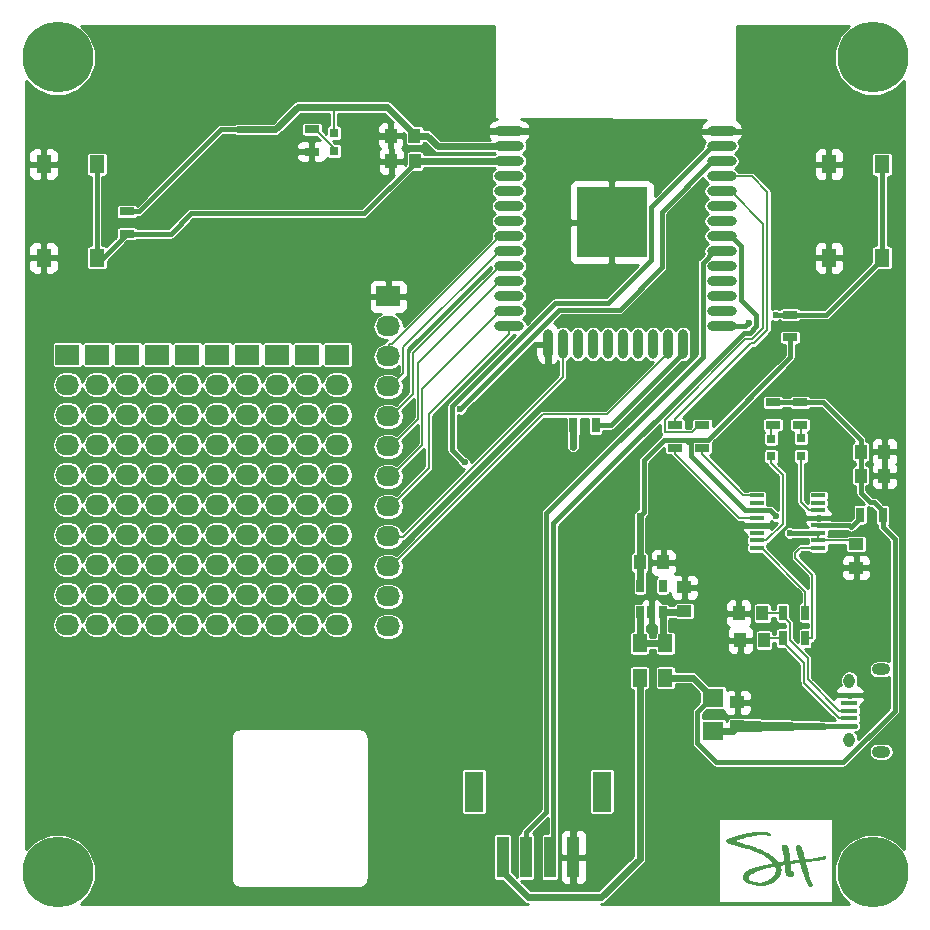
<source format=gbr>
G04 #@! TF.FileFunction,Copper,L1,Top,Signal*
%FSLAX46Y46*%
G04 Gerber Fmt 4.6, Leading zero omitted, Abs format (unit mm)*
G04 Created by KiCad (PCBNEW 4.0.4-stable) date 01/17/18 01:46:41*
%MOMM*%
%LPD*%
G01*
G04 APERTURE LIST*
%ADD10C,0.100000*%
%ADD11C,0.010000*%
%ADD12C,6.000000*%
%ADD13R,2.032000X1.727200*%
%ADD14O,2.032000X1.727200*%
%ADD15R,1.000000X1.250000*%
%ADD16R,0.797560X0.797560*%
%ADD17R,1.803400X1.600200*%
%ADD18R,1.000000X3.500000*%
%ADD19R,1.600000X3.400000*%
%ADD20R,1.350000X0.400000*%
%ADD21O,0.950000X1.250000*%
%ADD22O,1.550000X1.000000*%
%ADD23R,1.300000X1.550000*%
%ADD24R,0.650000X1.060000*%
%ADD25R,1.200000X0.400000*%
%ADD26O,2.500000X0.900000*%
%ADD27O,0.900000X2.500000*%
%ADD28R,6.000000X6.000000*%
%ADD29R,1.250000X1.000000*%
%ADD30R,0.700000X1.300000*%
%ADD31R,1.300000X0.700000*%
%ADD32R,1.200000X1.500000*%
%ADD33C,0.600000*%
%ADD34C,0.400000*%
%ADD35C,0.600000*%
%ADD36C,0.200000*%
%ADD37C,0.254000*%
G04 APERTURE END LIST*
D10*
D11*
G36*
X159833354Y-165538845D02*
X159851121Y-165539593D01*
X159953960Y-165544978D01*
X160060459Y-165602222D01*
X160125229Y-165638127D01*
X160177239Y-165669586D01*
X160218478Y-165698020D01*
X160250938Y-165724849D01*
X160276611Y-165751492D01*
X160285859Y-165762984D01*
X160305414Y-165790729D01*
X160319395Y-165814702D01*
X160326732Y-165832497D01*
X160326355Y-165841707D01*
X160320864Y-165841732D01*
X160303572Y-165836594D01*
X160274133Y-165829384D01*
X160236026Y-165820828D01*
X160192732Y-165811654D01*
X160147730Y-165802586D01*
X160104499Y-165794353D01*
X160066520Y-165787681D01*
X160048211Y-165784804D01*
X159869531Y-165765070D01*
X159680275Y-165756819D01*
X159480783Y-165760006D01*
X159271397Y-165774590D01*
X159052457Y-165800526D01*
X158824303Y-165837772D01*
X158587277Y-165886283D01*
X158341719Y-165946018D01*
X158087969Y-166016932D01*
X157993606Y-166045522D01*
X157928404Y-166066058D01*
X157859149Y-166088558D01*
X157787341Y-166112477D01*
X157714485Y-166137268D01*
X157642082Y-166162387D01*
X157571636Y-166187288D01*
X157504648Y-166211425D01*
X157442622Y-166234253D01*
X157387059Y-166255227D01*
X157339463Y-166273802D01*
X157301336Y-166289431D01*
X157274180Y-166301570D01*
X157259498Y-166309672D01*
X157257521Y-166312726D01*
X157267007Y-166316965D01*
X157290491Y-166325614D01*
X157326832Y-166338296D01*
X157374891Y-166354638D01*
X157433528Y-166374263D01*
X157501604Y-166396797D01*
X157577979Y-166421863D01*
X157661514Y-166449088D01*
X157751068Y-166478096D01*
X157845502Y-166508511D01*
X157943677Y-166539958D01*
X158044453Y-166572063D01*
X158065314Y-166578687D01*
X158252031Y-166638304D01*
X158424568Y-166694203D01*
X158584067Y-166746812D01*
X158731672Y-166796561D01*
X158868525Y-166843880D01*
X158995769Y-166889199D01*
X159114547Y-166932946D01*
X159226003Y-166975552D01*
X159331279Y-167017446D01*
X159431517Y-167059059D01*
X159527862Y-167100818D01*
X159621455Y-167143155D01*
X159713440Y-167186499D01*
X159804960Y-167231278D01*
X159815750Y-167236661D01*
X160025516Y-167347475D01*
X160220157Y-167462671D01*
X160399833Y-167582354D01*
X160564706Y-167706628D01*
X160649187Y-167777019D01*
X160696801Y-167819580D01*
X160749143Y-167868761D01*
X160803055Y-167921401D01*
X160855374Y-167974342D01*
X160902943Y-168024423D01*
X160942599Y-168068485D01*
X160953577Y-168081365D01*
X161002406Y-168139699D01*
X161065906Y-168135586D01*
X161098368Y-168131863D01*
X161140745Y-168124699D01*
X161187712Y-168115098D01*
X161233945Y-168104068D01*
X161237109Y-168103244D01*
X161282555Y-168092226D01*
X161330320Y-168082176D01*
X161377553Y-168073529D01*
X161421401Y-168066717D01*
X161459012Y-168062173D01*
X161487535Y-168060332D01*
X161504116Y-168061625D01*
X161505933Y-168062407D01*
X161512677Y-168064011D01*
X161517064Y-168057851D01*
X161519212Y-168042235D01*
X161519239Y-168015469D01*
X161517264Y-167975859D01*
X161514626Y-167937874D01*
X161509010Y-167868729D01*
X161502531Y-167802745D01*
X161494828Y-167737812D01*
X161485543Y-167671822D01*
X161474317Y-167602665D01*
X161460791Y-167528233D01*
X161444606Y-167446417D01*
X161425402Y-167355107D01*
X161402822Y-167252194D01*
X161382608Y-167162401D01*
X161364926Y-167083462D01*
X161348381Y-167007568D01*
X161333316Y-166936438D01*
X161320075Y-166871791D01*
X161309001Y-166815344D01*
X161300437Y-166768816D01*
X161294727Y-166733924D01*
X161292214Y-166712388D01*
X161292125Y-166709575D01*
X161299626Y-166697259D01*
X161320406Y-166685213D01*
X161351876Y-166674227D01*
X161391448Y-166665093D01*
X161436533Y-166658600D01*
X161466750Y-166656215D01*
X161525432Y-166656128D01*
X161573691Y-166663847D01*
X161615685Y-166680899D01*
X161655570Y-166708810D01*
X161685292Y-166736461D01*
X161716455Y-166771234D01*
X161744540Y-166810093D01*
X161769827Y-166854135D01*
X161792598Y-166904455D01*
X161813135Y-166962146D01*
X161831719Y-167028305D01*
X161848630Y-167104026D01*
X161864152Y-167190404D01*
X161878564Y-167288534D01*
X161892149Y-167399511D01*
X161905188Y-167524430D01*
X161914973Y-167630125D01*
X161920638Y-167693214D01*
X161926385Y-167755431D01*
X161931922Y-167813768D01*
X161936962Y-167865220D01*
X161941214Y-167906778D01*
X161944312Y-167934792D01*
X161953650Y-168013241D01*
X162085247Y-168008665D01*
X162216597Y-167999752D01*
X162343843Y-167983039D01*
X162423622Y-167971431D01*
X162501567Y-167963738D01*
X162585264Y-167959267D01*
X162613718Y-167958423D01*
X162756593Y-167954859D01*
X162755679Y-167885757D01*
X162754897Y-167860528D01*
X162752940Y-167835681D01*
X162749363Y-167809348D01*
X162743720Y-167779659D01*
X162735563Y-167744747D01*
X162724447Y-167702743D01*
X162709926Y-167651779D01*
X162691552Y-167589986D01*
X162668880Y-167515495D01*
X162661427Y-167491218D01*
X162637093Y-167411846D01*
X162616957Y-167345576D01*
X162600449Y-167290366D01*
X162586997Y-167244176D01*
X162576031Y-167204965D01*
X162566981Y-167170693D01*
X162559275Y-167139319D01*
X162552345Y-167108803D01*
X162545618Y-167077103D01*
X162545542Y-167076735D01*
X162536465Y-167023287D01*
X162530367Y-166967340D01*
X162527359Y-166912568D01*
X162527551Y-166862646D01*
X162531055Y-166821251D01*
X162537066Y-166794501D01*
X162559882Y-166750650D01*
X162592047Y-166718123D01*
X162631204Y-166697519D01*
X162675000Y-166689436D01*
X162721077Y-166694472D01*
X162767082Y-166713225D01*
X162791775Y-166729815D01*
X162830993Y-166766106D01*
X162868615Y-166812903D01*
X162904860Y-166870787D01*
X162939949Y-166940343D01*
X162974102Y-167022153D01*
X163007537Y-167116801D01*
X163040474Y-167224870D01*
X163073134Y-167346941D01*
X163105735Y-167483600D01*
X163138498Y-167635429D01*
X163145078Y-167667611D01*
X163155662Y-167719612D01*
X163165457Y-167767348D01*
X163173936Y-167808288D01*
X163180574Y-167839899D01*
X163184845Y-167859649D01*
X163185873Y-167864064D01*
X163189042Y-167873726D01*
X163194844Y-167879645D01*
X163206630Y-167882732D01*
X163227756Y-167883898D01*
X163259501Y-167884055D01*
X163343935Y-167882486D01*
X163432397Y-167877817D01*
X163526293Y-167869854D01*
X163627027Y-167858404D01*
X163736003Y-167843272D01*
X163854627Y-167824264D01*
X163984302Y-167801186D01*
X164126434Y-167773845D01*
X164272656Y-167744081D01*
X164413484Y-167715259D01*
X164539141Y-167690565D01*
X164649598Y-167670006D01*
X164744826Y-167653586D01*
X164824795Y-167641311D01*
X164889476Y-167633186D01*
X164896968Y-167632414D01*
X164965656Y-167625551D01*
X164970026Y-167652480D01*
X164972149Y-167678811D01*
X164969194Y-167706390D01*
X164960325Y-167739165D01*
X164944707Y-167781083D01*
X164940820Y-167790621D01*
X164926882Y-167822391D01*
X164915692Y-167841988D01*
X164905208Y-167852375D01*
X164895750Y-167856091D01*
X164874649Y-167859831D01*
X164839174Y-167865252D01*
X164790717Y-167872179D01*
X164730669Y-167880439D01*
X164660423Y-167889855D01*
X164581370Y-167900253D01*
X164494903Y-167911460D01*
X164402412Y-167923299D01*
X164305290Y-167935596D01*
X164204929Y-167948177D01*
X164102721Y-167960866D01*
X164000058Y-167973490D01*
X163898331Y-167985872D01*
X163798933Y-167997839D01*
X163703255Y-168009216D01*
X163612689Y-168019828D01*
X163528627Y-168029501D01*
X163452461Y-168038059D01*
X163403500Y-168043410D01*
X163355858Y-168048625D01*
X163313966Y-168053367D01*
X163280249Y-168057350D01*
X163257133Y-168060285D01*
X163247044Y-168061886D01*
X163246810Y-168061986D01*
X163248600Y-168069737D01*
X163254697Y-168090285D01*
X163264390Y-168121365D01*
X163276972Y-168160712D01*
X163291732Y-168206061D01*
X163295684Y-168218085D01*
X163316489Y-168282898D01*
X163336434Y-168348673D01*
X163356057Y-168417471D01*
X163375891Y-168491348D01*
X163396474Y-168572366D01*
X163418341Y-168662582D01*
X163442027Y-168764055D01*
X163468068Y-168878845D01*
X163471058Y-168892187D01*
X163496139Y-169003479D01*
X163518523Y-169101066D01*
X163538666Y-169186804D01*
X163557028Y-169262545D01*
X163574066Y-169330143D01*
X163590238Y-169391454D01*
X163606001Y-169448330D01*
X163621815Y-169502625D01*
X163621966Y-169503133D01*
X163638465Y-169556718D01*
X163653825Y-169601774D01*
X163669834Y-169642377D01*
X163688280Y-169682603D01*
X163710951Y-169726528D01*
X163739634Y-169778226D01*
X163752638Y-169801031D01*
X163789373Y-169869597D01*
X163815458Y-169929359D01*
X163831522Y-169982689D01*
X163838193Y-170031955D01*
X163836099Y-170079529D01*
X163832316Y-170101736D01*
X163822425Y-170137902D01*
X163808916Y-170160818D01*
X163788837Y-170173097D01*
X163759239Y-170177349D01*
X163746796Y-170177435D01*
X163714193Y-170174887D01*
X163682004Y-170169093D01*
X163668011Y-170165064D01*
X163642568Y-170152688D01*
X163614457Y-170134156D01*
X163600542Y-170122924D01*
X163587837Y-170111399D01*
X163576287Y-170099896D01*
X163565318Y-170087234D01*
X163554356Y-170072228D01*
X163542827Y-170053696D01*
X163530159Y-170030454D01*
X163515777Y-170001320D01*
X163499108Y-169965111D01*
X163479578Y-169920643D01*
X163456613Y-169866733D01*
X163429641Y-169802199D01*
X163398086Y-169725857D01*
X163361376Y-169636524D01*
X163343128Y-169592030D01*
X163313146Y-169517804D01*
X163282328Y-169439234D01*
X163250101Y-169354770D01*
X163215894Y-169262858D01*
X163179137Y-169161948D01*
X163139257Y-169050486D01*
X163095683Y-168926922D01*
X163050354Y-168796937D01*
X163009282Y-168678913D01*
X162970742Y-168568746D01*
X162935133Y-168467563D01*
X162902857Y-168376492D01*
X162874314Y-168296662D01*
X162849904Y-168229199D01*
X162830027Y-168175232D01*
X162823920Y-168158959D01*
X162806303Y-168112324D01*
X162765573Y-168117434D01*
X162747520Y-168119590D01*
X162716021Y-168123233D01*
X162673407Y-168128099D01*
X162622010Y-168133923D01*
X162564162Y-168140440D01*
X162502194Y-168147386D01*
X162478781Y-168150001D01*
X162410367Y-168157751D01*
X162340282Y-168165901D01*
X162271941Y-168174036D01*
X162208761Y-168181747D01*
X162154154Y-168188620D01*
X162111538Y-168194244D01*
X162107703Y-168194772D01*
X161982687Y-168212086D01*
X161982687Y-168257911D01*
X161984095Y-168280964D01*
X161987994Y-168315980D01*
X161993898Y-168359330D01*
X162001323Y-168407384D01*
X162007745Y-168445165D01*
X162019326Y-168515251D01*
X162027240Y-168575566D01*
X162032069Y-168631633D01*
X162034400Y-168688974D01*
X162034584Y-168698936D01*
X162035613Y-168740079D01*
X162037212Y-168775816D01*
X162039189Y-168803003D01*
X162041350Y-168818498D01*
X162042073Y-168820514D01*
X162050525Y-168828085D01*
X162069688Y-168842368D01*
X162096928Y-168861477D01*
X162129609Y-168883532D01*
X162138218Y-168889217D01*
X162196402Y-168930702D01*
X162240337Y-168970071D01*
X162271123Y-169009250D01*
X162289864Y-169050166D01*
X162297659Y-169094746D01*
X162295612Y-169144917D01*
X162293365Y-169160598D01*
X162278597Y-169203248D01*
X162249663Y-169241059D01*
X162207945Y-169272417D01*
X162189647Y-169282012D01*
X162150776Y-169294618D01*
X162100919Y-169301975D01*
X162044136Y-169303889D01*
X161984489Y-169300165D01*
X161941784Y-169293835D01*
X161911088Y-169287286D01*
X161873547Y-169278119D01*
X161832282Y-169267234D01*
X161790416Y-169255531D01*
X161751071Y-169243910D01*
X161717369Y-169233270D01*
X161692433Y-169224512D01*
X161679384Y-169218535D01*
X161678726Y-169218012D01*
X161673968Y-169207138D01*
X161667254Y-169182704D01*
X161658999Y-169146846D01*
X161649618Y-169101701D01*
X161639527Y-169049405D01*
X161629140Y-168992096D01*
X161618872Y-168931910D01*
X161609137Y-168870983D01*
X161601886Y-168822261D01*
X161596207Y-168780444D01*
X161589844Y-168729885D01*
X161583066Y-168673106D01*
X161576142Y-168612626D01*
X161569341Y-168550967D01*
X161562933Y-168490647D01*
X161557186Y-168434188D01*
X161552370Y-168384110D01*
X161548755Y-168342933D01*
X161546609Y-168313178D01*
X161546125Y-168300241D01*
X161541903Y-168295897D01*
X161527685Y-168295895D01*
X161501145Y-168300313D01*
X161492546Y-168302069D01*
X161471346Y-168306899D01*
X161439992Y-168314556D01*
X161401117Y-168324348D01*
X161357351Y-168335583D01*
X161311326Y-168347566D01*
X161265673Y-168359607D01*
X161223024Y-168371011D01*
X161186011Y-168381087D01*
X161157264Y-168389141D01*
X161139415Y-168394481D01*
X161134805Y-168396241D01*
X161136534Y-168403964D01*
X161143834Y-168420866D01*
X161148564Y-168430468D01*
X161173754Y-168492166D01*
X161193019Y-168564907D01*
X161205914Y-168644834D01*
X161211994Y-168728090D01*
X161210814Y-168810819D01*
X161201928Y-168889163D01*
X161201694Y-168890513D01*
X161172062Y-169015721D01*
X161127672Y-169139386D01*
X161069642Y-169259847D01*
X160999088Y-169375441D01*
X160917128Y-169484509D01*
X160824878Y-169585389D01*
X160723456Y-169676418D01*
X160624457Y-169749079D01*
X160510235Y-169818609D01*
X160392317Y-169878055D01*
X160268568Y-169928175D01*
X160136851Y-169969724D01*
X159995029Y-170003458D01*
X159840967Y-170030134D01*
X159823687Y-170032600D01*
X159769719Y-170038390D01*
X159703292Y-170042716D01*
X159627752Y-170045577D01*
X159546448Y-170046976D01*
X159462728Y-170046914D01*
X159379938Y-170045391D01*
X159301426Y-170042410D01*
X159230540Y-170037971D01*
X159172812Y-170032345D01*
X159071357Y-170018391D01*
X158966685Y-170001055D01*
X158862315Y-169981076D01*
X158761768Y-169959192D01*
X158668561Y-169936141D01*
X158586214Y-169912663D01*
X158555605Y-169902816D01*
X158462690Y-169867936D01*
X158373163Y-169827126D01*
X158289013Y-169781673D01*
X158212229Y-169732863D01*
X158144799Y-169681983D01*
X158088710Y-169630317D01*
X158045952Y-169579154D01*
X158038779Y-169568478D01*
X158011381Y-169513226D01*
X157996718Y-169454507D01*
X157996147Y-169420367D01*
X158427023Y-169420367D01*
X158428907Y-169471578D01*
X158442091Y-169514307D01*
X158471616Y-169559025D01*
X158515887Y-169602851D01*
X158573780Y-169645246D01*
X158644170Y-169685671D01*
X158725933Y-169723591D01*
X158817942Y-169758466D01*
X158919075Y-169789758D01*
X159028206Y-169816930D01*
X159108985Y-169833253D01*
X159212331Y-169850286D01*
X159304698Y-169861144D01*
X159389636Y-169866051D01*
X159470694Y-169865229D01*
X159539080Y-169860203D01*
X159671873Y-169840404D01*
X159803138Y-169808477D01*
X159931584Y-169765319D01*
X160055924Y-169711827D01*
X160174867Y-169648897D01*
X160287125Y-169577427D01*
X160391408Y-169498312D01*
X160486426Y-169412450D01*
X160570890Y-169320737D01*
X160643512Y-169224071D01*
X160703000Y-169123347D01*
X160748068Y-169019463D01*
X160748122Y-169019311D01*
X160772997Y-168937828D01*
X160787524Y-168859941D01*
X160792980Y-168778434D01*
X160793095Y-168765187D01*
X160787194Y-168666029D01*
X160768467Y-168572583D01*
X160739043Y-168487375D01*
X160723422Y-168450078D01*
X160711960Y-168425470D01*
X160702904Y-168411504D01*
X160694502Y-168406134D01*
X160685003Y-168407314D01*
X160674533Y-168412053D01*
X160659915Y-168417288D01*
X160631271Y-168425607D01*
X160590068Y-168436647D01*
X160537777Y-168450043D01*
X160475867Y-168465432D01*
X160405807Y-168482450D01*
X160329066Y-168500735D01*
X160247113Y-168519922D01*
X160161418Y-168539648D01*
X160129281Y-168546960D01*
X159978365Y-168582287D01*
X159840380Y-168617074D01*
X159712449Y-168652254D01*
X159591696Y-168688758D01*
X159475245Y-168727520D01*
X159360220Y-168769472D01*
X159243746Y-168815548D01*
X159122944Y-168866679D01*
X159065745Y-168891881D01*
X158938966Y-168950758D01*
X158827423Y-169007737D01*
X158730636Y-169063151D01*
X158648123Y-169117333D01*
X158579404Y-169170617D01*
X158523999Y-169223336D01*
X158481425Y-169275823D01*
X158459089Y-169312440D01*
X158437180Y-169366179D01*
X158427023Y-169420367D01*
X157996147Y-169420367D01*
X157995747Y-169396507D01*
X157997133Y-169386266D01*
X158014474Y-169317523D01*
X158044664Y-169243535D01*
X158086543Y-169166521D01*
X158138950Y-169088701D01*
X158180026Y-169036435D01*
X158238450Y-168975520D01*
X158311578Y-168914735D01*
X158398245Y-168854700D01*
X158497287Y-168796033D01*
X158607540Y-168739350D01*
X158727841Y-168685271D01*
X158857024Y-168634413D01*
X158993927Y-168587395D01*
X159069625Y-168564123D01*
X159128302Y-168547021D01*
X159184930Y-168531039D01*
X159241194Y-168515782D01*
X159298777Y-168500855D01*
X159359364Y-168485865D01*
X159424639Y-168470416D01*
X159496286Y-168454113D01*
X159575989Y-168436561D01*
X159665432Y-168417367D01*
X159766300Y-168396135D01*
X159880277Y-168372470D01*
X159939014Y-168360362D01*
X160046014Y-168338226D01*
X160146228Y-168317258D01*
X160238661Y-168297678D01*
X160322319Y-168279703D01*
X160396209Y-168263553D01*
X160459335Y-168249448D01*
X160510703Y-168237606D01*
X160549320Y-168228247D01*
X160574190Y-168221590D01*
X160583696Y-168218265D01*
X160583321Y-168210203D01*
X160572409Y-168192475D01*
X160552007Y-168166271D01*
X160523162Y-168132782D01*
X160486919Y-168093198D01*
X160444325Y-168048709D01*
X160396425Y-168000505D01*
X160366623Y-167971312D01*
X160221374Y-167839873D01*
X160061667Y-167713119D01*
X159888353Y-167591534D01*
X159702283Y-167475604D01*
X159504307Y-167365813D01*
X159295278Y-167262646D01*
X159076046Y-167166587D01*
X158847463Y-167078122D01*
X158720848Y-167033818D01*
X158652444Y-167011027D01*
X158587716Y-166990132D01*
X158524374Y-166970488D01*
X158460123Y-166951453D01*
X158392674Y-166932385D01*
X158319732Y-166912640D01*
X158239006Y-166891577D01*
X158148203Y-166868551D01*
X158045031Y-166842921D01*
X158004285Y-166832900D01*
X157905323Y-166808523D01*
X157819619Y-166787174D01*
X157744979Y-166768248D01*
X157679209Y-166751138D01*
X157620113Y-166735238D01*
X157565498Y-166719942D01*
X157513168Y-166704645D01*
X157460928Y-166688739D01*
X157406585Y-166671618D01*
X157347943Y-166652678D01*
X157327343Y-166645947D01*
X157267709Y-166626724D01*
X157202898Y-166606348D01*
X157138006Y-166586386D01*
X157078126Y-166568406D01*
X157029687Y-166554352D01*
X156935382Y-166526072D01*
X156855870Y-166498502D01*
X156790127Y-166471023D01*
X156737126Y-166443017D01*
X156695842Y-166413866D01*
X156665250Y-166382953D01*
X156644323Y-166349660D01*
X156632398Y-166314986D01*
X156628703Y-166281093D01*
X156634874Y-166250789D01*
X156652059Y-166222689D01*
X156681403Y-166195411D01*
X156724052Y-166167571D01*
X156777811Y-166139402D01*
X156815219Y-166121972D01*
X156855825Y-166104614D01*
X156900732Y-166086985D01*
X156951046Y-166068745D01*
X157007870Y-166049552D01*
X157072309Y-166029066D01*
X157145465Y-166006945D01*
X157228445Y-165982848D01*
X157322351Y-165956434D01*
X157428288Y-165927361D01*
X157547359Y-165895289D01*
X157680670Y-165859876D01*
X157692468Y-165856760D01*
X157864444Y-165811918D01*
X158023029Y-165771794D01*
X158169883Y-165736061D01*
X158306667Y-165704394D01*
X158435043Y-165676465D01*
X158556670Y-165651948D01*
X158673209Y-165630517D01*
X158786322Y-165611846D01*
X158897670Y-165595607D01*
X159008912Y-165581474D01*
X159121710Y-165569120D01*
X159188687Y-165562625D01*
X159252567Y-165557372D01*
X159325192Y-165552534D01*
X159403644Y-165548214D01*
X159485006Y-165544514D01*
X159566361Y-165541533D01*
X159644791Y-165539375D01*
X159717378Y-165538140D01*
X159781205Y-165537929D01*
X159833354Y-165538845D01*
X159833354Y-165538845D01*
G37*
X159833354Y-165538845D02*
X159851121Y-165539593D01*
X159953960Y-165544978D01*
X160060459Y-165602222D01*
X160125229Y-165638127D01*
X160177239Y-165669586D01*
X160218478Y-165698020D01*
X160250938Y-165724849D01*
X160276611Y-165751492D01*
X160285859Y-165762984D01*
X160305414Y-165790729D01*
X160319395Y-165814702D01*
X160326732Y-165832497D01*
X160326355Y-165841707D01*
X160320864Y-165841732D01*
X160303572Y-165836594D01*
X160274133Y-165829384D01*
X160236026Y-165820828D01*
X160192732Y-165811654D01*
X160147730Y-165802586D01*
X160104499Y-165794353D01*
X160066520Y-165787681D01*
X160048211Y-165784804D01*
X159869531Y-165765070D01*
X159680275Y-165756819D01*
X159480783Y-165760006D01*
X159271397Y-165774590D01*
X159052457Y-165800526D01*
X158824303Y-165837772D01*
X158587277Y-165886283D01*
X158341719Y-165946018D01*
X158087969Y-166016932D01*
X157993606Y-166045522D01*
X157928404Y-166066058D01*
X157859149Y-166088558D01*
X157787341Y-166112477D01*
X157714485Y-166137268D01*
X157642082Y-166162387D01*
X157571636Y-166187288D01*
X157504648Y-166211425D01*
X157442622Y-166234253D01*
X157387059Y-166255227D01*
X157339463Y-166273802D01*
X157301336Y-166289431D01*
X157274180Y-166301570D01*
X157259498Y-166309672D01*
X157257521Y-166312726D01*
X157267007Y-166316965D01*
X157290491Y-166325614D01*
X157326832Y-166338296D01*
X157374891Y-166354638D01*
X157433528Y-166374263D01*
X157501604Y-166396797D01*
X157577979Y-166421863D01*
X157661514Y-166449088D01*
X157751068Y-166478096D01*
X157845502Y-166508511D01*
X157943677Y-166539958D01*
X158044453Y-166572063D01*
X158065314Y-166578687D01*
X158252031Y-166638304D01*
X158424568Y-166694203D01*
X158584067Y-166746812D01*
X158731672Y-166796561D01*
X158868525Y-166843880D01*
X158995769Y-166889199D01*
X159114547Y-166932946D01*
X159226003Y-166975552D01*
X159331279Y-167017446D01*
X159431517Y-167059059D01*
X159527862Y-167100818D01*
X159621455Y-167143155D01*
X159713440Y-167186499D01*
X159804960Y-167231278D01*
X159815750Y-167236661D01*
X160025516Y-167347475D01*
X160220157Y-167462671D01*
X160399833Y-167582354D01*
X160564706Y-167706628D01*
X160649187Y-167777019D01*
X160696801Y-167819580D01*
X160749143Y-167868761D01*
X160803055Y-167921401D01*
X160855374Y-167974342D01*
X160902943Y-168024423D01*
X160942599Y-168068485D01*
X160953577Y-168081365D01*
X161002406Y-168139699D01*
X161065906Y-168135586D01*
X161098368Y-168131863D01*
X161140745Y-168124699D01*
X161187712Y-168115098D01*
X161233945Y-168104068D01*
X161237109Y-168103244D01*
X161282555Y-168092226D01*
X161330320Y-168082176D01*
X161377553Y-168073529D01*
X161421401Y-168066717D01*
X161459012Y-168062173D01*
X161487535Y-168060332D01*
X161504116Y-168061625D01*
X161505933Y-168062407D01*
X161512677Y-168064011D01*
X161517064Y-168057851D01*
X161519212Y-168042235D01*
X161519239Y-168015469D01*
X161517264Y-167975859D01*
X161514626Y-167937874D01*
X161509010Y-167868729D01*
X161502531Y-167802745D01*
X161494828Y-167737812D01*
X161485543Y-167671822D01*
X161474317Y-167602665D01*
X161460791Y-167528233D01*
X161444606Y-167446417D01*
X161425402Y-167355107D01*
X161402822Y-167252194D01*
X161382608Y-167162401D01*
X161364926Y-167083462D01*
X161348381Y-167007568D01*
X161333316Y-166936438D01*
X161320075Y-166871791D01*
X161309001Y-166815344D01*
X161300437Y-166768816D01*
X161294727Y-166733924D01*
X161292214Y-166712388D01*
X161292125Y-166709575D01*
X161299626Y-166697259D01*
X161320406Y-166685213D01*
X161351876Y-166674227D01*
X161391448Y-166665093D01*
X161436533Y-166658600D01*
X161466750Y-166656215D01*
X161525432Y-166656128D01*
X161573691Y-166663847D01*
X161615685Y-166680899D01*
X161655570Y-166708810D01*
X161685292Y-166736461D01*
X161716455Y-166771234D01*
X161744540Y-166810093D01*
X161769827Y-166854135D01*
X161792598Y-166904455D01*
X161813135Y-166962146D01*
X161831719Y-167028305D01*
X161848630Y-167104026D01*
X161864152Y-167190404D01*
X161878564Y-167288534D01*
X161892149Y-167399511D01*
X161905188Y-167524430D01*
X161914973Y-167630125D01*
X161920638Y-167693214D01*
X161926385Y-167755431D01*
X161931922Y-167813768D01*
X161936962Y-167865220D01*
X161941214Y-167906778D01*
X161944312Y-167934792D01*
X161953650Y-168013241D01*
X162085247Y-168008665D01*
X162216597Y-167999752D01*
X162343843Y-167983039D01*
X162423622Y-167971431D01*
X162501567Y-167963738D01*
X162585264Y-167959267D01*
X162613718Y-167958423D01*
X162756593Y-167954859D01*
X162755679Y-167885757D01*
X162754897Y-167860528D01*
X162752940Y-167835681D01*
X162749363Y-167809348D01*
X162743720Y-167779659D01*
X162735563Y-167744747D01*
X162724447Y-167702743D01*
X162709926Y-167651779D01*
X162691552Y-167589986D01*
X162668880Y-167515495D01*
X162661427Y-167491218D01*
X162637093Y-167411846D01*
X162616957Y-167345576D01*
X162600449Y-167290366D01*
X162586997Y-167244176D01*
X162576031Y-167204965D01*
X162566981Y-167170693D01*
X162559275Y-167139319D01*
X162552345Y-167108803D01*
X162545618Y-167077103D01*
X162545542Y-167076735D01*
X162536465Y-167023287D01*
X162530367Y-166967340D01*
X162527359Y-166912568D01*
X162527551Y-166862646D01*
X162531055Y-166821251D01*
X162537066Y-166794501D01*
X162559882Y-166750650D01*
X162592047Y-166718123D01*
X162631204Y-166697519D01*
X162675000Y-166689436D01*
X162721077Y-166694472D01*
X162767082Y-166713225D01*
X162791775Y-166729815D01*
X162830993Y-166766106D01*
X162868615Y-166812903D01*
X162904860Y-166870787D01*
X162939949Y-166940343D01*
X162974102Y-167022153D01*
X163007537Y-167116801D01*
X163040474Y-167224870D01*
X163073134Y-167346941D01*
X163105735Y-167483600D01*
X163138498Y-167635429D01*
X163145078Y-167667611D01*
X163155662Y-167719612D01*
X163165457Y-167767348D01*
X163173936Y-167808288D01*
X163180574Y-167839899D01*
X163184845Y-167859649D01*
X163185873Y-167864064D01*
X163189042Y-167873726D01*
X163194844Y-167879645D01*
X163206630Y-167882732D01*
X163227756Y-167883898D01*
X163259501Y-167884055D01*
X163343935Y-167882486D01*
X163432397Y-167877817D01*
X163526293Y-167869854D01*
X163627027Y-167858404D01*
X163736003Y-167843272D01*
X163854627Y-167824264D01*
X163984302Y-167801186D01*
X164126434Y-167773845D01*
X164272656Y-167744081D01*
X164413484Y-167715259D01*
X164539141Y-167690565D01*
X164649598Y-167670006D01*
X164744826Y-167653586D01*
X164824795Y-167641311D01*
X164889476Y-167633186D01*
X164896968Y-167632414D01*
X164965656Y-167625551D01*
X164970026Y-167652480D01*
X164972149Y-167678811D01*
X164969194Y-167706390D01*
X164960325Y-167739165D01*
X164944707Y-167781083D01*
X164940820Y-167790621D01*
X164926882Y-167822391D01*
X164915692Y-167841988D01*
X164905208Y-167852375D01*
X164895750Y-167856091D01*
X164874649Y-167859831D01*
X164839174Y-167865252D01*
X164790717Y-167872179D01*
X164730669Y-167880439D01*
X164660423Y-167889855D01*
X164581370Y-167900253D01*
X164494903Y-167911460D01*
X164402412Y-167923299D01*
X164305290Y-167935596D01*
X164204929Y-167948177D01*
X164102721Y-167960866D01*
X164000058Y-167973490D01*
X163898331Y-167985872D01*
X163798933Y-167997839D01*
X163703255Y-168009216D01*
X163612689Y-168019828D01*
X163528627Y-168029501D01*
X163452461Y-168038059D01*
X163403500Y-168043410D01*
X163355858Y-168048625D01*
X163313966Y-168053367D01*
X163280249Y-168057350D01*
X163257133Y-168060285D01*
X163247044Y-168061886D01*
X163246810Y-168061986D01*
X163248600Y-168069737D01*
X163254697Y-168090285D01*
X163264390Y-168121365D01*
X163276972Y-168160712D01*
X163291732Y-168206061D01*
X163295684Y-168218085D01*
X163316489Y-168282898D01*
X163336434Y-168348673D01*
X163356057Y-168417471D01*
X163375891Y-168491348D01*
X163396474Y-168572366D01*
X163418341Y-168662582D01*
X163442027Y-168764055D01*
X163468068Y-168878845D01*
X163471058Y-168892187D01*
X163496139Y-169003479D01*
X163518523Y-169101066D01*
X163538666Y-169186804D01*
X163557028Y-169262545D01*
X163574066Y-169330143D01*
X163590238Y-169391454D01*
X163606001Y-169448330D01*
X163621815Y-169502625D01*
X163621966Y-169503133D01*
X163638465Y-169556718D01*
X163653825Y-169601774D01*
X163669834Y-169642377D01*
X163688280Y-169682603D01*
X163710951Y-169726528D01*
X163739634Y-169778226D01*
X163752638Y-169801031D01*
X163789373Y-169869597D01*
X163815458Y-169929359D01*
X163831522Y-169982689D01*
X163838193Y-170031955D01*
X163836099Y-170079529D01*
X163832316Y-170101736D01*
X163822425Y-170137902D01*
X163808916Y-170160818D01*
X163788837Y-170173097D01*
X163759239Y-170177349D01*
X163746796Y-170177435D01*
X163714193Y-170174887D01*
X163682004Y-170169093D01*
X163668011Y-170165064D01*
X163642568Y-170152688D01*
X163614457Y-170134156D01*
X163600542Y-170122924D01*
X163587837Y-170111399D01*
X163576287Y-170099896D01*
X163565318Y-170087234D01*
X163554356Y-170072228D01*
X163542827Y-170053696D01*
X163530159Y-170030454D01*
X163515777Y-170001320D01*
X163499108Y-169965111D01*
X163479578Y-169920643D01*
X163456613Y-169866733D01*
X163429641Y-169802199D01*
X163398086Y-169725857D01*
X163361376Y-169636524D01*
X163343128Y-169592030D01*
X163313146Y-169517804D01*
X163282328Y-169439234D01*
X163250101Y-169354770D01*
X163215894Y-169262858D01*
X163179137Y-169161948D01*
X163139257Y-169050486D01*
X163095683Y-168926922D01*
X163050354Y-168796937D01*
X163009282Y-168678913D01*
X162970742Y-168568746D01*
X162935133Y-168467563D01*
X162902857Y-168376492D01*
X162874314Y-168296662D01*
X162849904Y-168229199D01*
X162830027Y-168175232D01*
X162823920Y-168158959D01*
X162806303Y-168112324D01*
X162765573Y-168117434D01*
X162747520Y-168119590D01*
X162716021Y-168123233D01*
X162673407Y-168128099D01*
X162622010Y-168133923D01*
X162564162Y-168140440D01*
X162502194Y-168147386D01*
X162478781Y-168150001D01*
X162410367Y-168157751D01*
X162340282Y-168165901D01*
X162271941Y-168174036D01*
X162208761Y-168181747D01*
X162154154Y-168188620D01*
X162111538Y-168194244D01*
X162107703Y-168194772D01*
X161982687Y-168212086D01*
X161982687Y-168257911D01*
X161984095Y-168280964D01*
X161987994Y-168315980D01*
X161993898Y-168359330D01*
X162001323Y-168407384D01*
X162007745Y-168445165D01*
X162019326Y-168515251D01*
X162027240Y-168575566D01*
X162032069Y-168631633D01*
X162034400Y-168688974D01*
X162034584Y-168698936D01*
X162035613Y-168740079D01*
X162037212Y-168775816D01*
X162039189Y-168803003D01*
X162041350Y-168818498D01*
X162042073Y-168820514D01*
X162050525Y-168828085D01*
X162069688Y-168842368D01*
X162096928Y-168861477D01*
X162129609Y-168883532D01*
X162138218Y-168889217D01*
X162196402Y-168930702D01*
X162240337Y-168970071D01*
X162271123Y-169009250D01*
X162289864Y-169050166D01*
X162297659Y-169094746D01*
X162295612Y-169144917D01*
X162293365Y-169160598D01*
X162278597Y-169203248D01*
X162249663Y-169241059D01*
X162207945Y-169272417D01*
X162189647Y-169282012D01*
X162150776Y-169294618D01*
X162100919Y-169301975D01*
X162044136Y-169303889D01*
X161984489Y-169300165D01*
X161941784Y-169293835D01*
X161911088Y-169287286D01*
X161873547Y-169278119D01*
X161832282Y-169267234D01*
X161790416Y-169255531D01*
X161751071Y-169243910D01*
X161717369Y-169233270D01*
X161692433Y-169224512D01*
X161679384Y-169218535D01*
X161678726Y-169218012D01*
X161673968Y-169207138D01*
X161667254Y-169182704D01*
X161658999Y-169146846D01*
X161649618Y-169101701D01*
X161639527Y-169049405D01*
X161629140Y-168992096D01*
X161618872Y-168931910D01*
X161609137Y-168870983D01*
X161601886Y-168822261D01*
X161596207Y-168780444D01*
X161589844Y-168729885D01*
X161583066Y-168673106D01*
X161576142Y-168612626D01*
X161569341Y-168550967D01*
X161562933Y-168490647D01*
X161557186Y-168434188D01*
X161552370Y-168384110D01*
X161548755Y-168342933D01*
X161546609Y-168313178D01*
X161546125Y-168300241D01*
X161541903Y-168295897D01*
X161527685Y-168295895D01*
X161501145Y-168300313D01*
X161492546Y-168302069D01*
X161471346Y-168306899D01*
X161439992Y-168314556D01*
X161401117Y-168324348D01*
X161357351Y-168335583D01*
X161311326Y-168347566D01*
X161265673Y-168359607D01*
X161223024Y-168371011D01*
X161186011Y-168381087D01*
X161157264Y-168389141D01*
X161139415Y-168394481D01*
X161134805Y-168396241D01*
X161136534Y-168403964D01*
X161143834Y-168420866D01*
X161148564Y-168430468D01*
X161173754Y-168492166D01*
X161193019Y-168564907D01*
X161205914Y-168644834D01*
X161211994Y-168728090D01*
X161210814Y-168810819D01*
X161201928Y-168889163D01*
X161201694Y-168890513D01*
X161172062Y-169015721D01*
X161127672Y-169139386D01*
X161069642Y-169259847D01*
X160999088Y-169375441D01*
X160917128Y-169484509D01*
X160824878Y-169585389D01*
X160723456Y-169676418D01*
X160624457Y-169749079D01*
X160510235Y-169818609D01*
X160392317Y-169878055D01*
X160268568Y-169928175D01*
X160136851Y-169969724D01*
X159995029Y-170003458D01*
X159840967Y-170030134D01*
X159823687Y-170032600D01*
X159769719Y-170038390D01*
X159703292Y-170042716D01*
X159627752Y-170045577D01*
X159546448Y-170046976D01*
X159462728Y-170046914D01*
X159379938Y-170045391D01*
X159301426Y-170042410D01*
X159230540Y-170037971D01*
X159172812Y-170032345D01*
X159071357Y-170018391D01*
X158966685Y-170001055D01*
X158862315Y-169981076D01*
X158761768Y-169959192D01*
X158668561Y-169936141D01*
X158586214Y-169912663D01*
X158555605Y-169902816D01*
X158462690Y-169867936D01*
X158373163Y-169827126D01*
X158289013Y-169781673D01*
X158212229Y-169732863D01*
X158144799Y-169681983D01*
X158088710Y-169630317D01*
X158045952Y-169579154D01*
X158038779Y-169568478D01*
X158011381Y-169513226D01*
X157996718Y-169454507D01*
X157996147Y-169420367D01*
X158427023Y-169420367D01*
X158428907Y-169471578D01*
X158442091Y-169514307D01*
X158471616Y-169559025D01*
X158515887Y-169602851D01*
X158573780Y-169645246D01*
X158644170Y-169685671D01*
X158725933Y-169723591D01*
X158817942Y-169758466D01*
X158919075Y-169789758D01*
X159028206Y-169816930D01*
X159108985Y-169833253D01*
X159212331Y-169850286D01*
X159304698Y-169861144D01*
X159389636Y-169866051D01*
X159470694Y-169865229D01*
X159539080Y-169860203D01*
X159671873Y-169840404D01*
X159803138Y-169808477D01*
X159931584Y-169765319D01*
X160055924Y-169711827D01*
X160174867Y-169648897D01*
X160287125Y-169577427D01*
X160391408Y-169498312D01*
X160486426Y-169412450D01*
X160570890Y-169320737D01*
X160643512Y-169224071D01*
X160703000Y-169123347D01*
X160748068Y-169019463D01*
X160748122Y-169019311D01*
X160772997Y-168937828D01*
X160787524Y-168859941D01*
X160792980Y-168778434D01*
X160793095Y-168765187D01*
X160787194Y-168666029D01*
X160768467Y-168572583D01*
X160739043Y-168487375D01*
X160723422Y-168450078D01*
X160711960Y-168425470D01*
X160702904Y-168411504D01*
X160694502Y-168406134D01*
X160685003Y-168407314D01*
X160674533Y-168412053D01*
X160659915Y-168417288D01*
X160631271Y-168425607D01*
X160590068Y-168436647D01*
X160537777Y-168450043D01*
X160475867Y-168465432D01*
X160405807Y-168482450D01*
X160329066Y-168500735D01*
X160247113Y-168519922D01*
X160161418Y-168539648D01*
X160129281Y-168546960D01*
X159978365Y-168582287D01*
X159840380Y-168617074D01*
X159712449Y-168652254D01*
X159591696Y-168688758D01*
X159475245Y-168727520D01*
X159360220Y-168769472D01*
X159243746Y-168815548D01*
X159122944Y-168866679D01*
X159065745Y-168891881D01*
X158938966Y-168950758D01*
X158827423Y-169007737D01*
X158730636Y-169063151D01*
X158648123Y-169117333D01*
X158579404Y-169170617D01*
X158523999Y-169223336D01*
X158481425Y-169275823D01*
X158459089Y-169312440D01*
X158437180Y-169366179D01*
X158427023Y-169420367D01*
X157996147Y-169420367D01*
X157995747Y-169396507D01*
X157997133Y-169386266D01*
X158014474Y-169317523D01*
X158044664Y-169243535D01*
X158086543Y-169166521D01*
X158138950Y-169088701D01*
X158180026Y-169036435D01*
X158238450Y-168975520D01*
X158311578Y-168914735D01*
X158398245Y-168854700D01*
X158497287Y-168796033D01*
X158607540Y-168739350D01*
X158727841Y-168685271D01*
X158857024Y-168634413D01*
X158993927Y-168587395D01*
X159069625Y-168564123D01*
X159128302Y-168547021D01*
X159184930Y-168531039D01*
X159241194Y-168515782D01*
X159298777Y-168500855D01*
X159359364Y-168485865D01*
X159424639Y-168470416D01*
X159496286Y-168454113D01*
X159575989Y-168436561D01*
X159665432Y-168417367D01*
X159766300Y-168396135D01*
X159880277Y-168372470D01*
X159939014Y-168360362D01*
X160046014Y-168338226D01*
X160146228Y-168317258D01*
X160238661Y-168297678D01*
X160322319Y-168279703D01*
X160396209Y-168263553D01*
X160459335Y-168249448D01*
X160510703Y-168237606D01*
X160549320Y-168228247D01*
X160574190Y-168221590D01*
X160583696Y-168218265D01*
X160583321Y-168210203D01*
X160572409Y-168192475D01*
X160552007Y-168166271D01*
X160523162Y-168132782D01*
X160486919Y-168093198D01*
X160444325Y-168048709D01*
X160396425Y-168000505D01*
X160366623Y-167971312D01*
X160221374Y-167839873D01*
X160061667Y-167713119D01*
X159888353Y-167591534D01*
X159702283Y-167475604D01*
X159504307Y-167365813D01*
X159295278Y-167262646D01*
X159076046Y-167166587D01*
X158847463Y-167078122D01*
X158720848Y-167033818D01*
X158652444Y-167011027D01*
X158587716Y-166990132D01*
X158524374Y-166970488D01*
X158460123Y-166951453D01*
X158392674Y-166932385D01*
X158319732Y-166912640D01*
X158239006Y-166891577D01*
X158148203Y-166868551D01*
X158045031Y-166842921D01*
X158004285Y-166832900D01*
X157905323Y-166808523D01*
X157819619Y-166787174D01*
X157744979Y-166768248D01*
X157679209Y-166751138D01*
X157620113Y-166735238D01*
X157565498Y-166719942D01*
X157513168Y-166704645D01*
X157460928Y-166688739D01*
X157406585Y-166671618D01*
X157347943Y-166652678D01*
X157327343Y-166645947D01*
X157267709Y-166626724D01*
X157202898Y-166606348D01*
X157138006Y-166586386D01*
X157078126Y-166568406D01*
X157029687Y-166554352D01*
X156935382Y-166526072D01*
X156855870Y-166498502D01*
X156790127Y-166471023D01*
X156737126Y-166443017D01*
X156695842Y-166413866D01*
X156665250Y-166382953D01*
X156644323Y-166349660D01*
X156632398Y-166314986D01*
X156628703Y-166281093D01*
X156634874Y-166250789D01*
X156652059Y-166222689D01*
X156681403Y-166195411D01*
X156724052Y-166167571D01*
X156777811Y-166139402D01*
X156815219Y-166121972D01*
X156855825Y-166104614D01*
X156900732Y-166086985D01*
X156951046Y-166068745D01*
X157007870Y-166049552D01*
X157072309Y-166029066D01*
X157145465Y-166006945D01*
X157228445Y-165982848D01*
X157322351Y-165956434D01*
X157428288Y-165927361D01*
X157547359Y-165895289D01*
X157680670Y-165859876D01*
X157692468Y-165856760D01*
X157864444Y-165811918D01*
X158023029Y-165771794D01*
X158169883Y-165736061D01*
X158306667Y-165704394D01*
X158435043Y-165676465D01*
X158556670Y-165651948D01*
X158673209Y-165630517D01*
X158786322Y-165611846D01*
X158897670Y-165595607D01*
X159008912Y-165581474D01*
X159121710Y-165569120D01*
X159188687Y-165562625D01*
X159252567Y-165557372D01*
X159325192Y-165552534D01*
X159403644Y-165548214D01*
X159485006Y-165544514D01*
X159566361Y-165541533D01*
X159644791Y-165539375D01*
X159717378Y-165538140D01*
X159781205Y-165537929D01*
X159833354Y-165538845D01*
D12*
X100000000Y-100000000D03*
X100000000Y-169000000D03*
X169000000Y-169000000D03*
D13*
X123680000Y-125170000D03*
D14*
X123680000Y-127710000D03*
X123680000Y-130250000D03*
X123680000Y-132790000D03*
X123680000Y-135330000D03*
X123680000Y-137870000D03*
X123680000Y-140410000D03*
X123680000Y-142950000D03*
X123680000Y-145490000D03*
X123680000Y-148030000D03*
D13*
X121140000Y-125170000D03*
D14*
X121140000Y-127710000D03*
X121140000Y-130250000D03*
X121140000Y-132790000D03*
X121140000Y-135330000D03*
X121140000Y-137870000D03*
X121140000Y-140410000D03*
X121140000Y-142950000D03*
X121140000Y-145490000D03*
X121140000Y-148030000D03*
D13*
X118600000Y-125170000D03*
D14*
X118600000Y-127710000D03*
X118600000Y-130250000D03*
X118600000Y-132790000D03*
X118600000Y-135330000D03*
X118600000Y-137870000D03*
X118600000Y-140410000D03*
X118600000Y-142950000D03*
X118600000Y-145490000D03*
X118600000Y-148030000D03*
D13*
X116060000Y-125170000D03*
D14*
X116060000Y-127710000D03*
X116060000Y-130250000D03*
X116060000Y-132790000D03*
X116060000Y-135330000D03*
X116060000Y-137870000D03*
X116060000Y-140410000D03*
X116060000Y-142950000D03*
X116060000Y-145490000D03*
X116060000Y-148030000D03*
D13*
X113520000Y-125170000D03*
D14*
X113520000Y-127710000D03*
X113520000Y-130250000D03*
X113520000Y-132790000D03*
X113520000Y-135330000D03*
X113520000Y-137870000D03*
X113520000Y-140410000D03*
X113520000Y-142950000D03*
X113520000Y-145490000D03*
X113520000Y-148030000D03*
D13*
X110980000Y-125170000D03*
D14*
X110980000Y-127710000D03*
X110980000Y-130250000D03*
X110980000Y-132790000D03*
X110980000Y-135330000D03*
X110980000Y-137870000D03*
X110980000Y-140410000D03*
X110980000Y-142950000D03*
X110980000Y-145490000D03*
X110980000Y-148030000D03*
D13*
X108440000Y-125170000D03*
D14*
X108440000Y-127710000D03*
X108440000Y-130250000D03*
X108440000Y-132790000D03*
X108440000Y-135330000D03*
X108440000Y-137870000D03*
X108440000Y-140410000D03*
X108440000Y-142950000D03*
X108440000Y-145490000D03*
X108440000Y-148030000D03*
D13*
X105900000Y-125170000D03*
D14*
X105900000Y-127710000D03*
X105900000Y-130250000D03*
X105900000Y-132790000D03*
X105900000Y-135330000D03*
X105900000Y-137870000D03*
X105900000Y-140410000D03*
X105900000Y-142950000D03*
X105900000Y-145490000D03*
X105900000Y-148030000D03*
D13*
X103360000Y-125170000D03*
D14*
X103360000Y-127710000D03*
X103360000Y-130250000D03*
X103360000Y-132790000D03*
X103360000Y-135330000D03*
X103360000Y-137870000D03*
X103360000Y-140410000D03*
X103360000Y-142950000D03*
X103360000Y-145490000D03*
X103360000Y-148030000D03*
D15*
X170000000Y-133400000D03*
X168000000Y-133400000D03*
X130210000Y-106630000D03*
X128210000Y-106630000D03*
D16*
X123380000Y-106410000D03*
X123380000Y-107908600D03*
X162910000Y-132240700D03*
X162910000Y-133739300D03*
X160430000Y-132270700D03*
X160430000Y-133769300D03*
D17*
X155460000Y-154203000D03*
X155460000Y-156997000D03*
D18*
X143670000Y-167705000D03*
X141670000Y-167705000D03*
X139670000Y-167705000D03*
X137670000Y-167705000D03*
D19*
X146070000Y-162155000D03*
X135270000Y-162155000D03*
D20*
X167037460Y-156600900D03*
X167037460Y-155950900D03*
X167037460Y-155300900D03*
X167037460Y-154650900D03*
X167037460Y-154000900D03*
D21*
X167037460Y-157800900D03*
X167037460Y-152800900D03*
D22*
X169737460Y-158800900D03*
X169737460Y-151800900D03*
D23*
X165290000Y-116975000D03*
X169790000Y-116975000D03*
X169790000Y-109025000D03*
X165290000Y-109025000D03*
X98810000Y-116975000D03*
X103310000Y-116975000D03*
X103310000Y-109025000D03*
X98810000Y-109025000D03*
D24*
X149320000Y-146960000D03*
X150270000Y-146960000D03*
X151220000Y-146960000D03*
X151220000Y-144760000D03*
X149320000Y-144760000D03*
D25*
X159200000Y-137077500D03*
X159200000Y-137712500D03*
X159200000Y-138347500D03*
X159200000Y-138982500D03*
X159200000Y-139617500D03*
X159200000Y-140252500D03*
X159200000Y-140887500D03*
X159200000Y-141522500D03*
X164400000Y-141522500D03*
X164400000Y-140887500D03*
X164400000Y-140252500D03*
X164400000Y-139617500D03*
X164400000Y-138982500D03*
X164400000Y-138347500D03*
X164400000Y-137712500D03*
X164400000Y-137077500D03*
D26*
X156217434Y-106262662D03*
X156217434Y-107532662D03*
X156217434Y-108802662D03*
X156217434Y-110072662D03*
X156217434Y-111342662D03*
X156217434Y-112612662D03*
X156217434Y-113882662D03*
X156217434Y-115152662D03*
X156217434Y-116422662D03*
X156217434Y-117692662D03*
X156217434Y-118962662D03*
X156217434Y-120232662D03*
X156217434Y-121502662D03*
X156217434Y-122772662D03*
D27*
X152932434Y-124262662D03*
X151662434Y-124262662D03*
X150392434Y-124262662D03*
X149122434Y-124262662D03*
X147852434Y-124262662D03*
X146582434Y-124262662D03*
X145312434Y-124262662D03*
X144042434Y-124262662D03*
X142772434Y-124262662D03*
X141502434Y-124262662D03*
D26*
X138217434Y-122772662D03*
X138217434Y-121502662D03*
X138217434Y-120232662D03*
X138217434Y-118962662D03*
X138217434Y-117692662D03*
X138217434Y-116422662D03*
X138217434Y-115152662D03*
X138217434Y-113882662D03*
X138217434Y-112612662D03*
X138217434Y-111342662D03*
X138217434Y-110072662D03*
X138217434Y-108802662D03*
X138217434Y-107532662D03*
X138217434Y-106262662D03*
D28*
X146917434Y-113962662D03*
D29*
X157560000Y-154600000D03*
X157560000Y-156600000D03*
X153070000Y-146860000D03*
X153070000Y-144860000D03*
D15*
X149270000Y-142760000D03*
X151270000Y-142760000D03*
X157820000Y-149330000D03*
X159820000Y-149330000D03*
X157670000Y-147050000D03*
X159670000Y-147050000D03*
D29*
X167600000Y-143200000D03*
X167600000Y-141200000D03*
D15*
X170000000Y-135400000D03*
X168000000Y-135400000D03*
X130240000Y-108770000D03*
X128240000Y-108770000D03*
D30*
X143680000Y-131120000D03*
X145580000Y-131120000D03*
D31*
X121500000Y-106080000D03*
X121500000Y-107980000D03*
X105840000Y-113040000D03*
X105840000Y-114940000D03*
X162030000Y-123690000D03*
X162030000Y-121790000D03*
X154600000Y-131160000D03*
X154600000Y-133060000D03*
X152300000Y-131150000D03*
X152300000Y-133050000D03*
D30*
X163280000Y-149190000D03*
X161380000Y-149190000D03*
X163300000Y-147010000D03*
X161400000Y-147010000D03*
D31*
X162870000Y-129200000D03*
X162870000Y-131100000D03*
X160580000Y-129200000D03*
X160580000Y-131100000D03*
D32*
X151470000Y-152510000D03*
X151470000Y-149610000D03*
X149270000Y-152510000D03*
X149270000Y-149610000D03*
D30*
X167950000Y-138700000D03*
X169850000Y-138700000D03*
D13*
X127980000Y-120230000D03*
D14*
X127980000Y-122770000D03*
X127980000Y-125310000D03*
X127980000Y-127850000D03*
X127980000Y-130390000D03*
X127980000Y-132930000D03*
X127980000Y-135470000D03*
X127980000Y-138010000D03*
X127980000Y-140550000D03*
X127980000Y-143090000D03*
X127980000Y-145630000D03*
X127980000Y-148170000D03*
D13*
X100820000Y-125170000D03*
D14*
X100820000Y-127710000D03*
X100820000Y-130250000D03*
X100820000Y-132790000D03*
X100820000Y-135330000D03*
X100820000Y-137870000D03*
X100820000Y-140410000D03*
X100820000Y-142950000D03*
X100820000Y-145490000D03*
X100820000Y-148030000D03*
D12*
X169000000Y-100000000D03*
D33*
X98750000Y-112900000D03*
X165250000Y-107450000D03*
X154250000Y-106200000D03*
X165290000Y-118660000D03*
X158350000Y-106310000D03*
X169970000Y-131990000D03*
X170060000Y-136840000D03*
X169110000Y-143250000D03*
X165890000Y-138840000D03*
X157650000Y-139680000D03*
X143650000Y-170120000D03*
X143700000Y-165020000D03*
X141510000Y-126280000D03*
X146917434Y-113962662D03*
X140320000Y-106220000D03*
X135790000Y-106250000D03*
X126740000Y-106610000D03*
X150290000Y-148260000D03*
X150260000Y-145790000D03*
X152800000Y-142370000D03*
X153020000Y-143470000D03*
X157760000Y-145780000D03*
X157820000Y-150620000D03*
X159010000Y-154540000D03*
X165580000Y-153570000D03*
X168410000Y-153990000D03*
X161970000Y-140270000D03*
X160830000Y-138850000D03*
X132212662Y-107532662D03*
X143630000Y-132940000D03*
X149310000Y-138810000D03*
X134110000Y-129780000D03*
X134460011Y-134293271D03*
X160790000Y-121790000D03*
X158520000Y-122460000D03*
D34*
X98810000Y-116975000D02*
X98810000Y-112960000D01*
X98810000Y-112960000D02*
X98750000Y-112900000D01*
X98810000Y-109025000D02*
X98810000Y-112840000D01*
X98810000Y-112840000D02*
X98750000Y-112900000D01*
X165290000Y-109025000D02*
X165290000Y-107490000D01*
X165290000Y-107490000D02*
X165250000Y-107450000D01*
X156217434Y-106262662D02*
X154312662Y-106262662D01*
X154312662Y-106262662D02*
X154250000Y-106200000D01*
X165290000Y-116975000D02*
X165290000Y-118660000D01*
X156217434Y-106262662D02*
X158302662Y-106262662D01*
X158302662Y-106262662D02*
X158350000Y-106310000D01*
X170000000Y-133400000D02*
X170000000Y-132020000D01*
X170000000Y-132020000D02*
X169970000Y-131990000D01*
X170000000Y-135400000D02*
X170000000Y-136780000D01*
X170000000Y-136780000D02*
X170060000Y-136840000D01*
X167600000Y-143200000D02*
X169060000Y-143200000D01*
X169060000Y-143200000D02*
X169110000Y-143250000D01*
X164400000Y-138982500D02*
X165747500Y-138982500D01*
X165747500Y-138982500D02*
X165890000Y-138840000D01*
X159200000Y-139617500D02*
X157712500Y-139617500D01*
X157712500Y-139617500D02*
X157650000Y-139680000D01*
D35*
X143670000Y-167705000D02*
X143670000Y-170100000D01*
X143670000Y-170100000D02*
X143650000Y-170120000D01*
X143670000Y-167705000D02*
X143670000Y-165050000D01*
X143670000Y-165050000D02*
X143700000Y-165020000D01*
X141502434Y-124262662D02*
X141502434Y-126272434D01*
X141502434Y-126272434D02*
X141510000Y-126280000D01*
X138217434Y-106262662D02*
X140277338Y-106262662D01*
X140277338Y-106262662D02*
X140320000Y-106220000D01*
X138217434Y-106262662D02*
X135802662Y-106262662D01*
X135802662Y-106262662D02*
X135790000Y-106250000D01*
X128210000Y-106630000D02*
X126760000Y-106630000D01*
X126760000Y-106630000D02*
X126740000Y-106610000D01*
D34*
X150270000Y-146960000D02*
X150270000Y-148240000D01*
X150270000Y-148240000D02*
X150290000Y-148260000D01*
X150270000Y-146960000D02*
X150270000Y-145800000D01*
X150270000Y-145800000D02*
X150260000Y-145790000D01*
X151270000Y-142760000D02*
X152410000Y-142760000D01*
X152410000Y-142760000D02*
X152800000Y-142370000D01*
X153070000Y-144860000D02*
X153070000Y-143520000D01*
X153070000Y-143520000D02*
X153020000Y-143470000D01*
X157670000Y-147050000D02*
X157670000Y-145870000D01*
X157670000Y-145870000D02*
X157760000Y-145780000D01*
X157820000Y-149330000D02*
X157820000Y-150620000D01*
X157560000Y-154600000D02*
X158950000Y-154600000D01*
X158950000Y-154600000D02*
X159010000Y-154540000D01*
X167037460Y-154000900D02*
X166010900Y-154000900D01*
X166010900Y-154000900D02*
X165580000Y-153570000D01*
X167037460Y-154000900D02*
X168399100Y-154000900D01*
X168399100Y-154000900D02*
X168410000Y-153990000D01*
D35*
X155460000Y-156997000D02*
X157163000Y-156997000D01*
X157163000Y-156997000D02*
X157560000Y-156600000D01*
X151220000Y-146960000D02*
X152970000Y-146960000D01*
X152970000Y-146960000D02*
X153070000Y-146860000D01*
X151220000Y-146960000D02*
X151220000Y-149360000D01*
X151220000Y-149360000D02*
X151470000Y-149610000D01*
X149320000Y-146960000D02*
X149320000Y-149560000D01*
X149320000Y-149560000D02*
X149270000Y-149610000D01*
X151470000Y-149610000D02*
X149270000Y-149610000D01*
D34*
X105840000Y-113040000D02*
X106890000Y-113040000D01*
X106890000Y-113040000D02*
X113840000Y-106090000D01*
X113840000Y-106090000D02*
X115270000Y-106090000D01*
X161970000Y-140270000D02*
X164382500Y-140270000D01*
X164382500Y-140270000D02*
X164400000Y-140252500D01*
X159200000Y-138347500D02*
X160327500Y-138347500D01*
X160327500Y-138347500D02*
X160830000Y-138850000D01*
X153230001Y-132349999D02*
X155040003Y-132349999D01*
X155040003Y-132349999D02*
X162030000Y-125360002D01*
X162030000Y-125360002D02*
X162030000Y-124440000D01*
X162030000Y-124440000D02*
X162030000Y-123690000D01*
X149310000Y-138810000D02*
X149609999Y-138510001D01*
X149609999Y-138510001D02*
X149609999Y-134109999D01*
X149609999Y-134109999D02*
X151369999Y-132349999D01*
X151369999Y-132349999D02*
X153230001Y-132349999D01*
X153230001Y-132349999D02*
X153599999Y-132719997D01*
X153599999Y-132719997D02*
X153599999Y-133747499D01*
X158200000Y-138347500D02*
X159200000Y-138347500D01*
X153599999Y-133747499D02*
X158200000Y-138347500D01*
D35*
X143630000Y-132940000D02*
X143630000Y-131170000D01*
X143630000Y-131170000D02*
X143680000Y-131120000D01*
X149270000Y-142760000D02*
X149270000Y-138850000D01*
X149270000Y-138850000D02*
X149310000Y-138810000D01*
X149320000Y-144760000D02*
X149320000Y-142810000D01*
X149320000Y-142810000D02*
X149270000Y-142760000D01*
X115270000Y-106090000D02*
X118450000Y-106090000D01*
X118450000Y-106090000D02*
X120350000Y-104190000D01*
X123310000Y-104190000D02*
X127895000Y-104190000D01*
X120350000Y-104190000D02*
X123310000Y-104190000D01*
D36*
X123310000Y-104190000D02*
X123380000Y-104260000D01*
X123380000Y-104260000D02*
X123380000Y-106410000D01*
D35*
X127895000Y-104190000D02*
X130210000Y-106505000D01*
X130210000Y-106505000D02*
X130210000Y-106630000D01*
X130210000Y-106630000D02*
X131310000Y-106630000D01*
X131310000Y-106630000D02*
X132212662Y-107532662D01*
X132212662Y-107532662D02*
X136367434Y-107532662D01*
X136367434Y-107532662D02*
X138217434Y-107532662D01*
D36*
X164400000Y-140887500D02*
X167287500Y-140887500D01*
X167287500Y-140887500D02*
X167600000Y-141200000D01*
X164400000Y-140252500D02*
X164400000Y-140887500D01*
X161380000Y-149190000D02*
X159960000Y-149190000D01*
X159960000Y-149190000D02*
X159820000Y-149330000D01*
X167037460Y-155950900D02*
X166162460Y-155950900D01*
X166162460Y-155950900D02*
X163210000Y-152998440D01*
X163210000Y-152998440D02*
X163210000Y-152843428D01*
X163210000Y-152843428D02*
X163169990Y-152803418D01*
X163169990Y-152803418D02*
X163169990Y-151279990D01*
X163169990Y-151279990D02*
X161380000Y-149490000D01*
X161380000Y-149490000D02*
X161380000Y-149190000D01*
X159670000Y-147050000D02*
X161360000Y-147050000D01*
X161360000Y-147050000D02*
X161400000Y-147010000D01*
X167037460Y-155300900D02*
X166162460Y-155300900D01*
X163520000Y-150880002D02*
X161980001Y-149340003D01*
X166162460Y-155300900D02*
X163520000Y-152658440D01*
X163520000Y-152658440D02*
X163520000Y-150880002D01*
X161980001Y-149340003D02*
X161980001Y-147890001D01*
X161980001Y-147890001D02*
X161400000Y-147310000D01*
X161400000Y-147310000D02*
X161400000Y-147010000D01*
D34*
X162870000Y-129200000D02*
X160580000Y-129200000D01*
X168000000Y-133400000D02*
X168000000Y-132375000D01*
X168000000Y-132375000D02*
X164825000Y-129200000D01*
X164825000Y-129200000D02*
X163920000Y-129200000D01*
X163920000Y-129200000D02*
X162870000Y-129200000D01*
X168000000Y-135400000D02*
X168000000Y-136850000D01*
X168000000Y-136850000D02*
X168800000Y-137650000D01*
X168800000Y-137650000D02*
X169100000Y-137650000D01*
X169100000Y-137650000D02*
X169850000Y-138400000D01*
X169850000Y-138400000D02*
X169850000Y-138700000D01*
X168000000Y-133400000D02*
X168000000Y-135400000D01*
X155460000Y-154203000D02*
X155358400Y-154203000D01*
X155358400Y-154203000D02*
X154158300Y-155403100D01*
X154158300Y-155403100D02*
X154158300Y-158027102D01*
X154158300Y-158027102D02*
X155782108Y-159650910D01*
X155782108Y-159650910D02*
X166504190Y-159650910D01*
X166504190Y-159650910D02*
X170862470Y-155292630D01*
X170862470Y-155292630D02*
X170862470Y-140762470D01*
X170862470Y-140762470D02*
X169850000Y-139750000D01*
X169850000Y-139750000D02*
X169850000Y-138700000D01*
D35*
X151470000Y-152510000D02*
X153767000Y-152510000D01*
X153767000Y-152510000D02*
X155460000Y-154203000D01*
D36*
X121500000Y-106080000D02*
X121800000Y-106080000D01*
X121800000Y-106080000D02*
X123380000Y-107660000D01*
X123380000Y-107660000D02*
X123380000Y-107908600D01*
X162910000Y-132240700D02*
X162910000Y-131140000D01*
X162910000Y-131140000D02*
X162870000Y-131100000D01*
X164400000Y-138347500D02*
X163600000Y-138347500D01*
X163600000Y-138347500D02*
X162910000Y-137657500D01*
X162910000Y-137657500D02*
X162910000Y-134338080D01*
X162910000Y-134338080D02*
X162910000Y-133739300D01*
X160430000Y-132270700D02*
X160430000Y-131250000D01*
X160430000Y-131250000D02*
X160580000Y-131100000D01*
X160430000Y-134368080D02*
X160430000Y-133769300D01*
X161380002Y-135318082D02*
X160430000Y-134368080D01*
X159200000Y-140887500D02*
X160000000Y-140887500D01*
X161380002Y-139507498D02*
X161380002Y-135318082D01*
X160000000Y-140887500D02*
X161380002Y-139507498D01*
D35*
X146010000Y-171100000D02*
X149270000Y-167840000D01*
X149270000Y-167840000D02*
X149270000Y-152510000D01*
X139815000Y-171100000D02*
X146010000Y-171100000D01*
X137670000Y-167705000D02*
X137670000Y-168955000D01*
X137670000Y-168955000D02*
X139815000Y-171100000D01*
D34*
X139670000Y-167705000D02*
X139670000Y-165555000D01*
X141380000Y-158800000D02*
X141380000Y-138580000D01*
X139670000Y-165555000D02*
X141380000Y-163845000D01*
X141380000Y-163845000D02*
X141380000Y-158800000D01*
X141380000Y-138580000D02*
X154617424Y-125342576D01*
X154617424Y-125342576D02*
X154617424Y-117361288D01*
X154617424Y-117361288D02*
X155556050Y-116422662D01*
X155556050Y-116422662D02*
X156217434Y-116422662D01*
D36*
X155417434Y-116422662D02*
X156217434Y-116422662D01*
D34*
X141670000Y-167705000D02*
X141670000Y-166455000D01*
X141670000Y-166455000D02*
X141980000Y-166145000D01*
X141980000Y-166145000D02*
X141980000Y-139452004D01*
X157017434Y-115152662D02*
X156217434Y-115152662D01*
X141980000Y-139452004D02*
X158109331Y-123322673D01*
X157867434Y-120495430D02*
X157867434Y-116002662D01*
X159170002Y-121797998D02*
X157867434Y-120495430D01*
X159170002Y-122772002D02*
X159170002Y-121797998D01*
X158619331Y-123322673D02*
X159170002Y-122772002D01*
X158109331Y-123322673D02*
X158619331Y-123322673D01*
X157867434Y-116002662D02*
X157017434Y-115152662D01*
D36*
X130539989Y-130582411D02*
X128172400Y-132950000D01*
X130539989Y-125840107D02*
X130539989Y-130582411D01*
X137417434Y-118962662D02*
X130539989Y-125840107D01*
X138217434Y-118962662D02*
X137417434Y-118962662D01*
X128172400Y-132950000D02*
X128020000Y-132950000D01*
X130060000Y-125050096D02*
X130060000Y-128522400D01*
X130060000Y-128522400D02*
X128172400Y-130410000D01*
X128172400Y-130410000D02*
X128020000Y-130410000D01*
X138217434Y-117692662D02*
X137417434Y-117692662D01*
X137417434Y-117692662D02*
X130060000Y-125050096D01*
X129236000Y-140570000D02*
X128020000Y-140570000D01*
X142772434Y-124262662D02*
X142772434Y-127033566D01*
X142772434Y-127033566D02*
X129236000Y-140570000D01*
X131420000Y-130220096D02*
X131420000Y-134782400D01*
X131420000Y-134782400D02*
X128172400Y-138030000D01*
X128172400Y-138030000D02*
X128020000Y-138030000D01*
X138217434Y-122772662D02*
X138217434Y-123422662D01*
X138217434Y-123422662D02*
X131420000Y-130220096D01*
X130890000Y-128030096D02*
X130890000Y-132772400D01*
X130890000Y-132772400D02*
X128172400Y-135490000D01*
X128172400Y-135490000D02*
X128020000Y-135490000D01*
X138217434Y-121502662D02*
X137417434Y-121502662D01*
X137417434Y-121502662D02*
X130890000Y-128030096D01*
X138217434Y-116422662D02*
X137417434Y-116422662D01*
X137417434Y-116422662D02*
X129286001Y-124554095D01*
X129286001Y-124554095D02*
X129286001Y-126756399D01*
X129286001Y-126756399D02*
X128172400Y-127870000D01*
X128172400Y-127870000D02*
X128020000Y-127870000D01*
X128020000Y-124266400D02*
X128303696Y-124266400D01*
X128303696Y-124266400D02*
X137417434Y-115152662D01*
X137417434Y-115152662D02*
X138217434Y-115152662D01*
X128020000Y-125330000D02*
X128020000Y-124266400D01*
X137133738Y-115152662D02*
X138217434Y-115152662D01*
X151662434Y-124262662D02*
X151662434Y-125062662D01*
X151662434Y-125062662D02*
X146505097Y-130219999D01*
X146505097Y-130219999D02*
X141062401Y-130219999D01*
X141062401Y-130219999D02*
X128172400Y-143110000D01*
X128172400Y-143110000D02*
X128020000Y-143110000D01*
D34*
X147590000Y-121340000D02*
X142493712Y-121340000D01*
X142493712Y-121340000D02*
X140702424Y-123131288D01*
X140702424Y-123131288D02*
X140702424Y-123187576D01*
X140702424Y-123187576D02*
X134110000Y-129780000D01*
X151160096Y-117769904D02*
X147590000Y-121340000D01*
X151160096Y-113060000D02*
X151160096Y-117769904D01*
X156217434Y-108802662D02*
X155417434Y-108802662D01*
X155417434Y-108802662D02*
X151160096Y-113060000D01*
X133399628Y-129528368D02*
X133399628Y-133232888D01*
X134160012Y-133993272D02*
X134460011Y-134293271D01*
X142138007Y-120789989D02*
X133399628Y-129528368D01*
X155417434Y-107532662D02*
X150267435Y-112682661D01*
X156217434Y-107532662D02*
X155417434Y-107532662D01*
X146612178Y-120789989D02*
X142138007Y-120789989D01*
X150267435Y-117134732D02*
X146612178Y-120789989D01*
X150267435Y-112682661D02*
X150267435Y-117134732D01*
X133399628Y-133232888D02*
X134160012Y-133993272D01*
X164400000Y-139617500D02*
X167032500Y-139617500D01*
X167032500Y-139617500D02*
X167165000Y-139750000D01*
X167165000Y-139750000D02*
X167200000Y-139750000D01*
X167200000Y-139750000D02*
X167950000Y-139000000D01*
X167950000Y-139000000D02*
X167950000Y-138700000D01*
X145580000Y-131120000D02*
X146875096Y-131120000D01*
X146875096Y-131120000D02*
X152932434Y-125062662D01*
X152932434Y-125062662D02*
X152932434Y-124262662D01*
X169790000Y-109025000D02*
X169790000Y-110200000D01*
X169790000Y-110200000D02*
X169790000Y-116975000D01*
X162030000Y-121790000D02*
X165100000Y-121790000D01*
X165100000Y-121790000D02*
X169790000Y-117100000D01*
X169790000Y-117100000D02*
X169790000Y-116975000D01*
X160790000Y-121790000D02*
X162030000Y-121790000D01*
X156217434Y-122772662D02*
X158207338Y-122772662D01*
X158207338Y-122772662D02*
X158520000Y-122460000D01*
D36*
X154300000Y-131160000D02*
X153709999Y-131750001D01*
X158209987Y-123860013D02*
X158778402Y-123860013D01*
X151399999Y-130670001D02*
X158209987Y-123860013D01*
X158778402Y-123860013D02*
X159740000Y-122898415D01*
X159740000Y-122898415D02*
X159740000Y-114065228D01*
X154600000Y-131160000D02*
X154300000Y-131160000D01*
X157017434Y-111342662D02*
X156217434Y-111342662D01*
X151399999Y-131700001D02*
X151399999Y-130670001D01*
X153709999Y-131750001D02*
X151449999Y-131750001D01*
X151449999Y-131750001D02*
X151399999Y-131700001D01*
X159740000Y-114065228D02*
X157017434Y-111342662D01*
X154600000Y-133060000D02*
X154600000Y-133610000D01*
X154600000Y-133610000D02*
X158067500Y-137077500D01*
X158067500Y-137077500D02*
X158400000Y-137077500D01*
X158400000Y-137077500D02*
X159200000Y-137077500D01*
X158807652Y-110072662D02*
X157667434Y-110072662D01*
X157667434Y-110072662D02*
X156217434Y-110072662D01*
X158923381Y-124210024D02*
X160090011Y-123043394D01*
X152300000Y-131150000D02*
X152300000Y-130600000D01*
X160090011Y-111355021D02*
X158807652Y-110072662D01*
X152300000Y-130600000D02*
X158689976Y-124210024D01*
X158689976Y-124210024D02*
X158923381Y-124210024D01*
X160090011Y-123043394D02*
X160090011Y-111355021D01*
X152300000Y-133050000D02*
X152300000Y-133600000D01*
X152300000Y-133600000D02*
X157682500Y-138982500D01*
X157682500Y-138982500D02*
X158400000Y-138982500D01*
X158400000Y-138982500D02*
X159200000Y-138982500D01*
X162440000Y-141950000D02*
X162867500Y-141522500D01*
X162867500Y-141522500D02*
X164400000Y-141522500D01*
X162440000Y-142370000D02*
X162440000Y-141950000D01*
X163900001Y-143830001D02*
X162440000Y-142370000D01*
X163280000Y-149190000D02*
X163830000Y-149190000D01*
X163830000Y-149190000D02*
X163900001Y-149119999D01*
X163900001Y-149119999D02*
X163900001Y-143830001D01*
X163300000Y-147010000D02*
X163300000Y-145222500D01*
X163300000Y-145222500D02*
X159600000Y-141522500D01*
X159600000Y-141522500D02*
X159200000Y-141522500D01*
D34*
X103310000Y-109025000D02*
X103310000Y-110200000D01*
X103310000Y-110200000D02*
X103310000Y-116975000D01*
X111300000Y-113210000D02*
X109570000Y-114940000D01*
X109570000Y-114940000D02*
X105840000Y-114940000D01*
X103310000Y-116975000D02*
X103805000Y-116975000D01*
X103805000Y-116975000D02*
X105840000Y-114940000D01*
X111300000Y-113210000D02*
X125925000Y-113210000D01*
X125925000Y-113210000D02*
X130240000Y-108895000D01*
X130240000Y-108895000D02*
X130240000Y-108770000D01*
X103310000Y-116975000D02*
X103705000Y-116975000D01*
D35*
X130240000Y-108770000D02*
X138184772Y-108770000D01*
X138184772Y-108770000D02*
X138217434Y-108802662D01*
D37*
G36*
X136948617Y-105068230D02*
X136957055Y-105113749D01*
X136984105Y-105156290D01*
X137025575Y-105184955D01*
X137074930Y-105195228D01*
X137233484Y-105196085D01*
X136884890Y-105308854D01*
X136560421Y-105585254D01*
X136373026Y-105968661D01*
X136499932Y-106135662D01*
X138090434Y-106135662D01*
X138090434Y-106115662D01*
X138344434Y-106115662D01*
X138344434Y-106135662D01*
X139934936Y-106135662D01*
X140061842Y-105968661D01*
X139874447Y-105585254D01*
X139549978Y-105308854D01*
X139234834Y-105206906D01*
X154937584Y-105291808D01*
X154884890Y-105308854D01*
X154560421Y-105585254D01*
X154373026Y-105968661D01*
X154499932Y-106135662D01*
X156090434Y-106135662D01*
X156090434Y-106115662D01*
X156344434Y-106115662D01*
X156344434Y-106135662D01*
X157934936Y-106135662D01*
X158061842Y-105968661D01*
X157874447Y-105585254D01*
X157549978Y-105308854D01*
X157481785Y-105286794D01*
X157509370Y-105268869D01*
X157537625Y-105227118D01*
X157547411Y-105177664D01*
X157512420Y-97327169D01*
X167039073Y-97327169D01*
X166223515Y-98141305D01*
X165723570Y-99345305D01*
X165722433Y-100648976D01*
X166220275Y-101853846D01*
X167141305Y-102776485D01*
X168345305Y-103276430D01*
X169648976Y-103277567D01*
X170853846Y-102779725D01*
X171673580Y-101961421D01*
X171673580Y-167039824D01*
X170858695Y-166223515D01*
X169654695Y-165723570D01*
X168351024Y-165722433D01*
X167146154Y-166220275D01*
X166223515Y-167141305D01*
X165723570Y-168345305D01*
X165722433Y-169648976D01*
X166220275Y-170853846D01*
X167038169Y-171673169D01*
X146029264Y-171673169D01*
X146230808Y-171633078D01*
X146418001Y-171508001D01*
X149677998Y-168248003D01*
X149678001Y-168248001D01*
X149803078Y-168060808D01*
X149847000Y-167840000D01*
X149847000Y-164500000D01*
X155873000Y-164500000D01*
X155873000Y-171500000D01*
X155881685Y-171546159D01*
X155908965Y-171588553D01*
X155950590Y-171616994D01*
X156000000Y-171627000D01*
X165500000Y-171627000D01*
X165546159Y-171618315D01*
X165588553Y-171591035D01*
X165616994Y-171549410D01*
X165627000Y-171500000D01*
X165627000Y-164500000D01*
X165618315Y-164453841D01*
X165591035Y-164411447D01*
X165549410Y-164383006D01*
X165500000Y-164373000D01*
X156000000Y-164373000D01*
X155953841Y-164381685D01*
X155911447Y-164408965D01*
X155883006Y-164450590D01*
X155873000Y-164500000D01*
X149847000Y-164500000D01*
X149847000Y-153542426D01*
X149870000Y-153542426D01*
X149972650Y-153523111D01*
X150066927Y-153462445D01*
X150130175Y-153369880D01*
X150152426Y-153260000D01*
X150152426Y-151760000D01*
X150133111Y-151657350D01*
X150072445Y-151563073D01*
X149979880Y-151499825D01*
X149870000Y-151477574D01*
X148670000Y-151477574D01*
X148567350Y-151496889D01*
X148473073Y-151557555D01*
X148409825Y-151650120D01*
X148387574Y-151760000D01*
X148387574Y-153260000D01*
X148406889Y-153362650D01*
X148467555Y-153456927D01*
X148560120Y-153520175D01*
X148670000Y-153542426D01*
X148693000Y-153542426D01*
X148693000Y-167600999D01*
X145770998Y-170523000D01*
X140054002Y-170523000D01*
X139268428Y-169737426D01*
X140170000Y-169737426D01*
X140272650Y-169718111D01*
X140366927Y-169657445D01*
X140430175Y-169564880D01*
X140452426Y-169455000D01*
X140452426Y-165955000D01*
X140433111Y-165852350D01*
X140372445Y-165758073D01*
X140279880Y-165694825D01*
X140217406Y-165682174D01*
X141503000Y-164396580D01*
X141503000Y-165672574D01*
X141170000Y-165672574D01*
X141067350Y-165691889D01*
X140973073Y-165752555D01*
X140909825Y-165845120D01*
X140887574Y-165955000D01*
X140887574Y-169455000D01*
X140906889Y-169557650D01*
X140967555Y-169651927D01*
X141060120Y-169715175D01*
X141170000Y-169737426D01*
X142170000Y-169737426D01*
X142272650Y-169718111D01*
X142366927Y-169657445D01*
X142430175Y-169564880D01*
X142452426Y-169455000D01*
X142452426Y-167990750D01*
X142535000Y-167990750D01*
X142535000Y-169581310D01*
X142631673Y-169814699D01*
X142810302Y-169993327D01*
X143043691Y-170090000D01*
X143384250Y-170090000D01*
X143543000Y-169931250D01*
X143543000Y-167832000D01*
X143797000Y-167832000D01*
X143797000Y-169931250D01*
X143955750Y-170090000D01*
X144296309Y-170090000D01*
X144529698Y-169993327D01*
X144708327Y-169814699D01*
X144805000Y-169581310D01*
X144805000Y-167990750D01*
X144646250Y-167832000D01*
X143797000Y-167832000D01*
X143543000Y-167832000D01*
X142693750Y-167832000D01*
X142535000Y-167990750D01*
X142452426Y-167990750D01*
X142452426Y-166167995D01*
X142457000Y-166145000D01*
X142457000Y-165828690D01*
X142535000Y-165828690D01*
X142535000Y-167419250D01*
X142693750Y-167578000D01*
X143543000Y-167578000D01*
X143543000Y-165478750D01*
X143797000Y-165478750D01*
X143797000Y-167578000D01*
X144646250Y-167578000D01*
X144805000Y-167419250D01*
X144805000Y-165828690D01*
X144708327Y-165595301D01*
X144529698Y-165416673D01*
X144296309Y-165320000D01*
X143955750Y-165320000D01*
X143797000Y-165478750D01*
X143543000Y-165478750D01*
X143384250Y-165320000D01*
X143043691Y-165320000D01*
X142810302Y-165416673D01*
X142631673Y-165595301D01*
X142535000Y-165828690D01*
X142457000Y-165828690D01*
X142457000Y-160455000D01*
X144987574Y-160455000D01*
X144987574Y-163855000D01*
X145006889Y-163957650D01*
X145067555Y-164051927D01*
X145160120Y-164115175D01*
X145270000Y-164137426D01*
X146870000Y-164137426D01*
X146972650Y-164118111D01*
X147066927Y-164057445D01*
X147130175Y-163964880D01*
X147152426Y-163855000D01*
X147152426Y-160455000D01*
X147133111Y-160352350D01*
X147072445Y-160258073D01*
X146979880Y-160194825D01*
X146870000Y-160172574D01*
X145270000Y-160172574D01*
X145167350Y-160191889D01*
X145073073Y-160252555D01*
X145009825Y-160345120D01*
X144987574Y-160455000D01*
X142457000Y-160455000D01*
X142457000Y-148860000D01*
X148387574Y-148860000D01*
X148387574Y-150360000D01*
X148406889Y-150462650D01*
X148467555Y-150556927D01*
X148560120Y-150620175D01*
X148670000Y-150642426D01*
X149870000Y-150642426D01*
X149972650Y-150623111D01*
X150066927Y-150562445D01*
X150130175Y-150469880D01*
X150152426Y-150360000D01*
X150152426Y-150187000D01*
X150587574Y-150187000D01*
X150587574Y-150360000D01*
X150606889Y-150462650D01*
X150667555Y-150556927D01*
X150760120Y-150620175D01*
X150870000Y-150642426D01*
X152070000Y-150642426D01*
X152172650Y-150623111D01*
X152266927Y-150562445D01*
X152330175Y-150469880D01*
X152352426Y-150360000D01*
X152352426Y-149615750D01*
X156685000Y-149615750D01*
X156685000Y-150081310D01*
X156781673Y-150314699D01*
X156960302Y-150493327D01*
X157193691Y-150590000D01*
X157534250Y-150590000D01*
X157693000Y-150431250D01*
X157693000Y-149457000D01*
X157947000Y-149457000D01*
X157947000Y-150431250D01*
X158105750Y-150590000D01*
X158446309Y-150590000D01*
X158679698Y-150493327D01*
X158858327Y-150314699D01*
X158955000Y-150081310D01*
X158955000Y-149615750D01*
X158796250Y-149457000D01*
X157947000Y-149457000D01*
X157693000Y-149457000D01*
X156843750Y-149457000D01*
X156685000Y-149615750D01*
X152352426Y-149615750D01*
X152352426Y-148860000D01*
X152333111Y-148757350D01*
X152272445Y-148663073D01*
X152179880Y-148599825D01*
X152070000Y-148577574D01*
X151797000Y-148577574D01*
X151797000Y-147611844D01*
X151805175Y-147599880D01*
X151817908Y-147537000D01*
X152229732Y-147537000D01*
X152242555Y-147556927D01*
X152335120Y-147620175D01*
X152445000Y-147642426D01*
X153695000Y-147642426D01*
X153797650Y-147623111D01*
X153891927Y-147562445D01*
X153955175Y-147469880D01*
X153977426Y-147360000D01*
X153977426Y-147335750D01*
X156535000Y-147335750D01*
X156535000Y-147801310D01*
X156631673Y-148034699D01*
X156810302Y-148213327D01*
X156883378Y-148243596D01*
X156781673Y-148345301D01*
X156685000Y-148578690D01*
X156685000Y-149044250D01*
X156843750Y-149203000D01*
X157693000Y-149203000D01*
X157693000Y-149183000D01*
X157947000Y-149183000D01*
X157947000Y-149203000D01*
X158796250Y-149203000D01*
X158955000Y-149044250D01*
X158955000Y-148578690D01*
X158858327Y-148345301D01*
X158679698Y-148166673D01*
X158606622Y-148136404D01*
X158708327Y-148034699D01*
X158805000Y-147801310D01*
X158805000Y-147335750D01*
X158646250Y-147177000D01*
X157797000Y-147177000D01*
X157797000Y-147197000D01*
X157543000Y-147197000D01*
X157543000Y-147177000D01*
X156693750Y-147177000D01*
X156535000Y-147335750D01*
X153977426Y-147335750D01*
X153977426Y-146360000D01*
X153965890Y-146298690D01*
X156535000Y-146298690D01*
X156535000Y-146764250D01*
X156693750Y-146923000D01*
X157543000Y-146923000D01*
X157543000Y-145948750D01*
X157797000Y-145948750D01*
X157797000Y-146923000D01*
X158646250Y-146923000D01*
X158805000Y-146764250D01*
X158805000Y-146298690D01*
X158708327Y-146065301D01*
X158529698Y-145886673D01*
X158296309Y-145790000D01*
X157955750Y-145790000D01*
X157797000Y-145948750D01*
X157543000Y-145948750D01*
X157384250Y-145790000D01*
X157043691Y-145790000D01*
X156810302Y-145886673D01*
X156631673Y-146065301D01*
X156535000Y-146298690D01*
X153965890Y-146298690D01*
X153958111Y-146257350D01*
X153897445Y-146163073D01*
X153804880Y-146099825D01*
X153695000Y-146077574D01*
X152445000Y-146077574D01*
X152342350Y-146096889D01*
X152248073Y-146157555D01*
X152184825Y-146250120D01*
X152162574Y-146360000D01*
X152162574Y-146383000D01*
X151818582Y-146383000D01*
X151808111Y-146327350D01*
X151747445Y-146233073D01*
X151654880Y-146169825D01*
X151545000Y-146147574D01*
X151165334Y-146147574D01*
X151133327Y-146070302D01*
X150954699Y-145891673D01*
X150721310Y-145795000D01*
X150555750Y-145795000D01*
X150397000Y-145953750D01*
X150397000Y-146833000D01*
X150417000Y-146833000D01*
X150417000Y-147087000D01*
X150397000Y-147087000D01*
X150397000Y-147966250D01*
X150555750Y-148125000D01*
X150643000Y-148125000D01*
X150643000Y-148701568D01*
X150609825Y-148750120D01*
X150587574Y-148860000D01*
X150587574Y-149033000D01*
X150152426Y-149033000D01*
X150152426Y-148860000D01*
X150133111Y-148757350D01*
X150072445Y-148663073D01*
X149979880Y-148599825D01*
X149897000Y-148583042D01*
X149897000Y-148125000D01*
X149984250Y-148125000D01*
X150143000Y-147966250D01*
X150143000Y-147087000D01*
X150123000Y-147087000D01*
X150123000Y-146833000D01*
X150143000Y-146833000D01*
X150143000Y-145953750D01*
X149984250Y-145795000D01*
X149818690Y-145795000D01*
X149585301Y-145891673D01*
X149406673Y-146070302D01*
X149374666Y-146147574D01*
X148995000Y-146147574D01*
X148892350Y-146166889D01*
X148798073Y-146227555D01*
X148734825Y-146320120D01*
X148712574Y-146430000D01*
X148712574Y-147490000D01*
X148731889Y-147592650D01*
X148743000Y-147609917D01*
X148743000Y-148577574D01*
X148670000Y-148577574D01*
X148567350Y-148596889D01*
X148473073Y-148657555D01*
X148409825Y-148750120D01*
X148387574Y-148860000D01*
X142457000Y-148860000D01*
X142457000Y-139649584D01*
X151022999Y-131083585D01*
X151022999Y-131700001D01*
X151051696Y-131844273D01*
X151123643Y-131951948D01*
X151032709Y-132012709D01*
X149272709Y-133772709D01*
X149169308Y-133927459D01*
X149132999Y-134109999D01*
X149132999Y-138258820D01*
X148983583Y-138320558D01*
X148821129Y-138482729D01*
X148798711Y-138536718D01*
X148736922Y-138629192D01*
X148692999Y-138850000D01*
X148693000Y-138850005D01*
X148693000Y-141867063D01*
X148667350Y-141871889D01*
X148573073Y-141932555D01*
X148509825Y-142025120D01*
X148487574Y-142135000D01*
X148487574Y-143385000D01*
X148506889Y-143487650D01*
X148567555Y-143581927D01*
X148660120Y-143645175D01*
X148743000Y-143661958D01*
X148743000Y-144108156D01*
X148734825Y-144120120D01*
X148712574Y-144230000D01*
X148712574Y-145290000D01*
X148731889Y-145392650D01*
X148792555Y-145486927D01*
X148885120Y-145550175D01*
X148995000Y-145572426D01*
X149645000Y-145572426D01*
X149747650Y-145553111D01*
X149841927Y-145492445D01*
X149905175Y-145399880D01*
X149927426Y-145290000D01*
X149927426Y-144230000D01*
X149908111Y-144127350D01*
X149897000Y-144110083D01*
X149897000Y-143632442D01*
X149966927Y-143587445D01*
X150030175Y-143494880D01*
X150052426Y-143385000D01*
X150052426Y-143045750D01*
X150135000Y-143045750D01*
X150135000Y-143511310D01*
X150231673Y-143744699D01*
X150410302Y-143923327D01*
X150643691Y-144020000D01*
X150709814Y-144020000D01*
X150698073Y-144027555D01*
X150634825Y-144120120D01*
X150612574Y-144230000D01*
X150612574Y-145290000D01*
X150631889Y-145392650D01*
X150692555Y-145486927D01*
X150785120Y-145550175D01*
X150895000Y-145572426D01*
X151545000Y-145572426D01*
X151647650Y-145553111D01*
X151741927Y-145492445D01*
X151805175Y-145399880D01*
X151810000Y-145376053D01*
X151810000Y-145486309D01*
X151906673Y-145719698D01*
X152085301Y-145898327D01*
X152318690Y-145995000D01*
X152784250Y-145995000D01*
X152943000Y-145836250D01*
X152943000Y-144987000D01*
X153197000Y-144987000D01*
X153197000Y-145836250D01*
X153355750Y-145995000D01*
X153821310Y-145995000D01*
X154054699Y-145898327D01*
X154233327Y-145719698D01*
X154330000Y-145486309D01*
X154330000Y-145145750D01*
X154171250Y-144987000D01*
X153197000Y-144987000D01*
X152943000Y-144987000D01*
X152923000Y-144987000D01*
X152923000Y-144733000D01*
X152943000Y-144733000D01*
X152943000Y-143883750D01*
X153197000Y-143883750D01*
X153197000Y-144733000D01*
X154171250Y-144733000D01*
X154330000Y-144574250D01*
X154330000Y-144233691D01*
X154233327Y-144000302D01*
X154054699Y-143821673D01*
X153821310Y-143725000D01*
X153355750Y-143725000D01*
X153197000Y-143883750D01*
X152943000Y-143883750D01*
X152784250Y-143725000D01*
X152318690Y-143725000D01*
X152316030Y-143726102D01*
X152405000Y-143511310D01*
X152405000Y-143045750D01*
X152246250Y-142887000D01*
X151397000Y-142887000D01*
X151397000Y-142907000D01*
X151143000Y-142907000D01*
X151143000Y-142887000D01*
X150293750Y-142887000D01*
X150135000Y-143045750D01*
X150052426Y-143045750D01*
X150052426Y-142135000D01*
X150033111Y-142032350D01*
X150017887Y-142008690D01*
X150135000Y-142008690D01*
X150135000Y-142474250D01*
X150293750Y-142633000D01*
X151143000Y-142633000D01*
X151143000Y-141658750D01*
X151397000Y-141658750D01*
X151397000Y-142633000D01*
X152246250Y-142633000D01*
X152405000Y-142474250D01*
X152405000Y-142008690D01*
X152308327Y-141775301D01*
X152129698Y-141596673D01*
X151896309Y-141500000D01*
X151555750Y-141500000D01*
X151397000Y-141658750D01*
X151143000Y-141658750D01*
X150984250Y-141500000D01*
X150643691Y-141500000D01*
X150410302Y-141596673D01*
X150231673Y-141775301D01*
X150135000Y-142008690D01*
X150017887Y-142008690D01*
X149972445Y-141938073D01*
X149879880Y-141874825D01*
X149847000Y-141868167D01*
X149847000Y-139021365D01*
X149886900Y-138925276D01*
X149886915Y-138907665D01*
X149947289Y-138847291D01*
X150050690Y-138692541D01*
X150086999Y-138510001D01*
X150086999Y-134307579D01*
X151367574Y-133027004D01*
X151367574Y-133400000D01*
X151386889Y-133502650D01*
X151447555Y-133596927D01*
X151540120Y-133660175D01*
X151650000Y-133682426D01*
X151939395Y-133682426D01*
X151951697Y-133744272D01*
X152033421Y-133866579D01*
X157415920Y-139249079D01*
X157506060Y-139309309D01*
X157538228Y-139330803D01*
X157682500Y-139359500D01*
X157965750Y-139359500D01*
X158123750Y-139517500D01*
X159073000Y-139517500D01*
X159073000Y-139470500D01*
X159327000Y-139470500D01*
X159327000Y-139517500D01*
X160276250Y-139517500D01*
X160435000Y-139358750D01*
X160435000Y-139291190D01*
X160420723Y-139256722D01*
X160502729Y-139338871D01*
X160714724Y-139426900D01*
X160927256Y-139427085D01*
X160435000Y-139919341D01*
X160435000Y-139876250D01*
X160276250Y-139717500D01*
X159327000Y-139717500D01*
X159327000Y-139764500D01*
X159073000Y-139764500D01*
X159073000Y-139717500D01*
X158123750Y-139717500D01*
X157965000Y-139876250D01*
X157965000Y-139943810D01*
X158061673Y-140177199D01*
X158240302Y-140355827D01*
X158317574Y-140387834D01*
X158317574Y-140452500D01*
X158336889Y-140555150D01*
X158345759Y-140568935D01*
X158339825Y-140577620D01*
X158317574Y-140687500D01*
X158317574Y-141087500D01*
X158336889Y-141190150D01*
X158345759Y-141203935D01*
X158339825Y-141212620D01*
X158317574Y-141322500D01*
X158317574Y-141722500D01*
X158336889Y-141825150D01*
X158397555Y-141919427D01*
X158490120Y-141982675D01*
X158600000Y-142004926D01*
X159549268Y-142004926D01*
X162923000Y-145378658D01*
X162923000Y-146082654D01*
X162847350Y-146096889D01*
X162753073Y-146157555D01*
X162689825Y-146250120D01*
X162667574Y-146360000D01*
X162667574Y-147660000D01*
X162686889Y-147762650D01*
X162747555Y-147856927D01*
X162840120Y-147920175D01*
X162950000Y-147942426D01*
X163523001Y-147942426D01*
X163523001Y-148257574D01*
X162930000Y-148257574D01*
X162827350Y-148276889D01*
X162733073Y-148337555D01*
X162669825Y-148430120D01*
X162647574Y-148540000D01*
X162647574Y-149474418D01*
X162357001Y-149183845D01*
X162357001Y-147890001D01*
X162328304Y-147745729D01*
X162246580Y-147623422D01*
X162032426Y-147409268D01*
X162032426Y-146360000D01*
X162013111Y-146257350D01*
X161952445Y-146163073D01*
X161859880Y-146099825D01*
X161750000Y-146077574D01*
X161050000Y-146077574D01*
X160947350Y-146096889D01*
X160853073Y-146157555D01*
X160789825Y-146250120D01*
X160767574Y-146360000D01*
X160767574Y-146673000D01*
X160452426Y-146673000D01*
X160452426Y-146425000D01*
X160433111Y-146322350D01*
X160372445Y-146228073D01*
X160279880Y-146164825D01*
X160170000Y-146142574D01*
X159170000Y-146142574D01*
X159067350Y-146161889D01*
X158973073Y-146222555D01*
X158909825Y-146315120D01*
X158887574Y-146425000D01*
X158887574Y-147675000D01*
X158906889Y-147777650D01*
X158967555Y-147871927D01*
X159060120Y-147935175D01*
X159170000Y-147957426D01*
X160170000Y-147957426D01*
X160272650Y-147938111D01*
X160366927Y-147877445D01*
X160430175Y-147784880D01*
X160452426Y-147675000D01*
X160452426Y-147427000D01*
X160767574Y-147427000D01*
X160767574Y-147660000D01*
X160786889Y-147762650D01*
X160847555Y-147856927D01*
X160940120Y-147920175D01*
X161050000Y-147942426D01*
X161499268Y-147942426D01*
X161603001Y-148046159D01*
X161603001Y-148257574D01*
X161030000Y-148257574D01*
X160927350Y-148276889D01*
X160833073Y-148337555D01*
X160769825Y-148430120D01*
X160747574Y-148540000D01*
X160747574Y-148813000D01*
X160602426Y-148813000D01*
X160602426Y-148705000D01*
X160583111Y-148602350D01*
X160522445Y-148508073D01*
X160429880Y-148444825D01*
X160320000Y-148422574D01*
X159320000Y-148422574D01*
X159217350Y-148441889D01*
X159123073Y-148502555D01*
X159059825Y-148595120D01*
X159037574Y-148705000D01*
X159037574Y-149955000D01*
X159056889Y-150057650D01*
X159117555Y-150151927D01*
X159210120Y-150215175D01*
X159320000Y-150237426D01*
X160320000Y-150237426D01*
X160422650Y-150218111D01*
X160516927Y-150157445D01*
X160580175Y-150064880D01*
X160602426Y-149955000D01*
X160602426Y-149567000D01*
X160747574Y-149567000D01*
X160747574Y-149840000D01*
X160766889Y-149942650D01*
X160827555Y-150036927D01*
X160920120Y-150100175D01*
X161030000Y-150122426D01*
X161479268Y-150122426D01*
X162792990Y-151436148D01*
X162792990Y-152803418D01*
X162821687Y-152947690D01*
X162833000Y-152964621D01*
X162833000Y-152998440D01*
X162861697Y-153142712D01*
X162943421Y-153265019D01*
X165800374Y-156121972D01*
X158280962Y-155837007D01*
X158185000Y-155817574D01*
X157208118Y-155817574D01*
X156924431Y-155813035D01*
X156819322Y-155831944D01*
X156726856Y-155891444D01*
X156664824Y-155982231D01*
X156643000Y-156090000D01*
X156643000Y-156190916D01*
X156624811Y-156094250D01*
X156564145Y-155999973D01*
X156471580Y-155936725D01*
X156361700Y-155914474D01*
X154635300Y-155914474D01*
X154635300Y-155600680D01*
X154950454Y-155285526D01*
X156324529Y-155285526D01*
X156396673Y-155459698D01*
X156575301Y-155638327D01*
X156808690Y-155735000D01*
X157274250Y-155735000D01*
X157433000Y-155576250D01*
X157433000Y-154727000D01*
X157687000Y-154727000D01*
X157687000Y-155576250D01*
X157845750Y-155735000D01*
X158311310Y-155735000D01*
X158544699Y-155638327D01*
X158723327Y-155459698D01*
X158820000Y-155226309D01*
X158820000Y-154885750D01*
X158661250Y-154727000D01*
X157687000Y-154727000D01*
X157433000Y-154727000D01*
X157413000Y-154727000D01*
X157413000Y-154473000D01*
X157433000Y-154473000D01*
X157433000Y-153623750D01*
X157687000Y-153623750D01*
X157687000Y-154473000D01*
X158661250Y-154473000D01*
X158820000Y-154314250D01*
X158820000Y-153973691D01*
X158723327Y-153740302D01*
X158544699Y-153561673D01*
X158311310Y-153465000D01*
X157845750Y-153465000D01*
X157687000Y-153623750D01*
X157433000Y-153623750D01*
X157274250Y-153465000D01*
X156808690Y-153465000D01*
X156644126Y-153533165D01*
X156644126Y-153402900D01*
X156624811Y-153300250D01*
X156564145Y-153205973D01*
X156471580Y-153142725D01*
X156361700Y-153120474D01*
X155193475Y-153120474D01*
X154175001Y-152101999D01*
X153987808Y-151976922D01*
X153767000Y-151932999D01*
X153766995Y-151933000D01*
X152352426Y-151933000D01*
X152352426Y-151760000D01*
X152333111Y-151657350D01*
X152272445Y-151563073D01*
X152179880Y-151499825D01*
X152070000Y-151477574D01*
X150870000Y-151477574D01*
X150767350Y-151496889D01*
X150673073Y-151557555D01*
X150609825Y-151650120D01*
X150587574Y-151760000D01*
X150587574Y-153260000D01*
X150606889Y-153362650D01*
X150667555Y-153456927D01*
X150760120Y-153520175D01*
X150870000Y-153542426D01*
X152070000Y-153542426D01*
X152172650Y-153523111D01*
X152266927Y-153462445D01*
X152330175Y-153369880D01*
X152352426Y-153260000D01*
X152352426Y-153087000D01*
X153527998Y-153087000D01*
X154275874Y-153834875D01*
X154275874Y-154610946D01*
X153821010Y-155065810D01*
X153717609Y-155220560D01*
X153681300Y-155403100D01*
X153681300Y-158027102D01*
X153717609Y-158209642D01*
X153821010Y-158364392D01*
X155444818Y-159988200D01*
X155599567Y-160091601D01*
X155782108Y-160127910D01*
X166504190Y-160127910D01*
X166686730Y-160091601D01*
X166841480Y-159988200D01*
X168028780Y-158800900D01*
X168664850Y-158800900D01*
X168723996Y-159098245D01*
X168892428Y-159350322D01*
X169144505Y-159518754D01*
X169441850Y-159577900D01*
X170033070Y-159577900D01*
X170330415Y-159518754D01*
X170582492Y-159350322D01*
X170750924Y-159098245D01*
X170810070Y-158800900D01*
X170750924Y-158503555D01*
X170582492Y-158251478D01*
X170330415Y-158083046D01*
X170033070Y-158023900D01*
X169441850Y-158023900D01*
X169144505Y-158083046D01*
X168892428Y-158251478D01*
X168723996Y-158503555D01*
X168664850Y-158800900D01*
X168028780Y-158800900D01*
X171199760Y-155629920D01*
X171303161Y-155475170D01*
X171339470Y-155292630D01*
X171339470Y-140762470D01*
X171303161Y-140579930D01*
X171199760Y-140425180D01*
X170354394Y-139579814D01*
X170396927Y-139552445D01*
X170460175Y-139459880D01*
X170482426Y-139350000D01*
X170482426Y-138050000D01*
X170463111Y-137947350D01*
X170402445Y-137853073D01*
X170309880Y-137789825D01*
X170200000Y-137767574D01*
X169892154Y-137767574D01*
X169437290Y-137312710D01*
X169282540Y-137209309D01*
X169100000Y-137173000D01*
X168997580Y-137173000D01*
X168477000Y-136652420D01*
X168477000Y-136307426D01*
X168500000Y-136307426D01*
X168602650Y-136288111D01*
X168696927Y-136227445D01*
X168760175Y-136134880D01*
X168782426Y-136025000D01*
X168782426Y-135685750D01*
X168865000Y-135685750D01*
X168865000Y-136151310D01*
X168961673Y-136384699D01*
X169140302Y-136563327D01*
X169373691Y-136660000D01*
X169714250Y-136660000D01*
X169873000Y-136501250D01*
X169873000Y-135527000D01*
X170127000Y-135527000D01*
X170127000Y-136501250D01*
X170285750Y-136660000D01*
X170626309Y-136660000D01*
X170859698Y-136563327D01*
X171038327Y-136384699D01*
X171135000Y-136151310D01*
X171135000Y-135685750D01*
X170976250Y-135527000D01*
X170127000Y-135527000D01*
X169873000Y-135527000D01*
X169023750Y-135527000D01*
X168865000Y-135685750D01*
X168782426Y-135685750D01*
X168782426Y-134775000D01*
X168763111Y-134672350D01*
X168702445Y-134578073D01*
X168609880Y-134514825D01*
X168500000Y-134492574D01*
X168477000Y-134492574D01*
X168477000Y-134307426D01*
X168500000Y-134307426D01*
X168602650Y-134288111D01*
X168696927Y-134227445D01*
X168760175Y-134134880D01*
X168782426Y-134025000D01*
X168782426Y-133685750D01*
X168865000Y-133685750D01*
X168865000Y-134151310D01*
X168961673Y-134384699D01*
X168976974Y-134400000D01*
X168961673Y-134415301D01*
X168865000Y-134648690D01*
X168865000Y-135114250D01*
X169023750Y-135273000D01*
X169873000Y-135273000D01*
X169873000Y-133527000D01*
X170127000Y-133527000D01*
X170127000Y-135273000D01*
X170976250Y-135273000D01*
X171135000Y-135114250D01*
X171135000Y-134648690D01*
X171038327Y-134415301D01*
X171023026Y-134400000D01*
X171038327Y-134384699D01*
X171135000Y-134151310D01*
X171135000Y-133685750D01*
X170976250Y-133527000D01*
X170127000Y-133527000D01*
X169873000Y-133527000D01*
X169023750Y-133527000D01*
X168865000Y-133685750D01*
X168782426Y-133685750D01*
X168782426Y-132775000D01*
X168763111Y-132672350D01*
X168747887Y-132648690D01*
X168865000Y-132648690D01*
X168865000Y-133114250D01*
X169023750Y-133273000D01*
X169873000Y-133273000D01*
X169873000Y-132298750D01*
X170127000Y-132298750D01*
X170127000Y-133273000D01*
X170976250Y-133273000D01*
X171135000Y-133114250D01*
X171135000Y-132648690D01*
X171038327Y-132415301D01*
X170859698Y-132236673D01*
X170626309Y-132140000D01*
X170285750Y-132140000D01*
X170127000Y-132298750D01*
X169873000Y-132298750D01*
X169714250Y-132140000D01*
X169373691Y-132140000D01*
X169140302Y-132236673D01*
X168961673Y-132415301D01*
X168865000Y-132648690D01*
X168747887Y-132648690D01*
X168702445Y-132578073D01*
X168609880Y-132514825D01*
X168500000Y-132492574D01*
X168477000Y-132492574D01*
X168477000Y-132375000D01*
X168440691Y-132192460D01*
X168337290Y-132037710D01*
X165162290Y-128862710D01*
X165007540Y-128759309D01*
X164825000Y-128723000D01*
X163767442Y-128723000D01*
X163722445Y-128653073D01*
X163629880Y-128589825D01*
X163520000Y-128567574D01*
X162220000Y-128567574D01*
X162117350Y-128586889D01*
X162023073Y-128647555D01*
X161971523Y-128723000D01*
X161477442Y-128723000D01*
X161432445Y-128653073D01*
X161339880Y-128589825D01*
X161230000Y-128567574D01*
X159930000Y-128567574D01*
X159827350Y-128586889D01*
X159733073Y-128647555D01*
X159669825Y-128740120D01*
X159647574Y-128850000D01*
X159647574Y-129550000D01*
X159666889Y-129652650D01*
X159727555Y-129746927D01*
X159820120Y-129810175D01*
X159930000Y-129832426D01*
X161230000Y-129832426D01*
X161332650Y-129813111D01*
X161426927Y-129752445D01*
X161478477Y-129677000D01*
X161972558Y-129677000D01*
X162017555Y-129746927D01*
X162110120Y-129810175D01*
X162220000Y-129832426D01*
X163520000Y-129832426D01*
X163622650Y-129813111D01*
X163716927Y-129752445D01*
X163768477Y-129677000D01*
X164627420Y-129677000D01*
X167452022Y-132501602D01*
X167397350Y-132511889D01*
X167303073Y-132572555D01*
X167239825Y-132665120D01*
X167217574Y-132775000D01*
X167217574Y-134025000D01*
X167236889Y-134127650D01*
X167297555Y-134221927D01*
X167390120Y-134285175D01*
X167500000Y-134307426D01*
X167523000Y-134307426D01*
X167523000Y-134492574D01*
X167500000Y-134492574D01*
X167397350Y-134511889D01*
X167303073Y-134572555D01*
X167239825Y-134665120D01*
X167217574Y-134775000D01*
X167217574Y-136025000D01*
X167236889Y-136127650D01*
X167297555Y-136221927D01*
X167390120Y-136285175D01*
X167500000Y-136307426D01*
X167523000Y-136307426D01*
X167523000Y-136850000D01*
X167559309Y-137032540D01*
X167662710Y-137187290D01*
X168242994Y-137767574D01*
X167600000Y-137767574D01*
X167497350Y-137786889D01*
X167403073Y-137847555D01*
X167339825Y-137940120D01*
X167317574Y-138050000D01*
X167317574Y-138957846D01*
X167117928Y-139157492D01*
X167032500Y-139140500D01*
X165534250Y-139140500D01*
X165476250Y-139082500D01*
X164527000Y-139082500D01*
X164527000Y-139129500D01*
X164273000Y-139129500D01*
X164273000Y-139082500D01*
X163323750Y-139082500D01*
X163165000Y-139241250D01*
X163165000Y-139308810D01*
X163261673Y-139542199D01*
X163440302Y-139720827D01*
X163517574Y-139752834D01*
X163517574Y-139793000D01*
X162309121Y-139793000D01*
X162297271Y-139781129D01*
X162085276Y-139693100D01*
X161855731Y-139692900D01*
X161643583Y-139780558D01*
X161481129Y-139942729D01*
X161393100Y-140154724D01*
X161392900Y-140384269D01*
X161480558Y-140596417D01*
X161642729Y-140758871D01*
X161854724Y-140846900D01*
X162084269Y-140847100D01*
X162296417Y-140759442D01*
X162308881Y-140747000D01*
X163517574Y-140747000D01*
X163517574Y-141087500D01*
X163528487Y-141145500D01*
X162867500Y-141145500D01*
X162723228Y-141174197D01*
X162600921Y-141255921D01*
X162173421Y-141683421D01*
X162091697Y-141805728D01*
X162063000Y-141950000D01*
X162063000Y-142370000D01*
X162091697Y-142514272D01*
X162173421Y-142636579D01*
X163523001Y-143986159D01*
X163523001Y-144912343D01*
X160082426Y-141471768D01*
X160082426Y-141322500D01*
X160068933Y-141250789D01*
X160144272Y-141235803D01*
X160266579Y-141154079D01*
X161646582Y-139774077D01*
X161700822Y-139692900D01*
X161728305Y-139651770D01*
X161757002Y-139507498D01*
X161757002Y-135318082D01*
X161728305Y-135173810D01*
X161646581Y-135051503D01*
X160989136Y-134394058D01*
X161025707Y-134370525D01*
X161088955Y-134277960D01*
X161111206Y-134168080D01*
X161111206Y-133370520D01*
X161105562Y-133340520D01*
X162228794Y-133340520D01*
X162228794Y-134138080D01*
X162248109Y-134240730D01*
X162308775Y-134335007D01*
X162401340Y-134398255D01*
X162511220Y-134420506D01*
X162533000Y-134420506D01*
X162533000Y-137657500D01*
X162561697Y-137801772D01*
X162643421Y-137924079D01*
X163226663Y-138507322D01*
X163165000Y-138656190D01*
X163165000Y-138723750D01*
X163323750Y-138882500D01*
X164273000Y-138882500D01*
X164273000Y-138835500D01*
X164527000Y-138835500D01*
X164527000Y-138882500D01*
X165476250Y-138882500D01*
X165635000Y-138723750D01*
X165635000Y-138656190D01*
X165538327Y-138422801D01*
X165359698Y-138244173D01*
X165282426Y-138212166D01*
X165282426Y-138147500D01*
X165263111Y-138044850D01*
X165254241Y-138031065D01*
X165260175Y-138022380D01*
X165282426Y-137912500D01*
X165282426Y-137512500D01*
X165263111Y-137409850D01*
X165254241Y-137396065D01*
X165260175Y-137387380D01*
X165282426Y-137277500D01*
X165282426Y-136877500D01*
X165263111Y-136774850D01*
X165202445Y-136680573D01*
X165109880Y-136617325D01*
X165000000Y-136595074D01*
X163800000Y-136595074D01*
X163697350Y-136614389D01*
X163603073Y-136675055D01*
X163539825Y-136767620D01*
X163517574Y-136877500D01*
X163517574Y-137277500D01*
X163536889Y-137380150D01*
X163545759Y-137393935D01*
X163539825Y-137402620D01*
X163517574Y-137512500D01*
X163517574Y-137731916D01*
X163287000Y-137501342D01*
X163287000Y-134420506D01*
X163308780Y-134420506D01*
X163411430Y-134401191D01*
X163505707Y-134340525D01*
X163568955Y-134247960D01*
X163591206Y-134138080D01*
X163591206Y-133340520D01*
X163571891Y-133237870D01*
X163511225Y-133143593D01*
X163418660Y-133080345D01*
X163308780Y-133058094D01*
X162511220Y-133058094D01*
X162408570Y-133077409D01*
X162314293Y-133138075D01*
X162251045Y-133230640D01*
X162228794Y-133340520D01*
X161105562Y-133340520D01*
X161091891Y-133267870D01*
X161031225Y-133173593D01*
X160938660Y-133110345D01*
X160828780Y-133088094D01*
X160031220Y-133088094D01*
X159928570Y-133107409D01*
X159834293Y-133168075D01*
X159771045Y-133260640D01*
X159748794Y-133370520D01*
X159748794Y-134168080D01*
X159768109Y-134270730D01*
X159828775Y-134365007D01*
X159921340Y-134428255D01*
X160031220Y-134450506D01*
X160069395Y-134450506D01*
X160081697Y-134512352D01*
X160163421Y-134634659D01*
X161003002Y-135474240D01*
X161003002Y-138297070D01*
X160945276Y-138273100D01*
X160927665Y-138273085D01*
X160664790Y-138010210D01*
X160510040Y-137906809D01*
X160327500Y-137870500D01*
X160082426Y-137870500D01*
X160082426Y-137512500D01*
X160063111Y-137409850D01*
X160054241Y-137396065D01*
X160060175Y-137387380D01*
X160082426Y-137277500D01*
X160082426Y-136877500D01*
X160063111Y-136774850D01*
X160002445Y-136680573D01*
X159909880Y-136617325D01*
X159800000Y-136595074D01*
X158600000Y-136595074D01*
X158497350Y-136614389D01*
X158403073Y-136675055D01*
X158385687Y-136700500D01*
X158223659Y-136700500D01*
X155215584Y-133692426D01*
X155250000Y-133692426D01*
X155352650Y-133673111D01*
X155446927Y-133612445D01*
X155510175Y-133519880D01*
X155532426Y-133410000D01*
X155532426Y-132710000D01*
X155513111Y-132607350D01*
X155491232Y-132573350D01*
X157314582Y-130750000D01*
X159647574Y-130750000D01*
X159647574Y-131450000D01*
X159666889Y-131552650D01*
X159727555Y-131646927D01*
X159810824Y-131703823D01*
X159771045Y-131762040D01*
X159748794Y-131871920D01*
X159748794Y-132669480D01*
X159768109Y-132772130D01*
X159828775Y-132866407D01*
X159921340Y-132929655D01*
X160031220Y-132951906D01*
X160828780Y-132951906D01*
X160931430Y-132932591D01*
X161025707Y-132871925D01*
X161088955Y-132779360D01*
X161111206Y-132669480D01*
X161111206Y-131871920D01*
X161091891Y-131769270D01*
X161068182Y-131732426D01*
X161230000Y-131732426D01*
X161332650Y-131713111D01*
X161426927Y-131652445D01*
X161490175Y-131559880D01*
X161512426Y-131450000D01*
X161512426Y-130750000D01*
X161937574Y-130750000D01*
X161937574Y-131450000D01*
X161956889Y-131552650D01*
X162017555Y-131646927D01*
X162110120Y-131710175D01*
X162220000Y-131732426D01*
X162250967Y-131732426D01*
X162228794Y-131841920D01*
X162228794Y-132639480D01*
X162248109Y-132742130D01*
X162308775Y-132836407D01*
X162401340Y-132899655D01*
X162511220Y-132921906D01*
X163308780Y-132921906D01*
X163411430Y-132902591D01*
X163505707Y-132841925D01*
X163568955Y-132749360D01*
X163591206Y-132639480D01*
X163591206Y-131841920D01*
X163571891Y-131739270D01*
X163562358Y-131724456D01*
X163622650Y-131713111D01*
X163716927Y-131652445D01*
X163780175Y-131559880D01*
X163802426Y-131450000D01*
X163802426Y-130750000D01*
X163783111Y-130647350D01*
X163722445Y-130553073D01*
X163629880Y-130489825D01*
X163520000Y-130467574D01*
X162220000Y-130467574D01*
X162117350Y-130486889D01*
X162023073Y-130547555D01*
X161959825Y-130640120D01*
X161937574Y-130750000D01*
X161512426Y-130750000D01*
X161493111Y-130647350D01*
X161432445Y-130553073D01*
X161339880Y-130489825D01*
X161230000Y-130467574D01*
X159930000Y-130467574D01*
X159827350Y-130486889D01*
X159733073Y-130547555D01*
X159669825Y-130640120D01*
X159647574Y-130750000D01*
X157314582Y-130750000D01*
X162367290Y-125697292D01*
X162470691Y-125542542D01*
X162507000Y-125360002D01*
X162507000Y-124322426D01*
X162680000Y-124322426D01*
X162782650Y-124303111D01*
X162876927Y-124242445D01*
X162940175Y-124149880D01*
X162962426Y-124040000D01*
X162962426Y-123340000D01*
X162943111Y-123237350D01*
X162882445Y-123143073D01*
X162789880Y-123079825D01*
X162680000Y-123057574D01*
X161380000Y-123057574D01*
X161277350Y-123076889D01*
X161183073Y-123137555D01*
X161119825Y-123230120D01*
X161097574Y-123340000D01*
X161097574Y-124040000D01*
X161116889Y-124142650D01*
X161177555Y-124236927D01*
X161270120Y-124300175D01*
X161380000Y-124322426D01*
X161553000Y-124322426D01*
X161553000Y-125162422D01*
X155532426Y-131182996D01*
X155532426Y-130810000D01*
X155513111Y-130707350D01*
X155452445Y-130613073D01*
X155359880Y-130549825D01*
X155250000Y-130527574D01*
X153950000Y-130527574D01*
X153847350Y-130546889D01*
X153753073Y-130607555D01*
X153689825Y-130700120D01*
X153667574Y-130810000D01*
X153667574Y-131259268D01*
X153553841Y-131373001D01*
X153232426Y-131373001D01*
X153232426Y-130800000D01*
X153213111Y-130697350D01*
X153152445Y-130603073D01*
X153059880Y-130539825D01*
X152950000Y-130517574D01*
X152915584Y-130517574D01*
X158846134Y-124587024D01*
X158923381Y-124587024D01*
X159067653Y-124558327D01*
X159189960Y-124476603D01*
X160356590Y-123309973D01*
X160438314Y-123187666D01*
X160467011Y-123043394D01*
X160467011Y-122280649D01*
X160674724Y-122366900D01*
X160904269Y-122367100D01*
X161116417Y-122279442D01*
X161128881Y-122267000D01*
X161132558Y-122267000D01*
X161177555Y-122336927D01*
X161270120Y-122400175D01*
X161380000Y-122422426D01*
X162680000Y-122422426D01*
X162782650Y-122403111D01*
X162876927Y-122342445D01*
X162928477Y-122267000D01*
X165100000Y-122267000D01*
X165282540Y-122230691D01*
X165437290Y-122127290D01*
X169532154Y-118032426D01*
X170440000Y-118032426D01*
X170542650Y-118013111D01*
X170636927Y-117952445D01*
X170700175Y-117859880D01*
X170722426Y-117750000D01*
X170722426Y-116200000D01*
X170703111Y-116097350D01*
X170642445Y-116003073D01*
X170549880Y-115939825D01*
X170440000Y-115917574D01*
X170267000Y-115917574D01*
X170267000Y-110082426D01*
X170440000Y-110082426D01*
X170542650Y-110063111D01*
X170636927Y-110002445D01*
X170700175Y-109909880D01*
X170722426Y-109800000D01*
X170722426Y-108250000D01*
X170703111Y-108147350D01*
X170642445Y-108053073D01*
X170549880Y-107989825D01*
X170440000Y-107967574D01*
X169140000Y-107967574D01*
X169037350Y-107986889D01*
X168943073Y-108047555D01*
X168879825Y-108140120D01*
X168857574Y-108250000D01*
X168857574Y-109800000D01*
X168876889Y-109902650D01*
X168937555Y-109996927D01*
X169030120Y-110060175D01*
X169140000Y-110082426D01*
X169313000Y-110082426D01*
X169313000Y-115917574D01*
X169140000Y-115917574D01*
X169037350Y-115936889D01*
X168943073Y-115997555D01*
X168879825Y-116090120D01*
X168857574Y-116200000D01*
X168857574Y-117357846D01*
X164902420Y-121313000D01*
X162927442Y-121313000D01*
X162882445Y-121243073D01*
X162789880Y-121179825D01*
X162680000Y-121157574D01*
X161380000Y-121157574D01*
X161277350Y-121176889D01*
X161183073Y-121237555D01*
X161131523Y-121313000D01*
X161129121Y-121313000D01*
X161117271Y-121301129D01*
X160905276Y-121213100D01*
X160675731Y-121212900D01*
X160467011Y-121299142D01*
X160467011Y-117260750D01*
X164005000Y-117260750D01*
X164005000Y-117876309D01*
X164101673Y-118109698D01*
X164280301Y-118288327D01*
X164513690Y-118385000D01*
X165004250Y-118385000D01*
X165163000Y-118226250D01*
X165163000Y-117102000D01*
X165417000Y-117102000D01*
X165417000Y-118226250D01*
X165575750Y-118385000D01*
X166066310Y-118385000D01*
X166299699Y-118288327D01*
X166478327Y-118109698D01*
X166575000Y-117876309D01*
X166575000Y-117260750D01*
X166416250Y-117102000D01*
X165417000Y-117102000D01*
X165163000Y-117102000D01*
X164163750Y-117102000D01*
X164005000Y-117260750D01*
X160467011Y-117260750D01*
X160467011Y-116073691D01*
X164005000Y-116073691D01*
X164005000Y-116689250D01*
X164163750Y-116848000D01*
X165163000Y-116848000D01*
X165163000Y-115723750D01*
X165417000Y-115723750D01*
X165417000Y-116848000D01*
X166416250Y-116848000D01*
X166575000Y-116689250D01*
X166575000Y-116073691D01*
X166478327Y-115840302D01*
X166299699Y-115661673D01*
X166066310Y-115565000D01*
X165575750Y-115565000D01*
X165417000Y-115723750D01*
X165163000Y-115723750D01*
X165004250Y-115565000D01*
X164513690Y-115565000D01*
X164280301Y-115661673D01*
X164101673Y-115840302D01*
X164005000Y-116073691D01*
X160467011Y-116073691D01*
X160467011Y-111355021D01*
X160438314Y-111210749D01*
X160430056Y-111198390D01*
X160356590Y-111088441D01*
X159074231Y-109806083D01*
X158951924Y-109724359D01*
X158807652Y-109695662D01*
X157653002Y-109695662D01*
X157561417Y-109558595D01*
X157380427Y-109437662D01*
X157561417Y-109316729D01*
X157565412Y-109310750D01*
X164005000Y-109310750D01*
X164005000Y-109926309D01*
X164101673Y-110159698D01*
X164280301Y-110338327D01*
X164513690Y-110435000D01*
X165004250Y-110435000D01*
X165163000Y-110276250D01*
X165163000Y-109152000D01*
X165417000Y-109152000D01*
X165417000Y-110276250D01*
X165575750Y-110435000D01*
X166066310Y-110435000D01*
X166299699Y-110338327D01*
X166478327Y-110159698D01*
X166575000Y-109926309D01*
X166575000Y-109310750D01*
X166416250Y-109152000D01*
X165417000Y-109152000D01*
X165163000Y-109152000D01*
X164163750Y-109152000D01*
X164005000Y-109310750D01*
X157565412Y-109310750D01*
X157719010Y-109080873D01*
X157774350Y-108802662D01*
X157719010Y-108524451D01*
X157561417Y-108288595D01*
X157380427Y-108167662D01*
X157446234Y-108123691D01*
X164005000Y-108123691D01*
X164005000Y-108739250D01*
X164163750Y-108898000D01*
X165163000Y-108898000D01*
X165163000Y-107773750D01*
X165417000Y-107773750D01*
X165417000Y-108898000D01*
X166416250Y-108898000D01*
X166575000Y-108739250D01*
X166575000Y-108123691D01*
X166478327Y-107890302D01*
X166299699Y-107711673D01*
X166066310Y-107615000D01*
X165575750Y-107615000D01*
X165417000Y-107773750D01*
X165163000Y-107773750D01*
X165004250Y-107615000D01*
X164513690Y-107615000D01*
X164280301Y-107711673D01*
X164101673Y-107890302D01*
X164005000Y-108123691D01*
X157446234Y-108123691D01*
X157561417Y-108046729D01*
X157719010Y-107810873D01*
X157774350Y-107532662D01*
X157719010Y-107254451D01*
X157641525Y-107138486D01*
X157874447Y-106940070D01*
X158061842Y-106556663D01*
X157934936Y-106389662D01*
X156344434Y-106389662D01*
X156344434Y-106409662D01*
X156090434Y-106409662D01*
X156090434Y-106389662D01*
X154499932Y-106389662D01*
X154373026Y-106556663D01*
X154560421Y-106940070D01*
X154793343Y-107138486D01*
X154715858Y-107254451D01*
X154660518Y-107532662D01*
X154674179Y-107601337D01*
X150552434Y-111723082D01*
X150552434Y-110836352D01*
X150455761Y-110602963D01*
X150277132Y-110424335D01*
X150043743Y-110327662D01*
X147203184Y-110327662D01*
X147044434Y-110486412D01*
X147044434Y-113835662D01*
X147064434Y-113835662D01*
X147064434Y-114089662D01*
X147044434Y-114089662D01*
X147044434Y-117438912D01*
X147203184Y-117597662D01*
X149129925Y-117597662D01*
X146414598Y-120312989D01*
X142138007Y-120312989D01*
X141955467Y-120349298D01*
X141800717Y-120452699D01*
X139725639Y-122527777D01*
X139719010Y-122494451D01*
X139561417Y-122258595D01*
X139380427Y-122137662D01*
X139561417Y-122016729D01*
X139719010Y-121780873D01*
X139774350Y-121502662D01*
X139719010Y-121224451D01*
X139561417Y-120988595D01*
X139380427Y-120867662D01*
X139561417Y-120746729D01*
X139719010Y-120510873D01*
X139774350Y-120232662D01*
X139719010Y-119954451D01*
X139561417Y-119718595D01*
X139380427Y-119597662D01*
X139561417Y-119476729D01*
X139719010Y-119240873D01*
X139774350Y-118962662D01*
X139719010Y-118684451D01*
X139561417Y-118448595D01*
X139380427Y-118327662D01*
X139561417Y-118206729D01*
X139719010Y-117970873D01*
X139774350Y-117692662D01*
X139719010Y-117414451D01*
X139561417Y-117178595D01*
X139380427Y-117057662D01*
X139561417Y-116936729D01*
X139719010Y-116700873D01*
X139774350Y-116422662D01*
X139719010Y-116144451D01*
X139561417Y-115908595D01*
X139380427Y-115787662D01*
X139561417Y-115666729D01*
X139719010Y-115430873D01*
X139774350Y-115152662D01*
X139719010Y-114874451D01*
X139561417Y-114638595D01*
X139380427Y-114517662D01*
X139561417Y-114396729D01*
X139660518Y-114248412D01*
X143282434Y-114248412D01*
X143282434Y-117088972D01*
X143379107Y-117322361D01*
X143557736Y-117500989D01*
X143791125Y-117597662D01*
X146631684Y-117597662D01*
X146790434Y-117438912D01*
X146790434Y-114089662D01*
X143441184Y-114089662D01*
X143282434Y-114248412D01*
X139660518Y-114248412D01*
X139719010Y-114160873D01*
X139774350Y-113882662D01*
X139719010Y-113604451D01*
X139561417Y-113368595D01*
X139380427Y-113247662D01*
X139561417Y-113126729D01*
X139719010Y-112890873D01*
X139774350Y-112612662D01*
X139719010Y-112334451D01*
X139561417Y-112098595D01*
X139380427Y-111977662D01*
X139561417Y-111856729D01*
X139719010Y-111620873D01*
X139774350Y-111342662D01*
X139719010Y-111064451D01*
X139566601Y-110836352D01*
X143282434Y-110836352D01*
X143282434Y-113676912D01*
X143441184Y-113835662D01*
X146790434Y-113835662D01*
X146790434Y-110486412D01*
X146631684Y-110327662D01*
X143791125Y-110327662D01*
X143557736Y-110424335D01*
X143379107Y-110602963D01*
X143282434Y-110836352D01*
X139566601Y-110836352D01*
X139561417Y-110828595D01*
X139380427Y-110707662D01*
X139561417Y-110586729D01*
X139719010Y-110350873D01*
X139774350Y-110072662D01*
X139719010Y-109794451D01*
X139561417Y-109558595D01*
X139380427Y-109437662D01*
X139561417Y-109316729D01*
X139719010Y-109080873D01*
X139774350Y-108802662D01*
X139719010Y-108524451D01*
X139561417Y-108288595D01*
X139380427Y-108167662D01*
X139561417Y-108046729D01*
X139719010Y-107810873D01*
X139774350Y-107532662D01*
X139719010Y-107254451D01*
X139641525Y-107138486D01*
X139874447Y-106940070D01*
X140061842Y-106556663D01*
X139934936Y-106389662D01*
X138344434Y-106389662D01*
X138344434Y-106409662D01*
X138090434Y-106409662D01*
X138090434Y-106389662D01*
X136499932Y-106389662D01*
X136373026Y-106556663D01*
X136560421Y-106940070D01*
X136578725Y-106955662D01*
X132451664Y-106955662D01*
X131718001Y-106221999D01*
X131530808Y-106096922D01*
X131310000Y-106052999D01*
X131309995Y-106053000D01*
X130992426Y-106053000D01*
X130992426Y-106005000D01*
X130973111Y-105902350D01*
X130912445Y-105808073D01*
X130819880Y-105744825D01*
X130710000Y-105722574D01*
X130243575Y-105722574D01*
X128303001Y-103781999D01*
X128115808Y-103656922D01*
X127895000Y-103612999D01*
X127894995Y-103613000D01*
X120350005Y-103613000D01*
X120350000Y-103612999D01*
X120129192Y-103656922D01*
X119941999Y-103781999D01*
X119941997Y-103782002D01*
X118210998Y-105513000D01*
X115270000Y-105513000D01*
X115049192Y-105556922D01*
X114965264Y-105613000D01*
X113840000Y-105613000D01*
X113657459Y-105649309D01*
X113502710Y-105752710D01*
X106719814Y-112535606D01*
X106692445Y-112493073D01*
X106599880Y-112429825D01*
X106490000Y-112407574D01*
X105190000Y-112407574D01*
X105087350Y-112426889D01*
X104993073Y-112487555D01*
X104929825Y-112580120D01*
X104907574Y-112690000D01*
X104907574Y-113390000D01*
X104926889Y-113492650D01*
X104987555Y-113586927D01*
X105080120Y-113650175D01*
X105190000Y-113672426D01*
X106490000Y-113672426D01*
X106592650Y-113653111D01*
X106686927Y-113592445D01*
X106738477Y-113517000D01*
X106890000Y-113517000D01*
X107072540Y-113480691D01*
X107227290Y-113377290D01*
X111548830Y-109055750D01*
X127105000Y-109055750D01*
X127105000Y-109521310D01*
X127201673Y-109754699D01*
X127380302Y-109933327D01*
X127613691Y-110030000D01*
X127954250Y-110030000D01*
X128113000Y-109871250D01*
X128113000Y-108897000D01*
X127263750Y-108897000D01*
X127105000Y-109055750D01*
X111548830Y-109055750D01*
X112338830Y-108265750D01*
X120215000Y-108265750D01*
X120215000Y-108456309D01*
X120311673Y-108689698D01*
X120490301Y-108868327D01*
X120723690Y-108965000D01*
X121214250Y-108965000D01*
X121373000Y-108806250D01*
X121373000Y-108107000D01*
X120373750Y-108107000D01*
X120215000Y-108265750D01*
X112338830Y-108265750D01*
X113100889Y-107503691D01*
X120215000Y-107503691D01*
X120215000Y-107694250D01*
X120373750Y-107853000D01*
X121373000Y-107853000D01*
X121373000Y-107153750D01*
X121214250Y-106995000D01*
X120723690Y-106995000D01*
X120490301Y-107091673D01*
X120311673Y-107270302D01*
X120215000Y-107503691D01*
X113100889Y-107503691D01*
X114037580Y-106567000D01*
X114965264Y-106567000D01*
X115049192Y-106623078D01*
X115270000Y-106667000D01*
X118449995Y-106667000D01*
X118450000Y-106667001D01*
X118670808Y-106623078D01*
X118858001Y-106498001D01*
X120589001Y-104767000D01*
X123003000Y-104767000D01*
X123003000Y-105728794D01*
X122981220Y-105728794D01*
X122878570Y-105748109D01*
X122784293Y-105808775D01*
X122721045Y-105901340D01*
X122698794Y-106011220D01*
X122698794Y-106445636D01*
X122432426Y-106179268D01*
X122432426Y-105730000D01*
X122413111Y-105627350D01*
X122352445Y-105533073D01*
X122259880Y-105469825D01*
X122150000Y-105447574D01*
X120850000Y-105447574D01*
X120747350Y-105466889D01*
X120653073Y-105527555D01*
X120589825Y-105620120D01*
X120567574Y-105730000D01*
X120567574Y-106430000D01*
X120586889Y-106532650D01*
X120647555Y-106626927D01*
X120740120Y-106690175D01*
X120850000Y-106712426D01*
X121899268Y-106712426D01*
X122181842Y-106995000D01*
X121785750Y-106995000D01*
X121627000Y-107153750D01*
X121627000Y-107853000D01*
X121647000Y-107853000D01*
X121647000Y-108107000D01*
X121627000Y-108107000D01*
X121627000Y-108806250D01*
X121785750Y-108965000D01*
X122276310Y-108965000D01*
X122509699Y-108868327D01*
X122688327Y-108689698D01*
X122770467Y-108491396D01*
X122778775Y-108504307D01*
X122871340Y-108567555D01*
X122981220Y-108589806D01*
X123778780Y-108589806D01*
X123881430Y-108570491D01*
X123975707Y-108509825D01*
X124038955Y-108417260D01*
X124061206Y-108307380D01*
X124061206Y-107509820D01*
X124041891Y-107407170D01*
X123981225Y-107312893D01*
X123888660Y-107249645D01*
X123778780Y-107227394D01*
X123480553Y-107227394D01*
X123344365Y-107091206D01*
X123778780Y-107091206D01*
X123881430Y-107071891D01*
X123975707Y-107011225D01*
X124038955Y-106918660D01*
X124039544Y-106915750D01*
X127075000Y-106915750D01*
X127075000Y-107381310D01*
X127171673Y-107614699D01*
X127271974Y-107715000D01*
X127201673Y-107785301D01*
X127105000Y-108018690D01*
X127105000Y-108484250D01*
X127263750Y-108643000D01*
X128113000Y-108643000D01*
X128113000Y-107668750D01*
X128083000Y-107638750D01*
X128083000Y-106757000D01*
X128337000Y-106757000D01*
X128337000Y-107731250D01*
X128367000Y-107761250D01*
X128367000Y-108643000D01*
X129216250Y-108643000D01*
X129375000Y-108484250D01*
X129375000Y-108018690D01*
X129278327Y-107785301D01*
X129178026Y-107685000D01*
X129248327Y-107614699D01*
X129345000Y-107381310D01*
X129345000Y-106915750D01*
X129186250Y-106757000D01*
X128337000Y-106757000D01*
X128083000Y-106757000D01*
X127233750Y-106757000D01*
X127075000Y-106915750D01*
X124039544Y-106915750D01*
X124061206Y-106808780D01*
X124061206Y-106011220D01*
X124041891Y-105908570D01*
X124022664Y-105878690D01*
X127075000Y-105878690D01*
X127075000Y-106344250D01*
X127233750Y-106503000D01*
X128083000Y-106503000D01*
X128083000Y-105528750D01*
X127924250Y-105370000D01*
X127583691Y-105370000D01*
X127350302Y-105466673D01*
X127171673Y-105645301D01*
X127075000Y-105878690D01*
X124022664Y-105878690D01*
X123981225Y-105814293D01*
X123888660Y-105751045D01*
X123778780Y-105728794D01*
X123757000Y-105728794D01*
X123757000Y-104767000D01*
X127655998Y-104767000D01*
X128377374Y-105488376D01*
X128337000Y-105528750D01*
X128337000Y-106503000D01*
X129186250Y-106503000D01*
X129289124Y-106400126D01*
X129427574Y-106538575D01*
X129427574Y-107255000D01*
X129446889Y-107357650D01*
X129507555Y-107451927D01*
X129600120Y-107515175D01*
X129710000Y-107537426D01*
X130710000Y-107537426D01*
X130812650Y-107518111D01*
X130906927Y-107457445D01*
X130970175Y-107364880D01*
X130992426Y-107255000D01*
X130992426Y-107207000D01*
X131070998Y-107207000D01*
X131804661Y-107940663D01*
X131804664Y-107940665D01*
X131885391Y-108021533D01*
X132097386Y-108109562D01*
X132212659Y-108109662D01*
X132212662Y-108109663D01*
X132212665Y-108109662D01*
X132326931Y-108109762D01*
X132327173Y-108109662D01*
X136967637Y-108109662D01*
X137054441Y-108167662D01*
X137016520Y-108193000D01*
X131022426Y-108193000D01*
X131022426Y-108145000D01*
X131003111Y-108042350D01*
X130942445Y-107948073D01*
X130849880Y-107884825D01*
X130740000Y-107862574D01*
X129740000Y-107862574D01*
X129637350Y-107881889D01*
X129543073Y-107942555D01*
X129479825Y-108035120D01*
X129457574Y-108145000D01*
X129457574Y-109002846D01*
X129375000Y-109085420D01*
X129375000Y-109055750D01*
X129216250Y-108897000D01*
X128367000Y-108897000D01*
X128367000Y-109871250D01*
X128478085Y-109982335D01*
X125727420Y-112733000D01*
X111300000Y-112733000D01*
X111117459Y-112769309D01*
X110962710Y-112872710D01*
X109372420Y-114463000D01*
X106737442Y-114463000D01*
X106692445Y-114393073D01*
X106599880Y-114329825D01*
X106490000Y-114307574D01*
X105190000Y-114307574D01*
X105087350Y-114326889D01*
X104993073Y-114387555D01*
X104929825Y-114480120D01*
X104907574Y-114590000D01*
X104907574Y-115197846D01*
X104126742Y-115978678D01*
X104069880Y-115939825D01*
X103960000Y-115917574D01*
X103787000Y-115917574D01*
X103787000Y-110082426D01*
X103960000Y-110082426D01*
X104062650Y-110063111D01*
X104156927Y-110002445D01*
X104220175Y-109909880D01*
X104242426Y-109800000D01*
X104242426Y-108250000D01*
X104223111Y-108147350D01*
X104162445Y-108053073D01*
X104069880Y-107989825D01*
X103960000Y-107967574D01*
X102660000Y-107967574D01*
X102557350Y-107986889D01*
X102463073Y-108047555D01*
X102399825Y-108140120D01*
X102377574Y-108250000D01*
X102377574Y-109800000D01*
X102396889Y-109902650D01*
X102457555Y-109996927D01*
X102550120Y-110060175D01*
X102660000Y-110082426D01*
X102833000Y-110082426D01*
X102833000Y-115917574D01*
X102660000Y-115917574D01*
X102557350Y-115936889D01*
X102463073Y-115997555D01*
X102399825Y-116090120D01*
X102377574Y-116200000D01*
X102377574Y-117750000D01*
X102396889Y-117852650D01*
X102457555Y-117946927D01*
X102550120Y-118010175D01*
X102660000Y-118032426D01*
X103960000Y-118032426D01*
X104062650Y-118013111D01*
X104156927Y-117952445D01*
X104220175Y-117859880D01*
X104242426Y-117750000D01*
X104242426Y-117212154D01*
X105882154Y-115572426D01*
X106490000Y-115572426D01*
X106592650Y-115553111D01*
X106686927Y-115492445D01*
X106738477Y-115417000D01*
X109570000Y-115417000D01*
X109752540Y-115380691D01*
X109907290Y-115277290D01*
X111497580Y-113687000D01*
X125925000Y-113687000D01*
X126107540Y-113650691D01*
X126262290Y-113547290D01*
X130132154Y-109677426D01*
X130740000Y-109677426D01*
X130842650Y-109658111D01*
X130936927Y-109597445D01*
X131000175Y-109504880D01*
X131022426Y-109395000D01*
X131022426Y-109347000D01*
X136918755Y-109347000D01*
X137054441Y-109437662D01*
X136873451Y-109558595D01*
X136715858Y-109794451D01*
X136660518Y-110072662D01*
X136715858Y-110350873D01*
X136873451Y-110586729D01*
X137054441Y-110707662D01*
X136873451Y-110828595D01*
X136715858Y-111064451D01*
X136660518Y-111342662D01*
X136715858Y-111620873D01*
X136873451Y-111856729D01*
X137054441Y-111977662D01*
X136873451Y-112098595D01*
X136715858Y-112334451D01*
X136660518Y-112612662D01*
X136715858Y-112890873D01*
X136873451Y-113126729D01*
X137054441Y-113247662D01*
X136873451Y-113368595D01*
X136715858Y-113604451D01*
X136660518Y-113882662D01*
X136715858Y-114160873D01*
X136873451Y-114396729D01*
X137054441Y-114517662D01*
X136873451Y-114638595D01*
X136715858Y-114874451D01*
X136660518Y-115152662D01*
X136697642Y-115339296D01*
X129293123Y-122743815D01*
X129211508Y-122333511D01*
X128964257Y-121963474D01*
X128612743Y-121728600D01*
X129122309Y-121728600D01*
X129355698Y-121631927D01*
X129534327Y-121453299D01*
X129631000Y-121219910D01*
X129631000Y-120515750D01*
X129472250Y-120357000D01*
X128107000Y-120357000D01*
X128107000Y-120377000D01*
X127853000Y-120377000D01*
X127853000Y-120357000D01*
X126487750Y-120357000D01*
X126329000Y-120515750D01*
X126329000Y-121219910D01*
X126425673Y-121453299D01*
X126604302Y-121631927D01*
X126837691Y-121728600D01*
X127347257Y-121728600D01*
X126995743Y-121963474D01*
X126748492Y-122333511D01*
X126661669Y-122770000D01*
X126748492Y-123206489D01*
X126995743Y-123576526D01*
X127365780Y-123823777D01*
X127802269Y-123910600D01*
X127913419Y-123910600D01*
X127875728Y-123918097D01*
X127753421Y-123999821D01*
X127671697Y-124122128D01*
X127656528Y-124198390D01*
X127365780Y-124256223D01*
X126995743Y-124503474D01*
X126748492Y-124873511D01*
X126661669Y-125310000D01*
X126748492Y-125746489D01*
X126995743Y-126116526D01*
X127365780Y-126363777D01*
X127802269Y-126450600D01*
X128157731Y-126450600D01*
X128594220Y-126363777D01*
X128909001Y-126153447D01*
X128909001Y-126600240D01*
X128665434Y-126843807D01*
X128594220Y-126796223D01*
X128157731Y-126709400D01*
X127802269Y-126709400D01*
X127365780Y-126796223D01*
X126995743Y-127043474D01*
X126748492Y-127413511D01*
X126661669Y-127850000D01*
X126748492Y-128286489D01*
X126995743Y-128656526D01*
X127365780Y-128903777D01*
X127802269Y-128990600D01*
X128157731Y-128990600D01*
X128594220Y-128903777D01*
X128964257Y-128656526D01*
X129211508Y-128286489D01*
X129298331Y-127850000D01*
X129211508Y-127413511D01*
X129191697Y-127383862D01*
X129552581Y-127022978D01*
X129601570Y-126949660D01*
X129634304Y-126900671D01*
X129663001Y-126756399D01*
X129663001Y-124710253D01*
X136663849Y-117709405D01*
X136697642Y-117879296D01*
X129793421Y-124783517D01*
X129711697Y-124905824D01*
X129683000Y-125050096D01*
X129683000Y-128366241D01*
X128665435Y-129383807D01*
X128594220Y-129336223D01*
X128157731Y-129249400D01*
X127802269Y-129249400D01*
X127365780Y-129336223D01*
X126995743Y-129583474D01*
X126748492Y-129953511D01*
X126661669Y-130390000D01*
X126748492Y-130826489D01*
X126995743Y-131196526D01*
X127365780Y-131443777D01*
X127802269Y-131530600D01*
X128157731Y-131530600D01*
X128594220Y-131443777D01*
X128964257Y-131196526D01*
X129211508Y-130826489D01*
X129298331Y-130390000D01*
X129211508Y-129953511D01*
X129191697Y-129923862D01*
X130162989Y-128952570D01*
X130162989Y-130426252D01*
X128665435Y-131923807D01*
X128594220Y-131876223D01*
X128157731Y-131789400D01*
X127802269Y-131789400D01*
X127365780Y-131876223D01*
X126995743Y-132123474D01*
X126748492Y-132493511D01*
X126661669Y-132930000D01*
X126748492Y-133366489D01*
X126995743Y-133736526D01*
X127365780Y-133983777D01*
X127802269Y-134070600D01*
X128157731Y-134070600D01*
X128594220Y-133983777D01*
X128964257Y-133736526D01*
X129211508Y-133366489D01*
X129298331Y-132930000D01*
X129211508Y-132493511D01*
X129191697Y-132463861D01*
X130513000Y-131142559D01*
X130513000Y-132616242D01*
X128665435Y-134463807D01*
X128594220Y-134416223D01*
X128157731Y-134329400D01*
X127802269Y-134329400D01*
X127365780Y-134416223D01*
X126995743Y-134663474D01*
X126748492Y-135033511D01*
X126661669Y-135470000D01*
X126748492Y-135906489D01*
X126995743Y-136276526D01*
X127365780Y-136523777D01*
X127802269Y-136610600D01*
X128157731Y-136610600D01*
X128594220Y-136523777D01*
X128964257Y-136276526D01*
X129211508Y-135906489D01*
X129298331Y-135470000D01*
X129211508Y-135033511D01*
X129191697Y-135003861D01*
X131043000Y-133152558D01*
X131043000Y-134626242D01*
X128665435Y-137003807D01*
X128594220Y-136956223D01*
X128157731Y-136869400D01*
X127802269Y-136869400D01*
X127365780Y-136956223D01*
X126995743Y-137203474D01*
X126748492Y-137573511D01*
X126661669Y-138010000D01*
X126748492Y-138446489D01*
X126995743Y-138816526D01*
X127365780Y-139063777D01*
X127802269Y-139150600D01*
X128157731Y-139150600D01*
X128594220Y-139063777D01*
X128964257Y-138816526D01*
X129211508Y-138446489D01*
X129298331Y-138010000D01*
X129211508Y-137573511D01*
X129191697Y-137543861D01*
X131686579Y-135048979D01*
X131768303Y-134926672D01*
X131797000Y-134782400D01*
X131797000Y-130376254D01*
X138484013Y-123689242D01*
X138565737Y-123566934D01*
X138579118Y-123499662D01*
X138753754Y-123499662D01*
X133062338Y-129191078D01*
X132958937Y-129345828D01*
X132922628Y-129528368D01*
X132922628Y-133232888D01*
X132958937Y-133415428D01*
X133062338Y-133570178D01*
X133882926Y-134390766D01*
X133882911Y-134407540D01*
X133970569Y-134619688D01*
X134132740Y-134782142D01*
X134344735Y-134870171D01*
X134402620Y-134870221D01*
X129190609Y-140082233D01*
X128964257Y-139743474D01*
X128594220Y-139496223D01*
X128157731Y-139409400D01*
X127802269Y-139409400D01*
X127365780Y-139496223D01*
X126995743Y-139743474D01*
X126748492Y-140113511D01*
X126661669Y-140550000D01*
X126748492Y-140986489D01*
X126995743Y-141356526D01*
X127365780Y-141603777D01*
X127802269Y-141690600D01*
X128157731Y-141690600D01*
X128594220Y-141603777D01*
X128964257Y-141356526D01*
X129211508Y-140986489D01*
X129219363Y-140947000D01*
X129236000Y-140947000D01*
X129380272Y-140918303D01*
X129502579Y-140836579D01*
X143039014Y-127300145D01*
X143088003Y-127226827D01*
X143120737Y-127177838D01*
X143149434Y-127033566D01*
X143149434Y-125698230D01*
X143286501Y-125606645D01*
X143407434Y-125425655D01*
X143528367Y-125606645D01*
X143764223Y-125764238D01*
X144042434Y-125819578D01*
X144320645Y-125764238D01*
X144556501Y-125606645D01*
X144677434Y-125425655D01*
X144798367Y-125606645D01*
X145034223Y-125764238D01*
X145312434Y-125819578D01*
X145590645Y-125764238D01*
X145826501Y-125606645D01*
X145947434Y-125425655D01*
X146068367Y-125606645D01*
X146304223Y-125764238D01*
X146582434Y-125819578D01*
X146860645Y-125764238D01*
X147096501Y-125606645D01*
X147217434Y-125425655D01*
X147338367Y-125606645D01*
X147574223Y-125764238D01*
X147852434Y-125819578D01*
X148130645Y-125764238D01*
X148366501Y-125606645D01*
X148487434Y-125425655D01*
X148608367Y-125606645D01*
X148844223Y-125764238D01*
X149122434Y-125819578D01*
X149400645Y-125764238D01*
X149636501Y-125606645D01*
X149757434Y-125425655D01*
X149878367Y-125606645D01*
X150114223Y-125764238D01*
X150375691Y-125816247D01*
X146348939Y-129842999D01*
X141062401Y-129842999D01*
X140918129Y-129871696D01*
X140795822Y-129953420D01*
X128665435Y-142083807D01*
X128594220Y-142036223D01*
X128157731Y-141949400D01*
X127802269Y-141949400D01*
X127365780Y-142036223D01*
X126995743Y-142283474D01*
X126748492Y-142653511D01*
X126661669Y-143090000D01*
X126748492Y-143526489D01*
X126995743Y-143896526D01*
X127365780Y-144143777D01*
X127802269Y-144230600D01*
X128157731Y-144230600D01*
X128594220Y-144143777D01*
X128964257Y-143896526D01*
X129211508Y-143526489D01*
X129298331Y-143090000D01*
X129211508Y-142653511D01*
X129191697Y-142623861D01*
X141218559Y-130596999D01*
X143047574Y-130596999D01*
X143047574Y-131770000D01*
X143053000Y-131798837D01*
X143053000Y-132939497D01*
X143052900Y-133054269D01*
X143140558Y-133266417D01*
X143221997Y-133347998D01*
X143221999Y-133348001D01*
X143222002Y-133348003D01*
X143302729Y-133428871D01*
X143514724Y-133516900D01*
X143744269Y-133517100D01*
X143956417Y-133429442D01*
X144037998Y-133348003D01*
X144038001Y-133348001D01*
X144038003Y-133347998D01*
X144118871Y-133267271D01*
X144206900Y-133055276D01*
X144207100Y-132825731D01*
X144207000Y-132825489D01*
X144207000Y-131985268D01*
X144226927Y-131972445D01*
X144290175Y-131879880D01*
X144312426Y-131770000D01*
X144312426Y-130596999D01*
X144947574Y-130596999D01*
X144947574Y-131770000D01*
X144966889Y-131872650D01*
X145027555Y-131966927D01*
X145120120Y-132030175D01*
X145230000Y-132052426D01*
X145930000Y-132052426D01*
X146032650Y-132033111D01*
X146126927Y-131972445D01*
X146190175Y-131879880D01*
X146212426Y-131770000D01*
X146212426Y-131597000D01*
X146875096Y-131597000D01*
X147057636Y-131560691D01*
X147212386Y-131457290D01*
X152863759Y-125805917D01*
X152932434Y-125819578D01*
X153210645Y-125764238D01*
X153446501Y-125606645D01*
X153604094Y-125370789D01*
X153659434Y-125092578D01*
X153659434Y-123432746D01*
X153604094Y-123154535D01*
X153446501Y-122918679D01*
X153210645Y-122761086D01*
X152932434Y-122705746D01*
X152654223Y-122761086D01*
X152418367Y-122918679D01*
X152297434Y-123099669D01*
X152176501Y-122918679D01*
X151940645Y-122761086D01*
X151662434Y-122705746D01*
X151384223Y-122761086D01*
X151148367Y-122918679D01*
X151027434Y-123099669D01*
X150906501Y-122918679D01*
X150670645Y-122761086D01*
X150392434Y-122705746D01*
X150114223Y-122761086D01*
X149878367Y-122918679D01*
X149757434Y-123099669D01*
X149636501Y-122918679D01*
X149400645Y-122761086D01*
X149122434Y-122705746D01*
X148844223Y-122761086D01*
X148608367Y-122918679D01*
X148487434Y-123099669D01*
X148366501Y-122918679D01*
X148130645Y-122761086D01*
X147852434Y-122705746D01*
X147574223Y-122761086D01*
X147338367Y-122918679D01*
X147217434Y-123099669D01*
X147096501Y-122918679D01*
X146860645Y-122761086D01*
X146582434Y-122705746D01*
X146304223Y-122761086D01*
X146068367Y-122918679D01*
X145947434Y-123099669D01*
X145826501Y-122918679D01*
X145590645Y-122761086D01*
X145312434Y-122705746D01*
X145034223Y-122761086D01*
X144798367Y-122918679D01*
X144677434Y-123099669D01*
X144556501Y-122918679D01*
X144320645Y-122761086D01*
X144042434Y-122705746D01*
X143764223Y-122761086D01*
X143528367Y-122918679D01*
X143407434Y-123099669D01*
X143286501Y-122918679D01*
X143050645Y-122761086D01*
X142772434Y-122705746D01*
X142494223Y-122761086D01*
X142378258Y-122838571D01*
X142179842Y-122605649D01*
X141993648Y-122514644D01*
X142691292Y-121817000D01*
X147590000Y-121817000D01*
X147772540Y-121780691D01*
X147927290Y-121677290D01*
X151497386Y-118107194D01*
X151600787Y-117952444D01*
X151637096Y-117769904D01*
X151637096Y-113257580D01*
X154687312Y-110207364D01*
X154715858Y-110350873D01*
X154873451Y-110586729D01*
X155054441Y-110707662D01*
X154873451Y-110828595D01*
X154715858Y-111064451D01*
X154660518Y-111342662D01*
X154715858Y-111620873D01*
X154873451Y-111856729D01*
X155054441Y-111977662D01*
X154873451Y-112098595D01*
X154715858Y-112334451D01*
X154660518Y-112612662D01*
X154715858Y-112890873D01*
X154873451Y-113126729D01*
X155054441Y-113247662D01*
X154873451Y-113368595D01*
X154715858Y-113604451D01*
X154660518Y-113882662D01*
X154715858Y-114160873D01*
X154873451Y-114396729D01*
X155054441Y-114517662D01*
X154873451Y-114638595D01*
X154715858Y-114874451D01*
X154660518Y-115152662D01*
X154715858Y-115430873D01*
X154873451Y-115666729D01*
X155054441Y-115787662D01*
X154873451Y-115908595D01*
X154715858Y-116144451D01*
X154660518Y-116422662D01*
X154697177Y-116606955D01*
X154280134Y-117023998D01*
X154176733Y-117178748D01*
X154140424Y-117361288D01*
X154140424Y-125144996D01*
X141042710Y-138242710D01*
X140939309Y-138397460D01*
X140903000Y-138580000D01*
X140903000Y-163647420D01*
X139332710Y-165217710D01*
X139229309Y-165372460D01*
X139193000Y-165555000D01*
X139193000Y-165672574D01*
X139170000Y-165672574D01*
X139067350Y-165691889D01*
X138973073Y-165752555D01*
X138909825Y-165845120D01*
X138887574Y-165955000D01*
X138887574Y-169356572D01*
X138452426Y-168921424D01*
X138452426Y-165955000D01*
X138433111Y-165852350D01*
X138372445Y-165758073D01*
X138279880Y-165694825D01*
X138170000Y-165672574D01*
X137170000Y-165672574D01*
X137067350Y-165691889D01*
X136973073Y-165752555D01*
X136909825Y-165845120D01*
X136887574Y-165955000D01*
X136887574Y-169455000D01*
X136906889Y-169557650D01*
X136967555Y-169651927D01*
X137060120Y-169715175D01*
X137170000Y-169737426D01*
X137636424Y-169737426D01*
X139406999Y-171508001D01*
X139594192Y-171633078D01*
X139795741Y-171673169D01*
X101960588Y-171673169D01*
X102776485Y-170858695D01*
X103276430Y-169654695D01*
X103277567Y-168351024D01*
X102779725Y-167146154D01*
X101858695Y-166223515D01*
X100654695Y-165723570D01*
X99351024Y-165722433D01*
X98146154Y-166220275D01*
X97327580Y-167037421D01*
X97327580Y-157600000D01*
X114673000Y-157600000D01*
X114673000Y-169499997D01*
X114679283Y-169531584D01*
X114679283Y-169563791D01*
X114717343Y-169755133D01*
X114717343Y-169755136D01*
X114755820Y-169848025D01*
X114763287Y-169866051D01*
X114766170Y-169873012D01*
X114874557Y-170035223D01*
X114919666Y-170080331D01*
X114964774Y-170125440D01*
X115126985Y-170233827D01*
X115126987Y-170233828D01*
X115160470Y-170247697D01*
X115244861Y-170282653D01*
X115244862Y-170282653D01*
X115244864Y-170282654D01*
X115436206Y-170320714D01*
X115468413Y-170320714D01*
X115500000Y-170326997D01*
X125500000Y-170326997D01*
X125531587Y-170320714D01*
X125563794Y-170320714D01*
X125755137Y-170282654D01*
X125755139Y-170282654D01*
X125852791Y-170242204D01*
X125873013Y-170233828D01*
X125873015Y-170233827D01*
X126035226Y-170125440D01*
X126080334Y-170080331D01*
X126125443Y-170035223D01*
X126233830Y-169873012D01*
X126234620Y-169871106D01*
X126259166Y-169811845D01*
X126282656Y-169755136D01*
X126282656Y-169755135D01*
X126282657Y-169755133D01*
X126320717Y-169563791D01*
X126320717Y-169531584D01*
X126327000Y-169499997D01*
X126327000Y-160455000D01*
X134187574Y-160455000D01*
X134187574Y-163855000D01*
X134206889Y-163957650D01*
X134267555Y-164051927D01*
X134360120Y-164115175D01*
X134470000Y-164137426D01*
X136070000Y-164137426D01*
X136172650Y-164118111D01*
X136266927Y-164057445D01*
X136330175Y-163964880D01*
X136352426Y-163855000D01*
X136352426Y-160455000D01*
X136333111Y-160352350D01*
X136272445Y-160258073D01*
X136179880Y-160194825D01*
X136070000Y-160172574D01*
X134470000Y-160172574D01*
X134367350Y-160191889D01*
X134273073Y-160252555D01*
X134209825Y-160345120D01*
X134187574Y-160455000D01*
X126327000Y-160455000D01*
X126327000Y-157600000D01*
X126320717Y-157568413D01*
X126320717Y-157536206D01*
X126282657Y-157344864D01*
X126233831Y-157226987D01*
X126233830Y-157226986D01*
X126233830Y-157226985D01*
X126125443Y-157064774D01*
X126080334Y-157019666D01*
X126035226Y-156974557D01*
X125873015Y-156866170D01*
X125755139Y-156817343D01*
X125755137Y-156817343D01*
X125563794Y-156779283D01*
X125531587Y-156779283D01*
X125500000Y-156773000D01*
X115500000Y-156773000D01*
X115468413Y-156779283D01*
X115436206Y-156779283D01*
X115244864Y-156817343D01*
X115244862Y-156817344D01*
X115244861Y-156817344D01*
X115126985Y-156866170D01*
X114964774Y-156974557D01*
X114919666Y-157019666D01*
X114874557Y-157064774D01*
X114766170Y-157226985D01*
X114717343Y-157344861D01*
X114717343Y-157344863D01*
X114679283Y-157536206D01*
X114679283Y-157568413D01*
X114673000Y-157600000D01*
X97327580Y-157600000D01*
X97327580Y-148030000D01*
X99501669Y-148030000D01*
X99588492Y-148466489D01*
X99835743Y-148836526D01*
X100205780Y-149083777D01*
X100642269Y-149170600D01*
X100997731Y-149170600D01*
X101434220Y-149083777D01*
X101804257Y-148836526D01*
X102051508Y-148466489D01*
X102090000Y-148272977D01*
X102128492Y-148466489D01*
X102375743Y-148836526D01*
X102745780Y-149083777D01*
X103182269Y-149170600D01*
X103537731Y-149170600D01*
X103974220Y-149083777D01*
X104344257Y-148836526D01*
X104591508Y-148466489D01*
X104630000Y-148272977D01*
X104668492Y-148466489D01*
X104915743Y-148836526D01*
X105285780Y-149083777D01*
X105722269Y-149170600D01*
X106077731Y-149170600D01*
X106514220Y-149083777D01*
X106884257Y-148836526D01*
X107131508Y-148466489D01*
X107170000Y-148272977D01*
X107208492Y-148466489D01*
X107455743Y-148836526D01*
X107825780Y-149083777D01*
X108262269Y-149170600D01*
X108617731Y-149170600D01*
X109054220Y-149083777D01*
X109424257Y-148836526D01*
X109671508Y-148466489D01*
X109710000Y-148272977D01*
X109748492Y-148466489D01*
X109995743Y-148836526D01*
X110365780Y-149083777D01*
X110802269Y-149170600D01*
X111157731Y-149170600D01*
X111594220Y-149083777D01*
X111964257Y-148836526D01*
X112211508Y-148466489D01*
X112250000Y-148272977D01*
X112288492Y-148466489D01*
X112535743Y-148836526D01*
X112905780Y-149083777D01*
X113342269Y-149170600D01*
X113697731Y-149170600D01*
X114134220Y-149083777D01*
X114504257Y-148836526D01*
X114751508Y-148466489D01*
X114790000Y-148272977D01*
X114828492Y-148466489D01*
X115075743Y-148836526D01*
X115445780Y-149083777D01*
X115882269Y-149170600D01*
X116237731Y-149170600D01*
X116674220Y-149083777D01*
X117044257Y-148836526D01*
X117291508Y-148466489D01*
X117330000Y-148272977D01*
X117368492Y-148466489D01*
X117615743Y-148836526D01*
X117985780Y-149083777D01*
X118422269Y-149170600D01*
X118777731Y-149170600D01*
X119214220Y-149083777D01*
X119584257Y-148836526D01*
X119831508Y-148466489D01*
X119870000Y-148272977D01*
X119908492Y-148466489D01*
X120155743Y-148836526D01*
X120525780Y-149083777D01*
X120962269Y-149170600D01*
X121317731Y-149170600D01*
X121754220Y-149083777D01*
X122124257Y-148836526D01*
X122371508Y-148466489D01*
X122410000Y-148272977D01*
X122448492Y-148466489D01*
X122695743Y-148836526D01*
X123065780Y-149083777D01*
X123502269Y-149170600D01*
X123857731Y-149170600D01*
X124294220Y-149083777D01*
X124664257Y-148836526D01*
X124911508Y-148466489D01*
X124970483Y-148170000D01*
X126661669Y-148170000D01*
X126748492Y-148606489D01*
X126995743Y-148976526D01*
X127365780Y-149223777D01*
X127802269Y-149310600D01*
X128157731Y-149310600D01*
X128594220Y-149223777D01*
X128964257Y-148976526D01*
X129211508Y-148606489D01*
X129298331Y-148170000D01*
X129211508Y-147733511D01*
X128964257Y-147363474D01*
X128594220Y-147116223D01*
X128157731Y-147029400D01*
X127802269Y-147029400D01*
X127365780Y-147116223D01*
X126995743Y-147363474D01*
X126748492Y-147733511D01*
X126661669Y-148170000D01*
X124970483Y-148170000D01*
X124998331Y-148030000D01*
X124911508Y-147593511D01*
X124664257Y-147223474D01*
X124294220Y-146976223D01*
X123857731Y-146889400D01*
X123502269Y-146889400D01*
X123065780Y-146976223D01*
X122695743Y-147223474D01*
X122448492Y-147593511D01*
X122410000Y-147787023D01*
X122371508Y-147593511D01*
X122124257Y-147223474D01*
X121754220Y-146976223D01*
X121317731Y-146889400D01*
X120962269Y-146889400D01*
X120525780Y-146976223D01*
X120155743Y-147223474D01*
X119908492Y-147593511D01*
X119870000Y-147787023D01*
X119831508Y-147593511D01*
X119584257Y-147223474D01*
X119214220Y-146976223D01*
X118777731Y-146889400D01*
X118422269Y-146889400D01*
X117985780Y-146976223D01*
X117615743Y-147223474D01*
X117368492Y-147593511D01*
X117330000Y-147787023D01*
X117291508Y-147593511D01*
X117044257Y-147223474D01*
X116674220Y-146976223D01*
X116237731Y-146889400D01*
X115882269Y-146889400D01*
X115445780Y-146976223D01*
X115075743Y-147223474D01*
X114828492Y-147593511D01*
X114790000Y-147787023D01*
X114751508Y-147593511D01*
X114504257Y-147223474D01*
X114134220Y-146976223D01*
X113697731Y-146889400D01*
X113342269Y-146889400D01*
X112905780Y-146976223D01*
X112535743Y-147223474D01*
X112288492Y-147593511D01*
X112250000Y-147787023D01*
X112211508Y-147593511D01*
X111964257Y-147223474D01*
X111594220Y-146976223D01*
X111157731Y-146889400D01*
X110802269Y-146889400D01*
X110365780Y-146976223D01*
X109995743Y-147223474D01*
X109748492Y-147593511D01*
X109710000Y-147787023D01*
X109671508Y-147593511D01*
X109424257Y-147223474D01*
X109054220Y-146976223D01*
X108617731Y-146889400D01*
X108262269Y-146889400D01*
X107825780Y-146976223D01*
X107455743Y-147223474D01*
X107208492Y-147593511D01*
X107170000Y-147787023D01*
X107131508Y-147593511D01*
X106884257Y-147223474D01*
X106514220Y-146976223D01*
X106077731Y-146889400D01*
X105722269Y-146889400D01*
X105285780Y-146976223D01*
X104915743Y-147223474D01*
X104668492Y-147593511D01*
X104630000Y-147787023D01*
X104591508Y-147593511D01*
X104344257Y-147223474D01*
X103974220Y-146976223D01*
X103537731Y-146889400D01*
X103182269Y-146889400D01*
X102745780Y-146976223D01*
X102375743Y-147223474D01*
X102128492Y-147593511D01*
X102090000Y-147787023D01*
X102051508Y-147593511D01*
X101804257Y-147223474D01*
X101434220Y-146976223D01*
X100997731Y-146889400D01*
X100642269Y-146889400D01*
X100205780Y-146976223D01*
X99835743Y-147223474D01*
X99588492Y-147593511D01*
X99501669Y-148030000D01*
X97327580Y-148030000D01*
X97327580Y-145490000D01*
X99501669Y-145490000D01*
X99588492Y-145926489D01*
X99835743Y-146296526D01*
X100205780Y-146543777D01*
X100642269Y-146630600D01*
X100997731Y-146630600D01*
X101434220Y-146543777D01*
X101804257Y-146296526D01*
X102051508Y-145926489D01*
X102090000Y-145732977D01*
X102128492Y-145926489D01*
X102375743Y-146296526D01*
X102745780Y-146543777D01*
X103182269Y-146630600D01*
X103537731Y-146630600D01*
X103974220Y-146543777D01*
X104344257Y-146296526D01*
X104591508Y-145926489D01*
X104630000Y-145732977D01*
X104668492Y-145926489D01*
X104915743Y-146296526D01*
X105285780Y-146543777D01*
X105722269Y-146630600D01*
X106077731Y-146630600D01*
X106514220Y-146543777D01*
X106884257Y-146296526D01*
X107131508Y-145926489D01*
X107170000Y-145732977D01*
X107208492Y-145926489D01*
X107455743Y-146296526D01*
X107825780Y-146543777D01*
X108262269Y-146630600D01*
X108617731Y-146630600D01*
X109054220Y-146543777D01*
X109424257Y-146296526D01*
X109671508Y-145926489D01*
X109710000Y-145732977D01*
X109748492Y-145926489D01*
X109995743Y-146296526D01*
X110365780Y-146543777D01*
X110802269Y-146630600D01*
X111157731Y-146630600D01*
X111594220Y-146543777D01*
X111964257Y-146296526D01*
X112211508Y-145926489D01*
X112250000Y-145732977D01*
X112288492Y-145926489D01*
X112535743Y-146296526D01*
X112905780Y-146543777D01*
X113342269Y-146630600D01*
X113697731Y-146630600D01*
X114134220Y-146543777D01*
X114504257Y-146296526D01*
X114751508Y-145926489D01*
X114790000Y-145732977D01*
X114828492Y-145926489D01*
X115075743Y-146296526D01*
X115445780Y-146543777D01*
X115882269Y-146630600D01*
X116237731Y-146630600D01*
X116674220Y-146543777D01*
X117044257Y-146296526D01*
X117291508Y-145926489D01*
X117330000Y-145732977D01*
X117368492Y-145926489D01*
X117615743Y-146296526D01*
X117985780Y-146543777D01*
X118422269Y-146630600D01*
X118777731Y-146630600D01*
X119214220Y-146543777D01*
X119584257Y-146296526D01*
X119831508Y-145926489D01*
X119870000Y-145732977D01*
X119908492Y-145926489D01*
X120155743Y-146296526D01*
X120525780Y-146543777D01*
X120962269Y-146630600D01*
X121317731Y-146630600D01*
X121754220Y-146543777D01*
X122124257Y-146296526D01*
X122371508Y-145926489D01*
X122410000Y-145732977D01*
X122448492Y-145926489D01*
X122695743Y-146296526D01*
X123065780Y-146543777D01*
X123502269Y-146630600D01*
X123857731Y-146630600D01*
X124294220Y-146543777D01*
X124664257Y-146296526D01*
X124911508Y-145926489D01*
X124970483Y-145630000D01*
X126661669Y-145630000D01*
X126748492Y-146066489D01*
X126995743Y-146436526D01*
X127365780Y-146683777D01*
X127802269Y-146770600D01*
X128157731Y-146770600D01*
X128594220Y-146683777D01*
X128964257Y-146436526D01*
X129211508Y-146066489D01*
X129298331Y-145630000D01*
X129211508Y-145193511D01*
X128964257Y-144823474D01*
X128594220Y-144576223D01*
X128157731Y-144489400D01*
X127802269Y-144489400D01*
X127365780Y-144576223D01*
X126995743Y-144823474D01*
X126748492Y-145193511D01*
X126661669Y-145630000D01*
X124970483Y-145630000D01*
X124998331Y-145490000D01*
X124911508Y-145053511D01*
X124664257Y-144683474D01*
X124294220Y-144436223D01*
X123857731Y-144349400D01*
X123502269Y-144349400D01*
X123065780Y-144436223D01*
X122695743Y-144683474D01*
X122448492Y-145053511D01*
X122410000Y-145247023D01*
X122371508Y-145053511D01*
X122124257Y-144683474D01*
X121754220Y-144436223D01*
X121317731Y-144349400D01*
X120962269Y-144349400D01*
X120525780Y-144436223D01*
X120155743Y-144683474D01*
X119908492Y-145053511D01*
X119870000Y-145247023D01*
X119831508Y-145053511D01*
X119584257Y-144683474D01*
X119214220Y-144436223D01*
X118777731Y-144349400D01*
X118422269Y-144349400D01*
X117985780Y-144436223D01*
X117615743Y-144683474D01*
X117368492Y-145053511D01*
X117330000Y-145247023D01*
X117291508Y-145053511D01*
X117044257Y-144683474D01*
X116674220Y-144436223D01*
X116237731Y-144349400D01*
X115882269Y-144349400D01*
X115445780Y-144436223D01*
X115075743Y-144683474D01*
X114828492Y-145053511D01*
X114790000Y-145247023D01*
X114751508Y-145053511D01*
X114504257Y-144683474D01*
X114134220Y-144436223D01*
X113697731Y-144349400D01*
X113342269Y-144349400D01*
X112905780Y-144436223D01*
X112535743Y-144683474D01*
X112288492Y-145053511D01*
X112250000Y-145247023D01*
X112211508Y-145053511D01*
X111964257Y-144683474D01*
X111594220Y-144436223D01*
X111157731Y-144349400D01*
X110802269Y-144349400D01*
X110365780Y-144436223D01*
X109995743Y-144683474D01*
X109748492Y-145053511D01*
X109710000Y-145247023D01*
X109671508Y-145053511D01*
X109424257Y-144683474D01*
X109054220Y-144436223D01*
X108617731Y-144349400D01*
X108262269Y-144349400D01*
X107825780Y-144436223D01*
X107455743Y-144683474D01*
X107208492Y-145053511D01*
X107170000Y-145247023D01*
X107131508Y-145053511D01*
X106884257Y-144683474D01*
X106514220Y-144436223D01*
X106077731Y-144349400D01*
X105722269Y-144349400D01*
X105285780Y-144436223D01*
X104915743Y-144683474D01*
X104668492Y-145053511D01*
X104630000Y-145247023D01*
X104591508Y-145053511D01*
X104344257Y-144683474D01*
X103974220Y-144436223D01*
X103537731Y-144349400D01*
X103182269Y-144349400D01*
X102745780Y-144436223D01*
X102375743Y-144683474D01*
X102128492Y-145053511D01*
X102090000Y-145247023D01*
X102051508Y-145053511D01*
X101804257Y-144683474D01*
X101434220Y-144436223D01*
X100997731Y-144349400D01*
X100642269Y-144349400D01*
X100205780Y-144436223D01*
X99835743Y-144683474D01*
X99588492Y-145053511D01*
X99501669Y-145490000D01*
X97327580Y-145490000D01*
X97327580Y-142950000D01*
X99501669Y-142950000D01*
X99588492Y-143386489D01*
X99835743Y-143756526D01*
X100205780Y-144003777D01*
X100642269Y-144090600D01*
X100997731Y-144090600D01*
X101434220Y-144003777D01*
X101804257Y-143756526D01*
X102051508Y-143386489D01*
X102090000Y-143192977D01*
X102128492Y-143386489D01*
X102375743Y-143756526D01*
X102745780Y-144003777D01*
X103182269Y-144090600D01*
X103537731Y-144090600D01*
X103974220Y-144003777D01*
X104344257Y-143756526D01*
X104591508Y-143386489D01*
X104630000Y-143192977D01*
X104668492Y-143386489D01*
X104915743Y-143756526D01*
X105285780Y-144003777D01*
X105722269Y-144090600D01*
X106077731Y-144090600D01*
X106514220Y-144003777D01*
X106884257Y-143756526D01*
X107131508Y-143386489D01*
X107170000Y-143192977D01*
X107208492Y-143386489D01*
X107455743Y-143756526D01*
X107825780Y-144003777D01*
X108262269Y-144090600D01*
X108617731Y-144090600D01*
X109054220Y-144003777D01*
X109424257Y-143756526D01*
X109671508Y-143386489D01*
X109710000Y-143192977D01*
X109748492Y-143386489D01*
X109995743Y-143756526D01*
X110365780Y-144003777D01*
X110802269Y-144090600D01*
X111157731Y-144090600D01*
X111594220Y-144003777D01*
X111964257Y-143756526D01*
X112211508Y-143386489D01*
X112250000Y-143192977D01*
X112288492Y-143386489D01*
X112535743Y-143756526D01*
X112905780Y-144003777D01*
X113342269Y-144090600D01*
X113697731Y-144090600D01*
X114134220Y-144003777D01*
X114504257Y-143756526D01*
X114751508Y-143386489D01*
X114790000Y-143192977D01*
X114828492Y-143386489D01*
X115075743Y-143756526D01*
X115445780Y-144003777D01*
X115882269Y-144090600D01*
X116237731Y-144090600D01*
X116674220Y-144003777D01*
X117044257Y-143756526D01*
X117291508Y-143386489D01*
X117330000Y-143192977D01*
X117368492Y-143386489D01*
X117615743Y-143756526D01*
X117985780Y-144003777D01*
X118422269Y-144090600D01*
X118777731Y-144090600D01*
X119214220Y-144003777D01*
X119584257Y-143756526D01*
X119831508Y-143386489D01*
X119870000Y-143192977D01*
X119908492Y-143386489D01*
X120155743Y-143756526D01*
X120525780Y-144003777D01*
X120962269Y-144090600D01*
X121317731Y-144090600D01*
X121754220Y-144003777D01*
X122124257Y-143756526D01*
X122371508Y-143386489D01*
X122410000Y-143192977D01*
X122448492Y-143386489D01*
X122695743Y-143756526D01*
X123065780Y-144003777D01*
X123502269Y-144090600D01*
X123857731Y-144090600D01*
X124294220Y-144003777D01*
X124664257Y-143756526D01*
X124911508Y-143386489D01*
X124998331Y-142950000D01*
X124911508Y-142513511D01*
X124664257Y-142143474D01*
X124294220Y-141896223D01*
X123857731Y-141809400D01*
X123502269Y-141809400D01*
X123065780Y-141896223D01*
X122695743Y-142143474D01*
X122448492Y-142513511D01*
X122410000Y-142707023D01*
X122371508Y-142513511D01*
X122124257Y-142143474D01*
X121754220Y-141896223D01*
X121317731Y-141809400D01*
X120962269Y-141809400D01*
X120525780Y-141896223D01*
X120155743Y-142143474D01*
X119908492Y-142513511D01*
X119870000Y-142707023D01*
X119831508Y-142513511D01*
X119584257Y-142143474D01*
X119214220Y-141896223D01*
X118777731Y-141809400D01*
X118422269Y-141809400D01*
X117985780Y-141896223D01*
X117615743Y-142143474D01*
X117368492Y-142513511D01*
X117330000Y-142707023D01*
X117291508Y-142513511D01*
X117044257Y-142143474D01*
X116674220Y-141896223D01*
X116237731Y-141809400D01*
X115882269Y-141809400D01*
X115445780Y-141896223D01*
X115075743Y-142143474D01*
X114828492Y-142513511D01*
X114790000Y-142707023D01*
X114751508Y-142513511D01*
X114504257Y-142143474D01*
X114134220Y-141896223D01*
X113697731Y-141809400D01*
X113342269Y-141809400D01*
X112905780Y-141896223D01*
X112535743Y-142143474D01*
X112288492Y-142513511D01*
X112250000Y-142707023D01*
X112211508Y-142513511D01*
X111964257Y-142143474D01*
X111594220Y-141896223D01*
X111157731Y-141809400D01*
X110802269Y-141809400D01*
X110365780Y-141896223D01*
X109995743Y-142143474D01*
X109748492Y-142513511D01*
X109710000Y-142707023D01*
X109671508Y-142513511D01*
X109424257Y-142143474D01*
X109054220Y-141896223D01*
X108617731Y-141809400D01*
X108262269Y-141809400D01*
X107825780Y-141896223D01*
X107455743Y-142143474D01*
X107208492Y-142513511D01*
X107170000Y-142707023D01*
X107131508Y-142513511D01*
X106884257Y-142143474D01*
X106514220Y-141896223D01*
X106077731Y-141809400D01*
X105722269Y-141809400D01*
X105285780Y-141896223D01*
X104915743Y-142143474D01*
X104668492Y-142513511D01*
X104630000Y-142707023D01*
X104591508Y-142513511D01*
X104344257Y-142143474D01*
X103974220Y-141896223D01*
X103537731Y-141809400D01*
X103182269Y-141809400D01*
X102745780Y-141896223D01*
X102375743Y-142143474D01*
X102128492Y-142513511D01*
X102090000Y-142707023D01*
X102051508Y-142513511D01*
X101804257Y-142143474D01*
X101434220Y-141896223D01*
X100997731Y-141809400D01*
X100642269Y-141809400D01*
X100205780Y-141896223D01*
X99835743Y-142143474D01*
X99588492Y-142513511D01*
X99501669Y-142950000D01*
X97327580Y-142950000D01*
X97327580Y-140410000D01*
X99501669Y-140410000D01*
X99588492Y-140846489D01*
X99835743Y-141216526D01*
X100205780Y-141463777D01*
X100642269Y-141550600D01*
X100997731Y-141550600D01*
X101434220Y-141463777D01*
X101804257Y-141216526D01*
X102051508Y-140846489D01*
X102090000Y-140652977D01*
X102128492Y-140846489D01*
X102375743Y-141216526D01*
X102745780Y-141463777D01*
X103182269Y-141550600D01*
X103537731Y-141550600D01*
X103974220Y-141463777D01*
X104344257Y-141216526D01*
X104591508Y-140846489D01*
X104630000Y-140652977D01*
X104668492Y-140846489D01*
X104915743Y-141216526D01*
X105285780Y-141463777D01*
X105722269Y-141550600D01*
X106077731Y-141550600D01*
X106514220Y-141463777D01*
X106884257Y-141216526D01*
X107131508Y-140846489D01*
X107170000Y-140652977D01*
X107208492Y-140846489D01*
X107455743Y-141216526D01*
X107825780Y-141463777D01*
X108262269Y-141550600D01*
X108617731Y-141550600D01*
X109054220Y-141463777D01*
X109424257Y-141216526D01*
X109671508Y-140846489D01*
X109710000Y-140652977D01*
X109748492Y-140846489D01*
X109995743Y-141216526D01*
X110365780Y-141463777D01*
X110802269Y-141550600D01*
X111157731Y-141550600D01*
X111594220Y-141463777D01*
X111964257Y-141216526D01*
X112211508Y-140846489D01*
X112250000Y-140652977D01*
X112288492Y-140846489D01*
X112535743Y-141216526D01*
X112905780Y-141463777D01*
X113342269Y-141550600D01*
X113697731Y-141550600D01*
X114134220Y-141463777D01*
X114504257Y-141216526D01*
X114751508Y-140846489D01*
X114790000Y-140652977D01*
X114828492Y-140846489D01*
X115075743Y-141216526D01*
X115445780Y-141463777D01*
X115882269Y-141550600D01*
X116237731Y-141550600D01*
X116674220Y-141463777D01*
X117044257Y-141216526D01*
X117291508Y-140846489D01*
X117330000Y-140652977D01*
X117368492Y-140846489D01*
X117615743Y-141216526D01*
X117985780Y-141463777D01*
X118422269Y-141550600D01*
X118777731Y-141550600D01*
X119214220Y-141463777D01*
X119584257Y-141216526D01*
X119831508Y-140846489D01*
X119870000Y-140652977D01*
X119908492Y-140846489D01*
X120155743Y-141216526D01*
X120525780Y-141463777D01*
X120962269Y-141550600D01*
X121317731Y-141550600D01*
X121754220Y-141463777D01*
X122124257Y-141216526D01*
X122371508Y-140846489D01*
X122410000Y-140652977D01*
X122448492Y-140846489D01*
X122695743Y-141216526D01*
X123065780Y-141463777D01*
X123502269Y-141550600D01*
X123857731Y-141550600D01*
X124294220Y-141463777D01*
X124664257Y-141216526D01*
X124911508Y-140846489D01*
X124998331Y-140410000D01*
X124911508Y-139973511D01*
X124664257Y-139603474D01*
X124294220Y-139356223D01*
X123857731Y-139269400D01*
X123502269Y-139269400D01*
X123065780Y-139356223D01*
X122695743Y-139603474D01*
X122448492Y-139973511D01*
X122410000Y-140167023D01*
X122371508Y-139973511D01*
X122124257Y-139603474D01*
X121754220Y-139356223D01*
X121317731Y-139269400D01*
X120962269Y-139269400D01*
X120525780Y-139356223D01*
X120155743Y-139603474D01*
X119908492Y-139973511D01*
X119870000Y-140167023D01*
X119831508Y-139973511D01*
X119584257Y-139603474D01*
X119214220Y-139356223D01*
X118777731Y-139269400D01*
X118422269Y-139269400D01*
X117985780Y-139356223D01*
X117615743Y-139603474D01*
X117368492Y-139973511D01*
X117330000Y-140167023D01*
X117291508Y-139973511D01*
X117044257Y-139603474D01*
X116674220Y-139356223D01*
X116237731Y-139269400D01*
X115882269Y-139269400D01*
X115445780Y-139356223D01*
X115075743Y-139603474D01*
X114828492Y-139973511D01*
X114790000Y-140167023D01*
X114751508Y-139973511D01*
X114504257Y-139603474D01*
X114134220Y-139356223D01*
X113697731Y-139269400D01*
X113342269Y-139269400D01*
X112905780Y-139356223D01*
X112535743Y-139603474D01*
X112288492Y-139973511D01*
X112250000Y-140167023D01*
X112211508Y-139973511D01*
X111964257Y-139603474D01*
X111594220Y-139356223D01*
X111157731Y-139269400D01*
X110802269Y-139269400D01*
X110365780Y-139356223D01*
X109995743Y-139603474D01*
X109748492Y-139973511D01*
X109710000Y-140167023D01*
X109671508Y-139973511D01*
X109424257Y-139603474D01*
X109054220Y-139356223D01*
X108617731Y-139269400D01*
X108262269Y-139269400D01*
X107825780Y-139356223D01*
X107455743Y-139603474D01*
X107208492Y-139973511D01*
X107170000Y-140167023D01*
X107131508Y-139973511D01*
X106884257Y-139603474D01*
X106514220Y-139356223D01*
X106077731Y-139269400D01*
X105722269Y-139269400D01*
X105285780Y-139356223D01*
X104915743Y-139603474D01*
X104668492Y-139973511D01*
X104630000Y-140167023D01*
X104591508Y-139973511D01*
X104344257Y-139603474D01*
X103974220Y-139356223D01*
X103537731Y-139269400D01*
X103182269Y-139269400D01*
X102745780Y-139356223D01*
X102375743Y-139603474D01*
X102128492Y-139973511D01*
X102090000Y-140167023D01*
X102051508Y-139973511D01*
X101804257Y-139603474D01*
X101434220Y-139356223D01*
X100997731Y-139269400D01*
X100642269Y-139269400D01*
X100205780Y-139356223D01*
X99835743Y-139603474D01*
X99588492Y-139973511D01*
X99501669Y-140410000D01*
X97327580Y-140410000D01*
X97327580Y-137870000D01*
X99501669Y-137870000D01*
X99588492Y-138306489D01*
X99835743Y-138676526D01*
X100205780Y-138923777D01*
X100642269Y-139010600D01*
X100997731Y-139010600D01*
X101434220Y-138923777D01*
X101804257Y-138676526D01*
X102051508Y-138306489D01*
X102090000Y-138112977D01*
X102128492Y-138306489D01*
X102375743Y-138676526D01*
X102745780Y-138923777D01*
X103182269Y-139010600D01*
X103537731Y-139010600D01*
X103974220Y-138923777D01*
X104344257Y-138676526D01*
X104591508Y-138306489D01*
X104630000Y-138112977D01*
X104668492Y-138306489D01*
X104915743Y-138676526D01*
X105285780Y-138923777D01*
X105722269Y-139010600D01*
X106077731Y-139010600D01*
X106514220Y-138923777D01*
X106884257Y-138676526D01*
X107131508Y-138306489D01*
X107170000Y-138112977D01*
X107208492Y-138306489D01*
X107455743Y-138676526D01*
X107825780Y-138923777D01*
X108262269Y-139010600D01*
X108617731Y-139010600D01*
X109054220Y-138923777D01*
X109424257Y-138676526D01*
X109671508Y-138306489D01*
X109710000Y-138112977D01*
X109748492Y-138306489D01*
X109995743Y-138676526D01*
X110365780Y-138923777D01*
X110802269Y-139010600D01*
X111157731Y-139010600D01*
X111594220Y-138923777D01*
X111964257Y-138676526D01*
X112211508Y-138306489D01*
X112250000Y-138112977D01*
X112288492Y-138306489D01*
X112535743Y-138676526D01*
X112905780Y-138923777D01*
X113342269Y-139010600D01*
X113697731Y-139010600D01*
X114134220Y-138923777D01*
X114504257Y-138676526D01*
X114751508Y-138306489D01*
X114790000Y-138112977D01*
X114828492Y-138306489D01*
X115075743Y-138676526D01*
X115445780Y-138923777D01*
X115882269Y-139010600D01*
X116237731Y-139010600D01*
X116674220Y-138923777D01*
X117044257Y-138676526D01*
X117291508Y-138306489D01*
X117330000Y-138112977D01*
X117368492Y-138306489D01*
X117615743Y-138676526D01*
X117985780Y-138923777D01*
X118422269Y-139010600D01*
X118777731Y-139010600D01*
X119214220Y-138923777D01*
X119584257Y-138676526D01*
X119831508Y-138306489D01*
X119870000Y-138112977D01*
X119908492Y-138306489D01*
X120155743Y-138676526D01*
X120525780Y-138923777D01*
X120962269Y-139010600D01*
X121317731Y-139010600D01*
X121754220Y-138923777D01*
X122124257Y-138676526D01*
X122371508Y-138306489D01*
X122410000Y-138112977D01*
X122448492Y-138306489D01*
X122695743Y-138676526D01*
X123065780Y-138923777D01*
X123502269Y-139010600D01*
X123857731Y-139010600D01*
X124294220Y-138923777D01*
X124664257Y-138676526D01*
X124911508Y-138306489D01*
X124998331Y-137870000D01*
X124911508Y-137433511D01*
X124664257Y-137063474D01*
X124294220Y-136816223D01*
X123857731Y-136729400D01*
X123502269Y-136729400D01*
X123065780Y-136816223D01*
X122695743Y-137063474D01*
X122448492Y-137433511D01*
X122410000Y-137627023D01*
X122371508Y-137433511D01*
X122124257Y-137063474D01*
X121754220Y-136816223D01*
X121317731Y-136729400D01*
X120962269Y-136729400D01*
X120525780Y-136816223D01*
X120155743Y-137063474D01*
X119908492Y-137433511D01*
X119870000Y-137627023D01*
X119831508Y-137433511D01*
X119584257Y-137063474D01*
X119214220Y-136816223D01*
X118777731Y-136729400D01*
X118422269Y-136729400D01*
X117985780Y-136816223D01*
X117615743Y-137063474D01*
X117368492Y-137433511D01*
X117330000Y-137627023D01*
X117291508Y-137433511D01*
X117044257Y-137063474D01*
X116674220Y-136816223D01*
X116237731Y-136729400D01*
X115882269Y-136729400D01*
X115445780Y-136816223D01*
X115075743Y-137063474D01*
X114828492Y-137433511D01*
X114790000Y-137627023D01*
X114751508Y-137433511D01*
X114504257Y-137063474D01*
X114134220Y-136816223D01*
X113697731Y-136729400D01*
X113342269Y-136729400D01*
X112905780Y-136816223D01*
X112535743Y-137063474D01*
X112288492Y-137433511D01*
X112250000Y-137627023D01*
X112211508Y-137433511D01*
X111964257Y-137063474D01*
X111594220Y-136816223D01*
X111157731Y-136729400D01*
X110802269Y-136729400D01*
X110365780Y-136816223D01*
X109995743Y-137063474D01*
X109748492Y-137433511D01*
X109710000Y-137627023D01*
X109671508Y-137433511D01*
X109424257Y-137063474D01*
X109054220Y-136816223D01*
X108617731Y-136729400D01*
X108262269Y-136729400D01*
X107825780Y-136816223D01*
X107455743Y-137063474D01*
X107208492Y-137433511D01*
X107170000Y-137627023D01*
X107131508Y-137433511D01*
X106884257Y-137063474D01*
X106514220Y-136816223D01*
X106077731Y-136729400D01*
X105722269Y-136729400D01*
X105285780Y-136816223D01*
X104915743Y-137063474D01*
X104668492Y-137433511D01*
X104630000Y-137627023D01*
X104591508Y-137433511D01*
X104344257Y-137063474D01*
X103974220Y-136816223D01*
X103537731Y-136729400D01*
X103182269Y-136729400D01*
X102745780Y-136816223D01*
X102375743Y-137063474D01*
X102128492Y-137433511D01*
X102090000Y-137627023D01*
X102051508Y-137433511D01*
X101804257Y-137063474D01*
X101434220Y-136816223D01*
X100997731Y-136729400D01*
X100642269Y-136729400D01*
X100205780Y-136816223D01*
X99835743Y-137063474D01*
X99588492Y-137433511D01*
X99501669Y-137870000D01*
X97327580Y-137870000D01*
X97327580Y-135330000D01*
X99501669Y-135330000D01*
X99588492Y-135766489D01*
X99835743Y-136136526D01*
X100205780Y-136383777D01*
X100642269Y-136470600D01*
X100997731Y-136470600D01*
X101434220Y-136383777D01*
X101804257Y-136136526D01*
X102051508Y-135766489D01*
X102090000Y-135572977D01*
X102128492Y-135766489D01*
X102375743Y-136136526D01*
X102745780Y-136383777D01*
X103182269Y-136470600D01*
X103537731Y-136470600D01*
X103974220Y-136383777D01*
X104344257Y-136136526D01*
X104591508Y-135766489D01*
X104630000Y-135572977D01*
X104668492Y-135766489D01*
X104915743Y-136136526D01*
X105285780Y-136383777D01*
X105722269Y-136470600D01*
X106077731Y-136470600D01*
X106514220Y-136383777D01*
X106884257Y-136136526D01*
X107131508Y-135766489D01*
X107170000Y-135572977D01*
X107208492Y-135766489D01*
X107455743Y-136136526D01*
X107825780Y-136383777D01*
X108262269Y-136470600D01*
X108617731Y-136470600D01*
X109054220Y-136383777D01*
X109424257Y-136136526D01*
X109671508Y-135766489D01*
X109710000Y-135572977D01*
X109748492Y-135766489D01*
X109995743Y-136136526D01*
X110365780Y-136383777D01*
X110802269Y-136470600D01*
X111157731Y-136470600D01*
X111594220Y-136383777D01*
X111964257Y-136136526D01*
X112211508Y-135766489D01*
X112250000Y-135572977D01*
X112288492Y-135766489D01*
X112535743Y-136136526D01*
X112905780Y-136383777D01*
X113342269Y-136470600D01*
X113697731Y-136470600D01*
X114134220Y-136383777D01*
X114504257Y-136136526D01*
X114751508Y-135766489D01*
X114790000Y-135572977D01*
X114828492Y-135766489D01*
X115075743Y-136136526D01*
X115445780Y-136383777D01*
X115882269Y-136470600D01*
X116237731Y-136470600D01*
X116674220Y-136383777D01*
X117044257Y-136136526D01*
X117291508Y-135766489D01*
X117330000Y-135572977D01*
X117368492Y-135766489D01*
X117615743Y-136136526D01*
X117985780Y-136383777D01*
X118422269Y-136470600D01*
X118777731Y-136470600D01*
X119214220Y-136383777D01*
X119584257Y-136136526D01*
X119831508Y-135766489D01*
X119870000Y-135572977D01*
X119908492Y-135766489D01*
X120155743Y-136136526D01*
X120525780Y-136383777D01*
X120962269Y-136470600D01*
X121317731Y-136470600D01*
X121754220Y-136383777D01*
X122124257Y-136136526D01*
X122371508Y-135766489D01*
X122410000Y-135572977D01*
X122448492Y-135766489D01*
X122695743Y-136136526D01*
X123065780Y-136383777D01*
X123502269Y-136470600D01*
X123857731Y-136470600D01*
X124294220Y-136383777D01*
X124664257Y-136136526D01*
X124911508Y-135766489D01*
X124998331Y-135330000D01*
X124911508Y-134893511D01*
X124664257Y-134523474D01*
X124294220Y-134276223D01*
X123857731Y-134189400D01*
X123502269Y-134189400D01*
X123065780Y-134276223D01*
X122695743Y-134523474D01*
X122448492Y-134893511D01*
X122410000Y-135087023D01*
X122371508Y-134893511D01*
X122124257Y-134523474D01*
X121754220Y-134276223D01*
X121317731Y-134189400D01*
X120962269Y-134189400D01*
X120525780Y-134276223D01*
X120155743Y-134523474D01*
X119908492Y-134893511D01*
X119870000Y-135087023D01*
X119831508Y-134893511D01*
X119584257Y-134523474D01*
X119214220Y-134276223D01*
X118777731Y-134189400D01*
X118422269Y-134189400D01*
X117985780Y-134276223D01*
X117615743Y-134523474D01*
X117368492Y-134893511D01*
X117330000Y-135087023D01*
X117291508Y-134893511D01*
X117044257Y-134523474D01*
X116674220Y-134276223D01*
X116237731Y-134189400D01*
X115882269Y-134189400D01*
X115445780Y-134276223D01*
X115075743Y-134523474D01*
X114828492Y-134893511D01*
X114790000Y-135087023D01*
X114751508Y-134893511D01*
X114504257Y-134523474D01*
X114134220Y-134276223D01*
X113697731Y-134189400D01*
X113342269Y-134189400D01*
X112905780Y-134276223D01*
X112535743Y-134523474D01*
X112288492Y-134893511D01*
X112250000Y-135087023D01*
X112211508Y-134893511D01*
X111964257Y-134523474D01*
X111594220Y-134276223D01*
X111157731Y-134189400D01*
X110802269Y-134189400D01*
X110365780Y-134276223D01*
X109995743Y-134523474D01*
X109748492Y-134893511D01*
X109710000Y-135087023D01*
X109671508Y-134893511D01*
X109424257Y-134523474D01*
X109054220Y-134276223D01*
X108617731Y-134189400D01*
X108262269Y-134189400D01*
X107825780Y-134276223D01*
X107455743Y-134523474D01*
X107208492Y-134893511D01*
X107170000Y-135087023D01*
X107131508Y-134893511D01*
X106884257Y-134523474D01*
X106514220Y-134276223D01*
X106077731Y-134189400D01*
X105722269Y-134189400D01*
X105285780Y-134276223D01*
X104915743Y-134523474D01*
X104668492Y-134893511D01*
X104630000Y-135087023D01*
X104591508Y-134893511D01*
X104344257Y-134523474D01*
X103974220Y-134276223D01*
X103537731Y-134189400D01*
X103182269Y-134189400D01*
X102745780Y-134276223D01*
X102375743Y-134523474D01*
X102128492Y-134893511D01*
X102090000Y-135087023D01*
X102051508Y-134893511D01*
X101804257Y-134523474D01*
X101434220Y-134276223D01*
X100997731Y-134189400D01*
X100642269Y-134189400D01*
X100205780Y-134276223D01*
X99835743Y-134523474D01*
X99588492Y-134893511D01*
X99501669Y-135330000D01*
X97327580Y-135330000D01*
X97327580Y-132790000D01*
X99501669Y-132790000D01*
X99588492Y-133226489D01*
X99835743Y-133596526D01*
X100205780Y-133843777D01*
X100642269Y-133930600D01*
X100997731Y-133930600D01*
X101434220Y-133843777D01*
X101804257Y-133596526D01*
X102051508Y-133226489D01*
X102090000Y-133032977D01*
X102128492Y-133226489D01*
X102375743Y-133596526D01*
X102745780Y-133843777D01*
X103182269Y-133930600D01*
X103537731Y-133930600D01*
X103974220Y-133843777D01*
X104344257Y-133596526D01*
X104591508Y-133226489D01*
X104630000Y-133032977D01*
X104668492Y-133226489D01*
X104915743Y-133596526D01*
X105285780Y-133843777D01*
X105722269Y-133930600D01*
X106077731Y-133930600D01*
X106514220Y-133843777D01*
X106884257Y-133596526D01*
X107131508Y-133226489D01*
X107170000Y-133032977D01*
X107208492Y-133226489D01*
X107455743Y-133596526D01*
X107825780Y-133843777D01*
X108262269Y-133930600D01*
X108617731Y-133930600D01*
X109054220Y-133843777D01*
X109424257Y-133596526D01*
X109671508Y-133226489D01*
X109710000Y-133032977D01*
X109748492Y-133226489D01*
X109995743Y-133596526D01*
X110365780Y-133843777D01*
X110802269Y-133930600D01*
X111157731Y-133930600D01*
X111594220Y-133843777D01*
X111964257Y-133596526D01*
X112211508Y-133226489D01*
X112250000Y-133032977D01*
X112288492Y-133226489D01*
X112535743Y-133596526D01*
X112905780Y-133843777D01*
X113342269Y-133930600D01*
X113697731Y-133930600D01*
X114134220Y-133843777D01*
X114504257Y-133596526D01*
X114751508Y-133226489D01*
X114790000Y-133032977D01*
X114828492Y-133226489D01*
X115075743Y-133596526D01*
X115445780Y-133843777D01*
X115882269Y-133930600D01*
X116237731Y-133930600D01*
X116674220Y-133843777D01*
X117044257Y-133596526D01*
X117291508Y-133226489D01*
X117330000Y-133032977D01*
X117368492Y-133226489D01*
X117615743Y-133596526D01*
X117985780Y-133843777D01*
X118422269Y-133930600D01*
X118777731Y-133930600D01*
X119214220Y-133843777D01*
X119584257Y-133596526D01*
X119831508Y-133226489D01*
X119870000Y-133032977D01*
X119908492Y-133226489D01*
X120155743Y-133596526D01*
X120525780Y-133843777D01*
X120962269Y-133930600D01*
X121317731Y-133930600D01*
X121754220Y-133843777D01*
X122124257Y-133596526D01*
X122371508Y-133226489D01*
X122410000Y-133032977D01*
X122448492Y-133226489D01*
X122695743Y-133596526D01*
X123065780Y-133843777D01*
X123502269Y-133930600D01*
X123857731Y-133930600D01*
X124294220Y-133843777D01*
X124664257Y-133596526D01*
X124911508Y-133226489D01*
X124998331Y-132790000D01*
X124911508Y-132353511D01*
X124664257Y-131983474D01*
X124294220Y-131736223D01*
X123857731Y-131649400D01*
X123502269Y-131649400D01*
X123065780Y-131736223D01*
X122695743Y-131983474D01*
X122448492Y-132353511D01*
X122410000Y-132547023D01*
X122371508Y-132353511D01*
X122124257Y-131983474D01*
X121754220Y-131736223D01*
X121317731Y-131649400D01*
X120962269Y-131649400D01*
X120525780Y-131736223D01*
X120155743Y-131983474D01*
X119908492Y-132353511D01*
X119870000Y-132547023D01*
X119831508Y-132353511D01*
X119584257Y-131983474D01*
X119214220Y-131736223D01*
X118777731Y-131649400D01*
X118422269Y-131649400D01*
X117985780Y-131736223D01*
X117615743Y-131983474D01*
X117368492Y-132353511D01*
X117330000Y-132547023D01*
X117291508Y-132353511D01*
X117044257Y-131983474D01*
X116674220Y-131736223D01*
X116237731Y-131649400D01*
X115882269Y-131649400D01*
X115445780Y-131736223D01*
X115075743Y-131983474D01*
X114828492Y-132353511D01*
X114790000Y-132547023D01*
X114751508Y-132353511D01*
X114504257Y-131983474D01*
X114134220Y-131736223D01*
X113697731Y-131649400D01*
X113342269Y-131649400D01*
X112905780Y-131736223D01*
X112535743Y-131983474D01*
X112288492Y-132353511D01*
X112250000Y-132547023D01*
X112211508Y-132353511D01*
X111964257Y-131983474D01*
X111594220Y-131736223D01*
X111157731Y-131649400D01*
X110802269Y-131649400D01*
X110365780Y-131736223D01*
X109995743Y-131983474D01*
X109748492Y-132353511D01*
X109710000Y-132547023D01*
X109671508Y-132353511D01*
X109424257Y-131983474D01*
X109054220Y-131736223D01*
X108617731Y-131649400D01*
X108262269Y-131649400D01*
X107825780Y-131736223D01*
X107455743Y-131983474D01*
X107208492Y-132353511D01*
X107170000Y-132547023D01*
X107131508Y-132353511D01*
X106884257Y-131983474D01*
X106514220Y-131736223D01*
X106077731Y-131649400D01*
X105722269Y-131649400D01*
X105285780Y-131736223D01*
X104915743Y-131983474D01*
X104668492Y-132353511D01*
X104630000Y-132547023D01*
X104591508Y-132353511D01*
X104344257Y-131983474D01*
X103974220Y-131736223D01*
X103537731Y-131649400D01*
X103182269Y-131649400D01*
X102745780Y-131736223D01*
X102375743Y-131983474D01*
X102128492Y-132353511D01*
X102090000Y-132547023D01*
X102051508Y-132353511D01*
X101804257Y-131983474D01*
X101434220Y-131736223D01*
X100997731Y-131649400D01*
X100642269Y-131649400D01*
X100205780Y-131736223D01*
X99835743Y-131983474D01*
X99588492Y-132353511D01*
X99501669Y-132790000D01*
X97327580Y-132790000D01*
X97327580Y-130250000D01*
X99501669Y-130250000D01*
X99588492Y-130686489D01*
X99835743Y-131056526D01*
X100205780Y-131303777D01*
X100642269Y-131390600D01*
X100997731Y-131390600D01*
X101434220Y-131303777D01*
X101804257Y-131056526D01*
X102051508Y-130686489D01*
X102090000Y-130492977D01*
X102128492Y-130686489D01*
X102375743Y-131056526D01*
X102745780Y-131303777D01*
X103182269Y-131390600D01*
X103537731Y-131390600D01*
X103974220Y-131303777D01*
X104344257Y-131056526D01*
X104591508Y-130686489D01*
X104630000Y-130492977D01*
X104668492Y-130686489D01*
X104915743Y-131056526D01*
X105285780Y-131303777D01*
X105722269Y-131390600D01*
X106077731Y-131390600D01*
X106514220Y-131303777D01*
X106884257Y-131056526D01*
X107131508Y-130686489D01*
X107170000Y-130492977D01*
X107208492Y-130686489D01*
X107455743Y-131056526D01*
X107825780Y-131303777D01*
X108262269Y-131390600D01*
X108617731Y-131390600D01*
X109054220Y-131303777D01*
X109424257Y-131056526D01*
X109671508Y-130686489D01*
X109710000Y-130492977D01*
X109748492Y-130686489D01*
X109995743Y-131056526D01*
X110365780Y-131303777D01*
X110802269Y-131390600D01*
X111157731Y-131390600D01*
X111594220Y-131303777D01*
X111964257Y-131056526D01*
X112211508Y-130686489D01*
X112250000Y-130492977D01*
X112288492Y-130686489D01*
X112535743Y-131056526D01*
X112905780Y-131303777D01*
X113342269Y-131390600D01*
X113697731Y-131390600D01*
X114134220Y-131303777D01*
X114504257Y-131056526D01*
X114751508Y-130686489D01*
X114790000Y-130492977D01*
X114828492Y-130686489D01*
X115075743Y-131056526D01*
X115445780Y-131303777D01*
X115882269Y-131390600D01*
X116237731Y-131390600D01*
X116674220Y-131303777D01*
X117044257Y-131056526D01*
X117291508Y-130686489D01*
X117330000Y-130492977D01*
X117368492Y-130686489D01*
X117615743Y-131056526D01*
X117985780Y-131303777D01*
X118422269Y-131390600D01*
X118777731Y-131390600D01*
X119214220Y-131303777D01*
X119584257Y-131056526D01*
X119831508Y-130686489D01*
X119870000Y-130492977D01*
X119908492Y-130686489D01*
X120155743Y-131056526D01*
X120525780Y-131303777D01*
X120962269Y-131390600D01*
X121317731Y-131390600D01*
X121754220Y-131303777D01*
X122124257Y-131056526D01*
X122371508Y-130686489D01*
X122410000Y-130492977D01*
X122448492Y-130686489D01*
X122695743Y-131056526D01*
X123065780Y-131303777D01*
X123502269Y-131390600D01*
X123857731Y-131390600D01*
X124294220Y-131303777D01*
X124664257Y-131056526D01*
X124911508Y-130686489D01*
X124998331Y-130250000D01*
X124911508Y-129813511D01*
X124664257Y-129443474D01*
X124294220Y-129196223D01*
X123857731Y-129109400D01*
X123502269Y-129109400D01*
X123065780Y-129196223D01*
X122695743Y-129443474D01*
X122448492Y-129813511D01*
X122410000Y-130007023D01*
X122371508Y-129813511D01*
X122124257Y-129443474D01*
X121754220Y-129196223D01*
X121317731Y-129109400D01*
X120962269Y-129109400D01*
X120525780Y-129196223D01*
X120155743Y-129443474D01*
X119908492Y-129813511D01*
X119870000Y-130007023D01*
X119831508Y-129813511D01*
X119584257Y-129443474D01*
X119214220Y-129196223D01*
X118777731Y-129109400D01*
X118422269Y-129109400D01*
X117985780Y-129196223D01*
X117615743Y-129443474D01*
X117368492Y-129813511D01*
X117330000Y-130007023D01*
X117291508Y-129813511D01*
X117044257Y-129443474D01*
X116674220Y-129196223D01*
X116237731Y-129109400D01*
X115882269Y-129109400D01*
X115445780Y-129196223D01*
X115075743Y-129443474D01*
X114828492Y-129813511D01*
X114790000Y-130007023D01*
X114751508Y-129813511D01*
X114504257Y-129443474D01*
X114134220Y-129196223D01*
X113697731Y-129109400D01*
X113342269Y-129109400D01*
X112905780Y-129196223D01*
X112535743Y-129443474D01*
X112288492Y-129813511D01*
X112250000Y-130007023D01*
X112211508Y-129813511D01*
X111964257Y-129443474D01*
X111594220Y-129196223D01*
X111157731Y-129109400D01*
X110802269Y-129109400D01*
X110365780Y-129196223D01*
X109995743Y-129443474D01*
X109748492Y-129813511D01*
X109710000Y-130007023D01*
X109671508Y-129813511D01*
X109424257Y-129443474D01*
X109054220Y-129196223D01*
X108617731Y-129109400D01*
X108262269Y-129109400D01*
X107825780Y-129196223D01*
X107455743Y-129443474D01*
X107208492Y-129813511D01*
X107170000Y-130007023D01*
X107131508Y-129813511D01*
X106884257Y-129443474D01*
X106514220Y-129196223D01*
X106077731Y-129109400D01*
X105722269Y-129109400D01*
X105285780Y-129196223D01*
X104915743Y-129443474D01*
X104668492Y-129813511D01*
X104630000Y-130007023D01*
X104591508Y-129813511D01*
X104344257Y-129443474D01*
X103974220Y-129196223D01*
X103537731Y-129109400D01*
X103182269Y-129109400D01*
X102745780Y-129196223D01*
X102375743Y-129443474D01*
X102128492Y-129813511D01*
X102090000Y-130007023D01*
X102051508Y-129813511D01*
X101804257Y-129443474D01*
X101434220Y-129196223D01*
X100997731Y-129109400D01*
X100642269Y-129109400D01*
X100205780Y-129196223D01*
X99835743Y-129443474D01*
X99588492Y-129813511D01*
X99501669Y-130250000D01*
X97327580Y-130250000D01*
X97327580Y-127710000D01*
X99501669Y-127710000D01*
X99588492Y-128146489D01*
X99835743Y-128516526D01*
X100205780Y-128763777D01*
X100642269Y-128850600D01*
X100997731Y-128850600D01*
X101434220Y-128763777D01*
X101804257Y-128516526D01*
X102051508Y-128146489D01*
X102090000Y-127952977D01*
X102128492Y-128146489D01*
X102375743Y-128516526D01*
X102745780Y-128763777D01*
X103182269Y-128850600D01*
X103537731Y-128850600D01*
X103974220Y-128763777D01*
X104344257Y-128516526D01*
X104591508Y-128146489D01*
X104630000Y-127952977D01*
X104668492Y-128146489D01*
X104915743Y-128516526D01*
X105285780Y-128763777D01*
X105722269Y-128850600D01*
X106077731Y-128850600D01*
X106514220Y-128763777D01*
X106884257Y-128516526D01*
X107131508Y-128146489D01*
X107170000Y-127952977D01*
X107208492Y-128146489D01*
X107455743Y-128516526D01*
X107825780Y-128763777D01*
X108262269Y-128850600D01*
X108617731Y-128850600D01*
X109054220Y-128763777D01*
X109424257Y-128516526D01*
X109671508Y-128146489D01*
X109710000Y-127952977D01*
X109748492Y-128146489D01*
X109995743Y-128516526D01*
X110365780Y-128763777D01*
X110802269Y-128850600D01*
X111157731Y-128850600D01*
X111594220Y-128763777D01*
X111964257Y-128516526D01*
X112211508Y-128146489D01*
X112250000Y-127952977D01*
X112288492Y-128146489D01*
X112535743Y-128516526D01*
X112905780Y-128763777D01*
X113342269Y-128850600D01*
X113697731Y-128850600D01*
X114134220Y-128763777D01*
X114504257Y-128516526D01*
X114751508Y-128146489D01*
X114790000Y-127952977D01*
X114828492Y-128146489D01*
X115075743Y-128516526D01*
X115445780Y-128763777D01*
X115882269Y-128850600D01*
X116237731Y-128850600D01*
X116674220Y-128763777D01*
X117044257Y-128516526D01*
X117291508Y-128146489D01*
X117330000Y-127952977D01*
X117368492Y-128146489D01*
X117615743Y-128516526D01*
X117985780Y-128763777D01*
X118422269Y-128850600D01*
X118777731Y-128850600D01*
X119214220Y-128763777D01*
X119584257Y-128516526D01*
X119831508Y-128146489D01*
X119870000Y-127952977D01*
X119908492Y-128146489D01*
X120155743Y-128516526D01*
X120525780Y-128763777D01*
X120962269Y-128850600D01*
X121317731Y-128850600D01*
X121754220Y-128763777D01*
X122124257Y-128516526D01*
X122371508Y-128146489D01*
X122410000Y-127952977D01*
X122448492Y-128146489D01*
X122695743Y-128516526D01*
X123065780Y-128763777D01*
X123502269Y-128850600D01*
X123857731Y-128850600D01*
X124294220Y-128763777D01*
X124664257Y-128516526D01*
X124911508Y-128146489D01*
X124998331Y-127710000D01*
X124911508Y-127273511D01*
X124664257Y-126903474D01*
X124294220Y-126656223D01*
X123857731Y-126569400D01*
X123502269Y-126569400D01*
X123065780Y-126656223D01*
X122695743Y-126903474D01*
X122448492Y-127273511D01*
X122410000Y-127467023D01*
X122371508Y-127273511D01*
X122124257Y-126903474D01*
X121754220Y-126656223D01*
X121317731Y-126569400D01*
X120962269Y-126569400D01*
X120525780Y-126656223D01*
X120155743Y-126903474D01*
X119908492Y-127273511D01*
X119870000Y-127467023D01*
X119831508Y-127273511D01*
X119584257Y-126903474D01*
X119214220Y-126656223D01*
X118777731Y-126569400D01*
X118422269Y-126569400D01*
X117985780Y-126656223D01*
X117615743Y-126903474D01*
X117368492Y-127273511D01*
X117330000Y-127467023D01*
X117291508Y-127273511D01*
X117044257Y-126903474D01*
X116674220Y-126656223D01*
X116237731Y-126569400D01*
X115882269Y-126569400D01*
X115445780Y-126656223D01*
X115075743Y-126903474D01*
X114828492Y-127273511D01*
X114790000Y-127467023D01*
X114751508Y-127273511D01*
X114504257Y-126903474D01*
X114134220Y-126656223D01*
X113697731Y-126569400D01*
X113342269Y-126569400D01*
X112905780Y-126656223D01*
X112535743Y-126903474D01*
X112288492Y-127273511D01*
X112250000Y-127467023D01*
X112211508Y-127273511D01*
X111964257Y-126903474D01*
X111594220Y-126656223D01*
X111157731Y-126569400D01*
X110802269Y-126569400D01*
X110365780Y-126656223D01*
X109995743Y-126903474D01*
X109748492Y-127273511D01*
X109710000Y-127467023D01*
X109671508Y-127273511D01*
X109424257Y-126903474D01*
X109054220Y-126656223D01*
X108617731Y-126569400D01*
X108262269Y-126569400D01*
X107825780Y-126656223D01*
X107455743Y-126903474D01*
X107208492Y-127273511D01*
X107170000Y-127467023D01*
X107131508Y-127273511D01*
X106884257Y-126903474D01*
X106514220Y-126656223D01*
X106077731Y-126569400D01*
X105722269Y-126569400D01*
X105285780Y-126656223D01*
X104915743Y-126903474D01*
X104668492Y-127273511D01*
X104630000Y-127467023D01*
X104591508Y-127273511D01*
X104344257Y-126903474D01*
X103974220Y-126656223D01*
X103537731Y-126569400D01*
X103182269Y-126569400D01*
X102745780Y-126656223D01*
X102375743Y-126903474D01*
X102128492Y-127273511D01*
X102090000Y-127467023D01*
X102051508Y-127273511D01*
X101804257Y-126903474D01*
X101434220Y-126656223D01*
X100997731Y-126569400D01*
X100642269Y-126569400D01*
X100205780Y-126656223D01*
X99835743Y-126903474D01*
X99588492Y-127273511D01*
X99501669Y-127710000D01*
X97327580Y-127710000D01*
X97327580Y-124306400D01*
X99521574Y-124306400D01*
X99521574Y-126033600D01*
X99540889Y-126136250D01*
X99601555Y-126230527D01*
X99694120Y-126293775D01*
X99804000Y-126316026D01*
X101836000Y-126316026D01*
X101938650Y-126296711D01*
X102032927Y-126236045D01*
X102090699Y-126151495D01*
X102141555Y-126230527D01*
X102234120Y-126293775D01*
X102344000Y-126316026D01*
X104376000Y-126316026D01*
X104478650Y-126296711D01*
X104572927Y-126236045D01*
X104630699Y-126151495D01*
X104681555Y-126230527D01*
X104774120Y-126293775D01*
X104884000Y-126316026D01*
X106916000Y-126316026D01*
X107018650Y-126296711D01*
X107112927Y-126236045D01*
X107170699Y-126151495D01*
X107221555Y-126230527D01*
X107314120Y-126293775D01*
X107424000Y-126316026D01*
X109456000Y-126316026D01*
X109558650Y-126296711D01*
X109652927Y-126236045D01*
X109710699Y-126151495D01*
X109761555Y-126230527D01*
X109854120Y-126293775D01*
X109964000Y-126316026D01*
X111996000Y-126316026D01*
X112098650Y-126296711D01*
X112192927Y-126236045D01*
X112250699Y-126151495D01*
X112301555Y-126230527D01*
X112394120Y-126293775D01*
X112504000Y-126316026D01*
X114536000Y-126316026D01*
X114638650Y-126296711D01*
X114732927Y-126236045D01*
X114790699Y-126151495D01*
X114841555Y-126230527D01*
X114934120Y-126293775D01*
X115044000Y-126316026D01*
X117076000Y-126316026D01*
X117178650Y-126296711D01*
X117272927Y-126236045D01*
X117330699Y-126151495D01*
X117381555Y-126230527D01*
X117474120Y-126293775D01*
X117584000Y-126316026D01*
X119616000Y-126316026D01*
X119718650Y-126296711D01*
X119812927Y-126236045D01*
X119870699Y-126151495D01*
X119921555Y-126230527D01*
X120014120Y-126293775D01*
X120124000Y-126316026D01*
X122156000Y-126316026D01*
X122258650Y-126296711D01*
X122352927Y-126236045D01*
X122410699Y-126151495D01*
X122461555Y-126230527D01*
X122554120Y-126293775D01*
X122664000Y-126316026D01*
X124696000Y-126316026D01*
X124798650Y-126296711D01*
X124892927Y-126236045D01*
X124956175Y-126143480D01*
X124978426Y-126033600D01*
X124978426Y-124306400D01*
X124959111Y-124203750D01*
X124898445Y-124109473D01*
X124805880Y-124046225D01*
X124696000Y-124023974D01*
X122664000Y-124023974D01*
X122561350Y-124043289D01*
X122467073Y-124103955D01*
X122409301Y-124188505D01*
X122358445Y-124109473D01*
X122265880Y-124046225D01*
X122156000Y-124023974D01*
X120124000Y-124023974D01*
X120021350Y-124043289D01*
X119927073Y-124103955D01*
X119869301Y-124188505D01*
X119818445Y-124109473D01*
X119725880Y-124046225D01*
X119616000Y-124023974D01*
X117584000Y-124023974D01*
X117481350Y-124043289D01*
X117387073Y-124103955D01*
X117329301Y-124188505D01*
X117278445Y-124109473D01*
X117185880Y-124046225D01*
X117076000Y-124023974D01*
X115044000Y-124023974D01*
X114941350Y-124043289D01*
X114847073Y-124103955D01*
X114789301Y-124188505D01*
X114738445Y-124109473D01*
X114645880Y-124046225D01*
X114536000Y-124023974D01*
X112504000Y-124023974D01*
X112401350Y-124043289D01*
X112307073Y-124103955D01*
X112249301Y-124188505D01*
X112198445Y-124109473D01*
X112105880Y-124046225D01*
X111996000Y-124023974D01*
X109964000Y-124023974D01*
X109861350Y-124043289D01*
X109767073Y-124103955D01*
X109709301Y-124188505D01*
X109658445Y-124109473D01*
X109565880Y-124046225D01*
X109456000Y-124023974D01*
X107424000Y-124023974D01*
X107321350Y-124043289D01*
X107227073Y-124103955D01*
X107169301Y-124188505D01*
X107118445Y-124109473D01*
X107025880Y-124046225D01*
X106916000Y-124023974D01*
X104884000Y-124023974D01*
X104781350Y-124043289D01*
X104687073Y-124103955D01*
X104629301Y-124188505D01*
X104578445Y-124109473D01*
X104485880Y-124046225D01*
X104376000Y-124023974D01*
X102344000Y-124023974D01*
X102241350Y-124043289D01*
X102147073Y-124103955D01*
X102089301Y-124188505D01*
X102038445Y-124109473D01*
X101945880Y-124046225D01*
X101836000Y-124023974D01*
X99804000Y-124023974D01*
X99701350Y-124043289D01*
X99607073Y-124103955D01*
X99543825Y-124196520D01*
X99521574Y-124306400D01*
X97327580Y-124306400D01*
X97327580Y-119240090D01*
X126329000Y-119240090D01*
X126329000Y-119944250D01*
X126487750Y-120103000D01*
X127853000Y-120103000D01*
X127853000Y-118890150D01*
X128107000Y-118890150D01*
X128107000Y-120103000D01*
X129472250Y-120103000D01*
X129631000Y-119944250D01*
X129631000Y-119240090D01*
X129534327Y-119006701D01*
X129355698Y-118828073D01*
X129122309Y-118731400D01*
X128265750Y-118731400D01*
X128107000Y-118890150D01*
X127853000Y-118890150D01*
X127694250Y-118731400D01*
X126837691Y-118731400D01*
X126604302Y-118828073D01*
X126425673Y-119006701D01*
X126329000Y-119240090D01*
X97327580Y-119240090D01*
X97327580Y-117260750D01*
X97525000Y-117260750D01*
X97525000Y-117876309D01*
X97621673Y-118109698D01*
X97800301Y-118288327D01*
X98033690Y-118385000D01*
X98524250Y-118385000D01*
X98683000Y-118226250D01*
X98683000Y-117102000D01*
X98937000Y-117102000D01*
X98937000Y-118226250D01*
X99095750Y-118385000D01*
X99586310Y-118385000D01*
X99819699Y-118288327D01*
X99998327Y-118109698D01*
X100095000Y-117876309D01*
X100095000Y-117260750D01*
X99936250Y-117102000D01*
X98937000Y-117102000D01*
X98683000Y-117102000D01*
X97683750Y-117102000D01*
X97525000Y-117260750D01*
X97327580Y-117260750D01*
X97327580Y-116073691D01*
X97525000Y-116073691D01*
X97525000Y-116689250D01*
X97683750Y-116848000D01*
X98683000Y-116848000D01*
X98683000Y-115723750D01*
X98937000Y-115723750D01*
X98937000Y-116848000D01*
X99936250Y-116848000D01*
X100095000Y-116689250D01*
X100095000Y-116073691D01*
X99998327Y-115840302D01*
X99819699Y-115661673D01*
X99586310Y-115565000D01*
X99095750Y-115565000D01*
X98937000Y-115723750D01*
X98683000Y-115723750D01*
X98524250Y-115565000D01*
X98033690Y-115565000D01*
X97800301Y-115661673D01*
X97621673Y-115840302D01*
X97525000Y-116073691D01*
X97327580Y-116073691D01*
X97327580Y-109310750D01*
X97525000Y-109310750D01*
X97525000Y-109926309D01*
X97621673Y-110159698D01*
X97800301Y-110338327D01*
X98033690Y-110435000D01*
X98524250Y-110435000D01*
X98683000Y-110276250D01*
X98683000Y-109152000D01*
X98937000Y-109152000D01*
X98937000Y-110276250D01*
X99095750Y-110435000D01*
X99586310Y-110435000D01*
X99819699Y-110338327D01*
X99998327Y-110159698D01*
X100095000Y-109926309D01*
X100095000Y-109310750D01*
X99936250Y-109152000D01*
X98937000Y-109152000D01*
X98683000Y-109152000D01*
X97683750Y-109152000D01*
X97525000Y-109310750D01*
X97327580Y-109310750D01*
X97327580Y-108123691D01*
X97525000Y-108123691D01*
X97525000Y-108739250D01*
X97683750Y-108898000D01*
X98683000Y-108898000D01*
X98683000Y-107773750D01*
X98937000Y-107773750D01*
X98937000Y-108898000D01*
X99936250Y-108898000D01*
X100095000Y-108739250D01*
X100095000Y-108123691D01*
X99998327Y-107890302D01*
X99819699Y-107711673D01*
X99586310Y-107615000D01*
X99095750Y-107615000D01*
X98937000Y-107773750D01*
X98683000Y-107773750D01*
X98524250Y-107615000D01*
X98033690Y-107615000D01*
X97800301Y-107711673D01*
X97621673Y-107890302D01*
X97525000Y-108123691D01*
X97327580Y-108123691D01*
X97327580Y-101961338D01*
X98141305Y-102776485D01*
X99345305Y-103276430D01*
X100648976Y-103277567D01*
X101853846Y-102779725D01*
X102776485Y-101858695D01*
X103276430Y-100654695D01*
X103277567Y-99351024D01*
X102779725Y-98146154D01*
X101962168Y-97327169D01*
X136948617Y-97327169D01*
X136948617Y-105068230D01*
X136948617Y-105068230D01*
G37*
X136948617Y-105068230D02*
X136957055Y-105113749D01*
X136984105Y-105156290D01*
X137025575Y-105184955D01*
X137074930Y-105195228D01*
X137233484Y-105196085D01*
X136884890Y-105308854D01*
X136560421Y-105585254D01*
X136373026Y-105968661D01*
X136499932Y-106135662D01*
X138090434Y-106135662D01*
X138090434Y-106115662D01*
X138344434Y-106115662D01*
X138344434Y-106135662D01*
X139934936Y-106135662D01*
X140061842Y-105968661D01*
X139874447Y-105585254D01*
X139549978Y-105308854D01*
X139234834Y-105206906D01*
X154937584Y-105291808D01*
X154884890Y-105308854D01*
X154560421Y-105585254D01*
X154373026Y-105968661D01*
X154499932Y-106135662D01*
X156090434Y-106135662D01*
X156090434Y-106115662D01*
X156344434Y-106115662D01*
X156344434Y-106135662D01*
X157934936Y-106135662D01*
X158061842Y-105968661D01*
X157874447Y-105585254D01*
X157549978Y-105308854D01*
X157481785Y-105286794D01*
X157509370Y-105268869D01*
X157537625Y-105227118D01*
X157547411Y-105177664D01*
X157512420Y-97327169D01*
X167039073Y-97327169D01*
X166223515Y-98141305D01*
X165723570Y-99345305D01*
X165722433Y-100648976D01*
X166220275Y-101853846D01*
X167141305Y-102776485D01*
X168345305Y-103276430D01*
X169648976Y-103277567D01*
X170853846Y-102779725D01*
X171673580Y-101961421D01*
X171673580Y-167039824D01*
X170858695Y-166223515D01*
X169654695Y-165723570D01*
X168351024Y-165722433D01*
X167146154Y-166220275D01*
X166223515Y-167141305D01*
X165723570Y-168345305D01*
X165722433Y-169648976D01*
X166220275Y-170853846D01*
X167038169Y-171673169D01*
X146029264Y-171673169D01*
X146230808Y-171633078D01*
X146418001Y-171508001D01*
X149677998Y-168248003D01*
X149678001Y-168248001D01*
X149803078Y-168060808D01*
X149847000Y-167840000D01*
X149847000Y-164500000D01*
X155873000Y-164500000D01*
X155873000Y-171500000D01*
X155881685Y-171546159D01*
X155908965Y-171588553D01*
X155950590Y-171616994D01*
X156000000Y-171627000D01*
X165500000Y-171627000D01*
X165546159Y-171618315D01*
X165588553Y-171591035D01*
X165616994Y-171549410D01*
X165627000Y-171500000D01*
X165627000Y-164500000D01*
X165618315Y-164453841D01*
X165591035Y-164411447D01*
X165549410Y-164383006D01*
X165500000Y-164373000D01*
X156000000Y-164373000D01*
X155953841Y-164381685D01*
X155911447Y-164408965D01*
X155883006Y-164450590D01*
X155873000Y-164500000D01*
X149847000Y-164500000D01*
X149847000Y-153542426D01*
X149870000Y-153542426D01*
X149972650Y-153523111D01*
X150066927Y-153462445D01*
X150130175Y-153369880D01*
X150152426Y-153260000D01*
X150152426Y-151760000D01*
X150133111Y-151657350D01*
X150072445Y-151563073D01*
X149979880Y-151499825D01*
X149870000Y-151477574D01*
X148670000Y-151477574D01*
X148567350Y-151496889D01*
X148473073Y-151557555D01*
X148409825Y-151650120D01*
X148387574Y-151760000D01*
X148387574Y-153260000D01*
X148406889Y-153362650D01*
X148467555Y-153456927D01*
X148560120Y-153520175D01*
X148670000Y-153542426D01*
X148693000Y-153542426D01*
X148693000Y-167600999D01*
X145770998Y-170523000D01*
X140054002Y-170523000D01*
X139268428Y-169737426D01*
X140170000Y-169737426D01*
X140272650Y-169718111D01*
X140366927Y-169657445D01*
X140430175Y-169564880D01*
X140452426Y-169455000D01*
X140452426Y-165955000D01*
X140433111Y-165852350D01*
X140372445Y-165758073D01*
X140279880Y-165694825D01*
X140217406Y-165682174D01*
X141503000Y-164396580D01*
X141503000Y-165672574D01*
X141170000Y-165672574D01*
X141067350Y-165691889D01*
X140973073Y-165752555D01*
X140909825Y-165845120D01*
X140887574Y-165955000D01*
X140887574Y-169455000D01*
X140906889Y-169557650D01*
X140967555Y-169651927D01*
X141060120Y-169715175D01*
X141170000Y-169737426D01*
X142170000Y-169737426D01*
X142272650Y-169718111D01*
X142366927Y-169657445D01*
X142430175Y-169564880D01*
X142452426Y-169455000D01*
X142452426Y-167990750D01*
X142535000Y-167990750D01*
X142535000Y-169581310D01*
X142631673Y-169814699D01*
X142810302Y-169993327D01*
X143043691Y-170090000D01*
X143384250Y-170090000D01*
X143543000Y-169931250D01*
X143543000Y-167832000D01*
X143797000Y-167832000D01*
X143797000Y-169931250D01*
X143955750Y-170090000D01*
X144296309Y-170090000D01*
X144529698Y-169993327D01*
X144708327Y-169814699D01*
X144805000Y-169581310D01*
X144805000Y-167990750D01*
X144646250Y-167832000D01*
X143797000Y-167832000D01*
X143543000Y-167832000D01*
X142693750Y-167832000D01*
X142535000Y-167990750D01*
X142452426Y-167990750D01*
X142452426Y-166167995D01*
X142457000Y-166145000D01*
X142457000Y-165828690D01*
X142535000Y-165828690D01*
X142535000Y-167419250D01*
X142693750Y-167578000D01*
X143543000Y-167578000D01*
X143543000Y-165478750D01*
X143797000Y-165478750D01*
X143797000Y-167578000D01*
X144646250Y-167578000D01*
X144805000Y-167419250D01*
X144805000Y-165828690D01*
X144708327Y-165595301D01*
X144529698Y-165416673D01*
X144296309Y-165320000D01*
X143955750Y-165320000D01*
X143797000Y-165478750D01*
X143543000Y-165478750D01*
X143384250Y-165320000D01*
X143043691Y-165320000D01*
X142810302Y-165416673D01*
X142631673Y-165595301D01*
X142535000Y-165828690D01*
X142457000Y-165828690D01*
X142457000Y-160455000D01*
X144987574Y-160455000D01*
X144987574Y-163855000D01*
X145006889Y-163957650D01*
X145067555Y-164051927D01*
X145160120Y-164115175D01*
X145270000Y-164137426D01*
X146870000Y-164137426D01*
X146972650Y-164118111D01*
X147066927Y-164057445D01*
X147130175Y-163964880D01*
X147152426Y-163855000D01*
X147152426Y-160455000D01*
X147133111Y-160352350D01*
X147072445Y-160258073D01*
X146979880Y-160194825D01*
X146870000Y-160172574D01*
X145270000Y-160172574D01*
X145167350Y-160191889D01*
X145073073Y-160252555D01*
X145009825Y-160345120D01*
X144987574Y-160455000D01*
X142457000Y-160455000D01*
X142457000Y-148860000D01*
X148387574Y-148860000D01*
X148387574Y-150360000D01*
X148406889Y-150462650D01*
X148467555Y-150556927D01*
X148560120Y-150620175D01*
X148670000Y-150642426D01*
X149870000Y-150642426D01*
X149972650Y-150623111D01*
X150066927Y-150562445D01*
X150130175Y-150469880D01*
X150152426Y-150360000D01*
X150152426Y-150187000D01*
X150587574Y-150187000D01*
X150587574Y-150360000D01*
X150606889Y-150462650D01*
X150667555Y-150556927D01*
X150760120Y-150620175D01*
X150870000Y-150642426D01*
X152070000Y-150642426D01*
X152172650Y-150623111D01*
X152266927Y-150562445D01*
X152330175Y-150469880D01*
X152352426Y-150360000D01*
X152352426Y-149615750D01*
X156685000Y-149615750D01*
X156685000Y-150081310D01*
X156781673Y-150314699D01*
X156960302Y-150493327D01*
X157193691Y-150590000D01*
X157534250Y-150590000D01*
X157693000Y-150431250D01*
X157693000Y-149457000D01*
X157947000Y-149457000D01*
X157947000Y-150431250D01*
X158105750Y-150590000D01*
X158446309Y-150590000D01*
X158679698Y-150493327D01*
X158858327Y-150314699D01*
X158955000Y-150081310D01*
X158955000Y-149615750D01*
X158796250Y-149457000D01*
X157947000Y-149457000D01*
X157693000Y-149457000D01*
X156843750Y-149457000D01*
X156685000Y-149615750D01*
X152352426Y-149615750D01*
X152352426Y-148860000D01*
X152333111Y-148757350D01*
X152272445Y-148663073D01*
X152179880Y-148599825D01*
X152070000Y-148577574D01*
X151797000Y-148577574D01*
X151797000Y-147611844D01*
X151805175Y-147599880D01*
X151817908Y-147537000D01*
X152229732Y-147537000D01*
X152242555Y-147556927D01*
X152335120Y-147620175D01*
X152445000Y-147642426D01*
X153695000Y-147642426D01*
X153797650Y-147623111D01*
X153891927Y-147562445D01*
X153955175Y-147469880D01*
X153977426Y-147360000D01*
X153977426Y-147335750D01*
X156535000Y-147335750D01*
X156535000Y-147801310D01*
X156631673Y-148034699D01*
X156810302Y-148213327D01*
X156883378Y-148243596D01*
X156781673Y-148345301D01*
X156685000Y-148578690D01*
X156685000Y-149044250D01*
X156843750Y-149203000D01*
X157693000Y-149203000D01*
X157693000Y-149183000D01*
X157947000Y-149183000D01*
X157947000Y-149203000D01*
X158796250Y-149203000D01*
X158955000Y-149044250D01*
X158955000Y-148578690D01*
X158858327Y-148345301D01*
X158679698Y-148166673D01*
X158606622Y-148136404D01*
X158708327Y-148034699D01*
X158805000Y-147801310D01*
X158805000Y-147335750D01*
X158646250Y-147177000D01*
X157797000Y-147177000D01*
X157797000Y-147197000D01*
X157543000Y-147197000D01*
X157543000Y-147177000D01*
X156693750Y-147177000D01*
X156535000Y-147335750D01*
X153977426Y-147335750D01*
X153977426Y-146360000D01*
X153965890Y-146298690D01*
X156535000Y-146298690D01*
X156535000Y-146764250D01*
X156693750Y-146923000D01*
X157543000Y-146923000D01*
X157543000Y-145948750D01*
X157797000Y-145948750D01*
X157797000Y-146923000D01*
X158646250Y-146923000D01*
X158805000Y-146764250D01*
X158805000Y-146298690D01*
X158708327Y-146065301D01*
X158529698Y-145886673D01*
X158296309Y-145790000D01*
X157955750Y-145790000D01*
X157797000Y-145948750D01*
X157543000Y-145948750D01*
X157384250Y-145790000D01*
X157043691Y-145790000D01*
X156810302Y-145886673D01*
X156631673Y-146065301D01*
X156535000Y-146298690D01*
X153965890Y-146298690D01*
X153958111Y-146257350D01*
X153897445Y-146163073D01*
X153804880Y-146099825D01*
X153695000Y-146077574D01*
X152445000Y-146077574D01*
X152342350Y-146096889D01*
X152248073Y-146157555D01*
X152184825Y-146250120D01*
X152162574Y-146360000D01*
X152162574Y-146383000D01*
X151818582Y-146383000D01*
X151808111Y-146327350D01*
X151747445Y-146233073D01*
X151654880Y-146169825D01*
X151545000Y-146147574D01*
X151165334Y-146147574D01*
X151133327Y-146070302D01*
X150954699Y-145891673D01*
X150721310Y-145795000D01*
X150555750Y-145795000D01*
X150397000Y-145953750D01*
X150397000Y-146833000D01*
X150417000Y-146833000D01*
X150417000Y-147087000D01*
X150397000Y-147087000D01*
X150397000Y-147966250D01*
X150555750Y-148125000D01*
X150643000Y-148125000D01*
X150643000Y-148701568D01*
X150609825Y-148750120D01*
X150587574Y-148860000D01*
X150587574Y-149033000D01*
X150152426Y-149033000D01*
X150152426Y-148860000D01*
X150133111Y-148757350D01*
X150072445Y-148663073D01*
X149979880Y-148599825D01*
X149897000Y-148583042D01*
X149897000Y-148125000D01*
X149984250Y-148125000D01*
X150143000Y-147966250D01*
X150143000Y-147087000D01*
X150123000Y-147087000D01*
X150123000Y-146833000D01*
X150143000Y-146833000D01*
X150143000Y-145953750D01*
X149984250Y-145795000D01*
X149818690Y-145795000D01*
X149585301Y-145891673D01*
X149406673Y-146070302D01*
X149374666Y-146147574D01*
X148995000Y-146147574D01*
X148892350Y-146166889D01*
X148798073Y-146227555D01*
X148734825Y-146320120D01*
X148712574Y-146430000D01*
X148712574Y-147490000D01*
X148731889Y-147592650D01*
X148743000Y-147609917D01*
X148743000Y-148577574D01*
X148670000Y-148577574D01*
X148567350Y-148596889D01*
X148473073Y-148657555D01*
X148409825Y-148750120D01*
X148387574Y-148860000D01*
X142457000Y-148860000D01*
X142457000Y-139649584D01*
X151022999Y-131083585D01*
X151022999Y-131700001D01*
X151051696Y-131844273D01*
X151123643Y-131951948D01*
X151032709Y-132012709D01*
X149272709Y-133772709D01*
X149169308Y-133927459D01*
X149132999Y-134109999D01*
X149132999Y-138258820D01*
X148983583Y-138320558D01*
X148821129Y-138482729D01*
X148798711Y-138536718D01*
X148736922Y-138629192D01*
X148692999Y-138850000D01*
X148693000Y-138850005D01*
X148693000Y-141867063D01*
X148667350Y-141871889D01*
X148573073Y-141932555D01*
X148509825Y-142025120D01*
X148487574Y-142135000D01*
X148487574Y-143385000D01*
X148506889Y-143487650D01*
X148567555Y-143581927D01*
X148660120Y-143645175D01*
X148743000Y-143661958D01*
X148743000Y-144108156D01*
X148734825Y-144120120D01*
X148712574Y-144230000D01*
X148712574Y-145290000D01*
X148731889Y-145392650D01*
X148792555Y-145486927D01*
X148885120Y-145550175D01*
X148995000Y-145572426D01*
X149645000Y-145572426D01*
X149747650Y-145553111D01*
X149841927Y-145492445D01*
X149905175Y-145399880D01*
X149927426Y-145290000D01*
X149927426Y-144230000D01*
X149908111Y-144127350D01*
X149897000Y-144110083D01*
X149897000Y-143632442D01*
X149966927Y-143587445D01*
X150030175Y-143494880D01*
X150052426Y-143385000D01*
X150052426Y-143045750D01*
X150135000Y-143045750D01*
X150135000Y-143511310D01*
X150231673Y-143744699D01*
X150410302Y-143923327D01*
X150643691Y-144020000D01*
X150709814Y-144020000D01*
X150698073Y-144027555D01*
X150634825Y-144120120D01*
X150612574Y-144230000D01*
X150612574Y-145290000D01*
X150631889Y-145392650D01*
X150692555Y-145486927D01*
X150785120Y-145550175D01*
X150895000Y-145572426D01*
X151545000Y-145572426D01*
X151647650Y-145553111D01*
X151741927Y-145492445D01*
X151805175Y-145399880D01*
X151810000Y-145376053D01*
X151810000Y-145486309D01*
X151906673Y-145719698D01*
X152085301Y-145898327D01*
X152318690Y-145995000D01*
X152784250Y-145995000D01*
X152943000Y-145836250D01*
X152943000Y-144987000D01*
X153197000Y-144987000D01*
X153197000Y-145836250D01*
X153355750Y-145995000D01*
X153821310Y-145995000D01*
X154054699Y-145898327D01*
X154233327Y-145719698D01*
X154330000Y-145486309D01*
X154330000Y-145145750D01*
X154171250Y-144987000D01*
X153197000Y-144987000D01*
X152943000Y-144987000D01*
X152923000Y-144987000D01*
X152923000Y-144733000D01*
X152943000Y-144733000D01*
X152943000Y-143883750D01*
X153197000Y-143883750D01*
X153197000Y-144733000D01*
X154171250Y-144733000D01*
X154330000Y-144574250D01*
X154330000Y-144233691D01*
X154233327Y-144000302D01*
X154054699Y-143821673D01*
X153821310Y-143725000D01*
X153355750Y-143725000D01*
X153197000Y-143883750D01*
X152943000Y-143883750D01*
X152784250Y-143725000D01*
X152318690Y-143725000D01*
X152316030Y-143726102D01*
X152405000Y-143511310D01*
X152405000Y-143045750D01*
X152246250Y-142887000D01*
X151397000Y-142887000D01*
X151397000Y-142907000D01*
X151143000Y-142907000D01*
X151143000Y-142887000D01*
X150293750Y-142887000D01*
X150135000Y-143045750D01*
X150052426Y-143045750D01*
X150052426Y-142135000D01*
X150033111Y-142032350D01*
X150017887Y-142008690D01*
X150135000Y-142008690D01*
X150135000Y-142474250D01*
X150293750Y-142633000D01*
X151143000Y-142633000D01*
X151143000Y-141658750D01*
X151397000Y-141658750D01*
X151397000Y-142633000D01*
X152246250Y-142633000D01*
X152405000Y-142474250D01*
X152405000Y-142008690D01*
X152308327Y-141775301D01*
X152129698Y-141596673D01*
X151896309Y-141500000D01*
X151555750Y-141500000D01*
X151397000Y-141658750D01*
X151143000Y-141658750D01*
X150984250Y-141500000D01*
X150643691Y-141500000D01*
X150410302Y-141596673D01*
X150231673Y-141775301D01*
X150135000Y-142008690D01*
X150017887Y-142008690D01*
X149972445Y-141938073D01*
X149879880Y-141874825D01*
X149847000Y-141868167D01*
X149847000Y-139021365D01*
X149886900Y-138925276D01*
X149886915Y-138907665D01*
X149947289Y-138847291D01*
X150050690Y-138692541D01*
X150086999Y-138510001D01*
X150086999Y-134307579D01*
X151367574Y-133027004D01*
X151367574Y-133400000D01*
X151386889Y-133502650D01*
X151447555Y-133596927D01*
X151540120Y-133660175D01*
X151650000Y-133682426D01*
X151939395Y-133682426D01*
X151951697Y-133744272D01*
X152033421Y-133866579D01*
X157415920Y-139249079D01*
X157506060Y-139309309D01*
X157538228Y-139330803D01*
X157682500Y-139359500D01*
X157965750Y-139359500D01*
X158123750Y-139517500D01*
X159073000Y-139517500D01*
X159073000Y-139470500D01*
X159327000Y-139470500D01*
X159327000Y-139517500D01*
X160276250Y-139517500D01*
X160435000Y-139358750D01*
X160435000Y-139291190D01*
X160420723Y-139256722D01*
X160502729Y-139338871D01*
X160714724Y-139426900D01*
X160927256Y-139427085D01*
X160435000Y-139919341D01*
X160435000Y-139876250D01*
X160276250Y-139717500D01*
X159327000Y-139717500D01*
X159327000Y-139764500D01*
X159073000Y-139764500D01*
X159073000Y-139717500D01*
X158123750Y-139717500D01*
X157965000Y-139876250D01*
X157965000Y-139943810D01*
X158061673Y-140177199D01*
X158240302Y-140355827D01*
X158317574Y-140387834D01*
X158317574Y-140452500D01*
X158336889Y-140555150D01*
X158345759Y-140568935D01*
X158339825Y-140577620D01*
X158317574Y-140687500D01*
X158317574Y-141087500D01*
X158336889Y-141190150D01*
X158345759Y-141203935D01*
X158339825Y-141212620D01*
X158317574Y-141322500D01*
X158317574Y-141722500D01*
X158336889Y-141825150D01*
X158397555Y-141919427D01*
X158490120Y-141982675D01*
X158600000Y-142004926D01*
X159549268Y-142004926D01*
X162923000Y-145378658D01*
X162923000Y-146082654D01*
X162847350Y-146096889D01*
X162753073Y-146157555D01*
X162689825Y-146250120D01*
X162667574Y-146360000D01*
X162667574Y-147660000D01*
X162686889Y-147762650D01*
X162747555Y-147856927D01*
X162840120Y-147920175D01*
X162950000Y-147942426D01*
X163523001Y-147942426D01*
X163523001Y-148257574D01*
X162930000Y-148257574D01*
X162827350Y-148276889D01*
X162733073Y-148337555D01*
X162669825Y-148430120D01*
X162647574Y-148540000D01*
X162647574Y-149474418D01*
X162357001Y-149183845D01*
X162357001Y-147890001D01*
X162328304Y-147745729D01*
X162246580Y-147623422D01*
X162032426Y-147409268D01*
X162032426Y-146360000D01*
X162013111Y-146257350D01*
X161952445Y-146163073D01*
X161859880Y-146099825D01*
X161750000Y-146077574D01*
X161050000Y-146077574D01*
X160947350Y-146096889D01*
X160853073Y-146157555D01*
X160789825Y-146250120D01*
X160767574Y-146360000D01*
X160767574Y-146673000D01*
X160452426Y-146673000D01*
X160452426Y-146425000D01*
X160433111Y-146322350D01*
X160372445Y-146228073D01*
X160279880Y-146164825D01*
X160170000Y-146142574D01*
X159170000Y-146142574D01*
X159067350Y-146161889D01*
X158973073Y-146222555D01*
X158909825Y-146315120D01*
X158887574Y-146425000D01*
X158887574Y-147675000D01*
X158906889Y-147777650D01*
X158967555Y-147871927D01*
X159060120Y-147935175D01*
X159170000Y-147957426D01*
X160170000Y-147957426D01*
X160272650Y-147938111D01*
X160366927Y-147877445D01*
X160430175Y-147784880D01*
X160452426Y-147675000D01*
X160452426Y-147427000D01*
X160767574Y-147427000D01*
X160767574Y-147660000D01*
X160786889Y-147762650D01*
X160847555Y-147856927D01*
X160940120Y-147920175D01*
X161050000Y-147942426D01*
X161499268Y-147942426D01*
X161603001Y-148046159D01*
X161603001Y-148257574D01*
X161030000Y-148257574D01*
X160927350Y-148276889D01*
X160833073Y-148337555D01*
X160769825Y-148430120D01*
X160747574Y-148540000D01*
X160747574Y-148813000D01*
X160602426Y-148813000D01*
X160602426Y-148705000D01*
X160583111Y-148602350D01*
X160522445Y-148508073D01*
X160429880Y-148444825D01*
X160320000Y-148422574D01*
X159320000Y-148422574D01*
X159217350Y-148441889D01*
X159123073Y-148502555D01*
X159059825Y-148595120D01*
X159037574Y-148705000D01*
X159037574Y-149955000D01*
X159056889Y-150057650D01*
X159117555Y-150151927D01*
X159210120Y-150215175D01*
X159320000Y-150237426D01*
X160320000Y-150237426D01*
X160422650Y-150218111D01*
X160516927Y-150157445D01*
X160580175Y-150064880D01*
X160602426Y-149955000D01*
X160602426Y-149567000D01*
X160747574Y-149567000D01*
X160747574Y-149840000D01*
X160766889Y-149942650D01*
X160827555Y-150036927D01*
X160920120Y-150100175D01*
X161030000Y-150122426D01*
X161479268Y-150122426D01*
X162792990Y-151436148D01*
X162792990Y-152803418D01*
X162821687Y-152947690D01*
X162833000Y-152964621D01*
X162833000Y-152998440D01*
X162861697Y-153142712D01*
X162943421Y-153265019D01*
X165800374Y-156121972D01*
X158280962Y-155837007D01*
X158185000Y-155817574D01*
X157208118Y-155817574D01*
X156924431Y-155813035D01*
X156819322Y-155831944D01*
X156726856Y-155891444D01*
X156664824Y-155982231D01*
X156643000Y-156090000D01*
X156643000Y-156190916D01*
X156624811Y-156094250D01*
X156564145Y-155999973D01*
X156471580Y-155936725D01*
X156361700Y-155914474D01*
X154635300Y-155914474D01*
X154635300Y-155600680D01*
X154950454Y-155285526D01*
X156324529Y-155285526D01*
X156396673Y-155459698D01*
X156575301Y-155638327D01*
X156808690Y-155735000D01*
X157274250Y-155735000D01*
X157433000Y-155576250D01*
X157433000Y-154727000D01*
X157687000Y-154727000D01*
X157687000Y-155576250D01*
X157845750Y-155735000D01*
X158311310Y-155735000D01*
X158544699Y-155638327D01*
X158723327Y-155459698D01*
X158820000Y-155226309D01*
X158820000Y-154885750D01*
X158661250Y-154727000D01*
X157687000Y-154727000D01*
X157433000Y-154727000D01*
X157413000Y-154727000D01*
X157413000Y-154473000D01*
X157433000Y-154473000D01*
X157433000Y-153623750D01*
X157687000Y-153623750D01*
X157687000Y-154473000D01*
X158661250Y-154473000D01*
X158820000Y-154314250D01*
X158820000Y-153973691D01*
X158723327Y-153740302D01*
X158544699Y-153561673D01*
X158311310Y-153465000D01*
X157845750Y-153465000D01*
X157687000Y-153623750D01*
X157433000Y-153623750D01*
X157274250Y-153465000D01*
X156808690Y-153465000D01*
X156644126Y-153533165D01*
X156644126Y-153402900D01*
X156624811Y-153300250D01*
X156564145Y-153205973D01*
X156471580Y-153142725D01*
X156361700Y-153120474D01*
X155193475Y-153120474D01*
X154175001Y-152101999D01*
X153987808Y-151976922D01*
X153767000Y-151932999D01*
X153766995Y-151933000D01*
X152352426Y-151933000D01*
X152352426Y-151760000D01*
X152333111Y-151657350D01*
X152272445Y-151563073D01*
X152179880Y-151499825D01*
X152070000Y-151477574D01*
X150870000Y-151477574D01*
X150767350Y-151496889D01*
X150673073Y-151557555D01*
X150609825Y-151650120D01*
X150587574Y-151760000D01*
X150587574Y-153260000D01*
X150606889Y-153362650D01*
X150667555Y-153456927D01*
X150760120Y-153520175D01*
X150870000Y-153542426D01*
X152070000Y-153542426D01*
X152172650Y-153523111D01*
X152266927Y-153462445D01*
X152330175Y-153369880D01*
X152352426Y-153260000D01*
X152352426Y-153087000D01*
X153527998Y-153087000D01*
X154275874Y-153834875D01*
X154275874Y-154610946D01*
X153821010Y-155065810D01*
X153717609Y-155220560D01*
X153681300Y-155403100D01*
X153681300Y-158027102D01*
X153717609Y-158209642D01*
X153821010Y-158364392D01*
X155444818Y-159988200D01*
X155599567Y-160091601D01*
X155782108Y-160127910D01*
X166504190Y-160127910D01*
X166686730Y-160091601D01*
X166841480Y-159988200D01*
X168028780Y-158800900D01*
X168664850Y-158800900D01*
X168723996Y-159098245D01*
X168892428Y-159350322D01*
X169144505Y-159518754D01*
X169441850Y-159577900D01*
X170033070Y-159577900D01*
X170330415Y-159518754D01*
X170582492Y-159350322D01*
X170750924Y-159098245D01*
X170810070Y-158800900D01*
X170750924Y-158503555D01*
X170582492Y-158251478D01*
X170330415Y-158083046D01*
X170033070Y-158023900D01*
X169441850Y-158023900D01*
X169144505Y-158083046D01*
X168892428Y-158251478D01*
X168723996Y-158503555D01*
X168664850Y-158800900D01*
X168028780Y-158800900D01*
... [109859 chars truncated]
</source>
